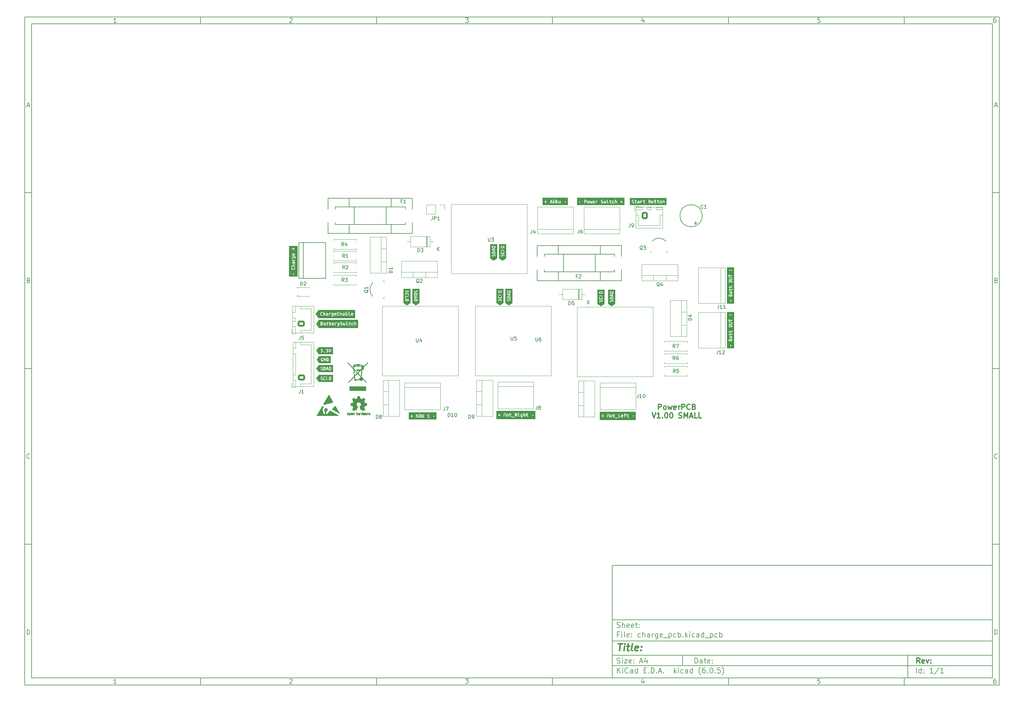
<source format=gto>
G04 #@! TF.GenerationSoftware,KiCad,Pcbnew,(6.0.5)*
G04 #@! TF.CreationDate,2024-02-08T20:36:08+01:00*
G04 #@! TF.ProjectId,charge_pcb,63686172-6765-45f7-9063-622e6b696361,rev?*
G04 #@! TF.SameCoordinates,Original*
G04 #@! TF.FileFunction,Legend,Top*
G04 #@! TF.FilePolarity,Positive*
%FSLAX46Y46*%
G04 Gerber Fmt 4.6, Leading zero omitted, Abs format (unit mm)*
G04 Created by KiCad (PCBNEW (6.0.5)) date 2024-02-08 20:36:08*
%MOMM*%
%LPD*%
G01*
G04 APERTURE LIST*
G04 Aperture macros list*
%AMRoundRect*
0 Rectangle with rounded corners*
0 $1 Rounding radius*
0 $2 $3 $4 $5 $6 $7 $8 $9 X,Y pos of 4 corners*
0 Add a 4 corners polygon primitive as box body*
4,1,4,$2,$3,$4,$5,$6,$7,$8,$9,$2,$3,0*
0 Add four circle primitives for the rounded corners*
1,1,$1+$1,$2,$3*
1,1,$1+$1,$4,$5*
1,1,$1+$1,$6,$7*
1,1,$1+$1,$8,$9*
0 Add four rect primitives between the rounded corners*
20,1,$1+$1,$2,$3,$4,$5,0*
20,1,$1+$1,$4,$5,$6,$7,0*
20,1,$1+$1,$6,$7,$8,$9,0*
20,1,$1+$1,$8,$9,$2,$3,0*%
G04 Aperture macros list end*
%ADD10C,0.100000*%
%ADD11C,0.150000*%
%ADD12C,0.300000*%
%ADD13C,0.400000*%
%ADD14C,0.010000*%
%ADD15C,0.120000*%
%ADD16C,1.501140*%
%ADD17O,4.000500X2.499360*%
%ADD18C,3.200000*%
%ADD19R,2.540000X2.540000*%
%ADD20C,2.540000*%
%ADD21O,2.000000X2.000000*%
%ADD22R,2.000000X2.000000*%
%ADD23R,1.500000X1.500000*%
%ADD24C,1.500000*%
%ADD25C,1.600000*%
%ADD26O,1.600000X1.600000*%
%ADD27C,5.600000*%
%ADD28C,3.600000*%
%ADD29R,3.000000X3.000000*%
%ADD30C,3.000000*%
%ADD31O,1.905000X2.000000*%
%ADD32R,1.905000X2.000000*%
%ADD33RoundRect,0.250000X0.750000X-0.600000X0.750000X0.600000X-0.750000X0.600000X-0.750000X-0.600000X0*%
%ADD34O,2.000000X1.700000*%
%ADD35RoundRect,0.250000X-0.600000X-0.750000X0.600000X-0.750000X0.600000X0.750000X-0.600000X0.750000X0*%
%ADD36O,1.700000X2.000000*%
%ADD37O,3.000000X3.000000*%
%ADD38O,1.800000X2.000000*%
%ADD39R,1.800000X2.000000*%
%ADD40O,1.950000X1.700000*%
%ADD41RoundRect,0.250000X0.725000X-0.600000X0.725000X0.600000X-0.725000X0.600000X-0.725000X-0.600000X0*%
%ADD42O,1.700000X1.700000*%
%ADD43R,1.700000X1.700000*%
%ADD44R,1.800000X1.800000*%
%ADD45C,1.800000*%
%ADD46R,2.200000X2.200000*%
%ADD47O,2.200000X2.200000*%
G04 APERTURE END LIST*
D10*
D11*
X177002200Y-166007200D02*
X177002200Y-198007200D01*
X285002200Y-198007200D01*
X285002200Y-166007200D01*
X177002200Y-166007200D01*
D10*
D11*
X10000000Y-10000000D02*
X10000000Y-200007200D01*
X287002200Y-200007200D01*
X287002200Y-10000000D01*
X10000000Y-10000000D01*
D10*
D11*
X12000000Y-12000000D02*
X12000000Y-198007200D01*
X285002200Y-198007200D01*
X285002200Y-12000000D01*
X12000000Y-12000000D01*
D10*
D11*
X60000000Y-12000000D02*
X60000000Y-10000000D01*
D10*
D11*
X110000000Y-12000000D02*
X110000000Y-10000000D01*
D10*
D11*
X160000000Y-12000000D02*
X160000000Y-10000000D01*
D10*
D11*
X210000000Y-12000000D02*
X210000000Y-10000000D01*
D10*
D11*
X260000000Y-12000000D02*
X260000000Y-10000000D01*
D10*
D11*
X36065476Y-11588095D02*
X35322619Y-11588095D01*
X35694047Y-11588095D02*
X35694047Y-10288095D01*
X35570238Y-10473809D01*
X35446428Y-10597619D01*
X35322619Y-10659523D01*
D10*
D11*
X85322619Y-10411904D02*
X85384523Y-10350000D01*
X85508333Y-10288095D01*
X85817857Y-10288095D01*
X85941666Y-10350000D01*
X86003571Y-10411904D01*
X86065476Y-10535714D01*
X86065476Y-10659523D01*
X86003571Y-10845238D01*
X85260714Y-11588095D01*
X86065476Y-11588095D01*
D10*
D11*
X135260714Y-10288095D02*
X136065476Y-10288095D01*
X135632142Y-10783333D01*
X135817857Y-10783333D01*
X135941666Y-10845238D01*
X136003571Y-10907142D01*
X136065476Y-11030952D01*
X136065476Y-11340476D01*
X136003571Y-11464285D01*
X135941666Y-11526190D01*
X135817857Y-11588095D01*
X135446428Y-11588095D01*
X135322619Y-11526190D01*
X135260714Y-11464285D01*
D10*
D11*
X185941666Y-10721428D02*
X185941666Y-11588095D01*
X185632142Y-10226190D02*
X185322619Y-11154761D01*
X186127380Y-11154761D01*
D10*
D11*
X236003571Y-10288095D02*
X235384523Y-10288095D01*
X235322619Y-10907142D01*
X235384523Y-10845238D01*
X235508333Y-10783333D01*
X235817857Y-10783333D01*
X235941666Y-10845238D01*
X236003571Y-10907142D01*
X236065476Y-11030952D01*
X236065476Y-11340476D01*
X236003571Y-11464285D01*
X235941666Y-11526190D01*
X235817857Y-11588095D01*
X235508333Y-11588095D01*
X235384523Y-11526190D01*
X235322619Y-11464285D01*
D10*
D11*
X285941666Y-10288095D02*
X285694047Y-10288095D01*
X285570238Y-10350000D01*
X285508333Y-10411904D01*
X285384523Y-10597619D01*
X285322619Y-10845238D01*
X285322619Y-11340476D01*
X285384523Y-11464285D01*
X285446428Y-11526190D01*
X285570238Y-11588095D01*
X285817857Y-11588095D01*
X285941666Y-11526190D01*
X286003571Y-11464285D01*
X286065476Y-11340476D01*
X286065476Y-11030952D01*
X286003571Y-10907142D01*
X285941666Y-10845238D01*
X285817857Y-10783333D01*
X285570238Y-10783333D01*
X285446428Y-10845238D01*
X285384523Y-10907142D01*
X285322619Y-11030952D01*
D10*
D11*
X60000000Y-198007200D02*
X60000000Y-200007200D01*
D10*
D11*
X110000000Y-198007200D02*
X110000000Y-200007200D01*
D10*
D11*
X160000000Y-198007200D02*
X160000000Y-200007200D01*
D10*
D11*
X210000000Y-198007200D02*
X210000000Y-200007200D01*
D10*
D11*
X260000000Y-198007200D02*
X260000000Y-200007200D01*
D10*
D11*
X36065476Y-199595295D02*
X35322619Y-199595295D01*
X35694047Y-199595295D02*
X35694047Y-198295295D01*
X35570238Y-198481009D01*
X35446428Y-198604819D01*
X35322619Y-198666723D01*
D10*
D11*
X85322619Y-198419104D02*
X85384523Y-198357200D01*
X85508333Y-198295295D01*
X85817857Y-198295295D01*
X85941666Y-198357200D01*
X86003571Y-198419104D01*
X86065476Y-198542914D01*
X86065476Y-198666723D01*
X86003571Y-198852438D01*
X85260714Y-199595295D01*
X86065476Y-199595295D01*
D10*
D11*
X135260714Y-198295295D02*
X136065476Y-198295295D01*
X135632142Y-198790533D01*
X135817857Y-198790533D01*
X135941666Y-198852438D01*
X136003571Y-198914342D01*
X136065476Y-199038152D01*
X136065476Y-199347676D01*
X136003571Y-199471485D01*
X135941666Y-199533390D01*
X135817857Y-199595295D01*
X135446428Y-199595295D01*
X135322619Y-199533390D01*
X135260714Y-199471485D01*
D10*
D11*
X185941666Y-198728628D02*
X185941666Y-199595295D01*
X185632142Y-198233390D02*
X185322619Y-199161961D01*
X186127380Y-199161961D01*
D10*
D11*
X236003571Y-198295295D02*
X235384523Y-198295295D01*
X235322619Y-198914342D01*
X235384523Y-198852438D01*
X235508333Y-198790533D01*
X235817857Y-198790533D01*
X235941666Y-198852438D01*
X236003571Y-198914342D01*
X236065476Y-199038152D01*
X236065476Y-199347676D01*
X236003571Y-199471485D01*
X235941666Y-199533390D01*
X235817857Y-199595295D01*
X235508333Y-199595295D01*
X235384523Y-199533390D01*
X235322619Y-199471485D01*
D10*
D11*
X285941666Y-198295295D02*
X285694047Y-198295295D01*
X285570238Y-198357200D01*
X285508333Y-198419104D01*
X285384523Y-198604819D01*
X285322619Y-198852438D01*
X285322619Y-199347676D01*
X285384523Y-199471485D01*
X285446428Y-199533390D01*
X285570238Y-199595295D01*
X285817857Y-199595295D01*
X285941666Y-199533390D01*
X286003571Y-199471485D01*
X286065476Y-199347676D01*
X286065476Y-199038152D01*
X286003571Y-198914342D01*
X285941666Y-198852438D01*
X285817857Y-198790533D01*
X285570238Y-198790533D01*
X285446428Y-198852438D01*
X285384523Y-198914342D01*
X285322619Y-199038152D01*
D10*
D11*
X10000000Y-60000000D02*
X12000000Y-60000000D01*
D10*
D11*
X10000000Y-110000000D02*
X12000000Y-110000000D01*
D10*
D11*
X10000000Y-160000000D02*
X12000000Y-160000000D01*
D10*
D11*
X10690476Y-35216666D02*
X11309523Y-35216666D01*
X10566666Y-35588095D02*
X11000000Y-34288095D01*
X11433333Y-35588095D01*
D10*
D11*
X11092857Y-84907142D02*
X11278571Y-84969047D01*
X11340476Y-85030952D01*
X11402380Y-85154761D01*
X11402380Y-85340476D01*
X11340476Y-85464285D01*
X11278571Y-85526190D01*
X11154761Y-85588095D01*
X10659523Y-85588095D01*
X10659523Y-84288095D01*
X11092857Y-84288095D01*
X11216666Y-84350000D01*
X11278571Y-84411904D01*
X11340476Y-84535714D01*
X11340476Y-84659523D01*
X11278571Y-84783333D01*
X11216666Y-84845238D01*
X11092857Y-84907142D01*
X10659523Y-84907142D01*
D10*
D11*
X11402380Y-135464285D02*
X11340476Y-135526190D01*
X11154761Y-135588095D01*
X11030952Y-135588095D01*
X10845238Y-135526190D01*
X10721428Y-135402380D01*
X10659523Y-135278571D01*
X10597619Y-135030952D01*
X10597619Y-134845238D01*
X10659523Y-134597619D01*
X10721428Y-134473809D01*
X10845238Y-134350000D01*
X11030952Y-134288095D01*
X11154761Y-134288095D01*
X11340476Y-134350000D01*
X11402380Y-134411904D01*
D10*
D11*
X10659523Y-185588095D02*
X10659523Y-184288095D01*
X10969047Y-184288095D01*
X11154761Y-184350000D01*
X11278571Y-184473809D01*
X11340476Y-184597619D01*
X11402380Y-184845238D01*
X11402380Y-185030952D01*
X11340476Y-185278571D01*
X11278571Y-185402380D01*
X11154761Y-185526190D01*
X10969047Y-185588095D01*
X10659523Y-185588095D01*
D10*
D11*
X287002200Y-60000000D02*
X285002200Y-60000000D01*
D10*
D11*
X287002200Y-110000000D02*
X285002200Y-110000000D01*
D10*
D11*
X287002200Y-160000000D02*
X285002200Y-160000000D01*
D10*
D11*
X285692676Y-35216666D02*
X286311723Y-35216666D01*
X285568866Y-35588095D02*
X286002200Y-34288095D01*
X286435533Y-35588095D01*
D10*
D11*
X286095057Y-84907142D02*
X286280771Y-84969047D01*
X286342676Y-85030952D01*
X286404580Y-85154761D01*
X286404580Y-85340476D01*
X286342676Y-85464285D01*
X286280771Y-85526190D01*
X286156961Y-85588095D01*
X285661723Y-85588095D01*
X285661723Y-84288095D01*
X286095057Y-84288095D01*
X286218866Y-84350000D01*
X286280771Y-84411904D01*
X286342676Y-84535714D01*
X286342676Y-84659523D01*
X286280771Y-84783333D01*
X286218866Y-84845238D01*
X286095057Y-84907142D01*
X285661723Y-84907142D01*
D10*
D11*
X286404580Y-135464285D02*
X286342676Y-135526190D01*
X286156961Y-135588095D01*
X286033152Y-135588095D01*
X285847438Y-135526190D01*
X285723628Y-135402380D01*
X285661723Y-135278571D01*
X285599819Y-135030952D01*
X285599819Y-134845238D01*
X285661723Y-134597619D01*
X285723628Y-134473809D01*
X285847438Y-134350000D01*
X286033152Y-134288095D01*
X286156961Y-134288095D01*
X286342676Y-134350000D01*
X286404580Y-134411904D01*
D10*
D11*
X285661723Y-185588095D02*
X285661723Y-184288095D01*
X285971247Y-184288095D01*
X286156961Y-184350000D01*
X286280771Y-184473809D01*
X286342676Y-184597619D01*
X286404580Y-184845238D01*
X286404580Y-185030952D01*
X286342676Y-185278571D01*
X286280771Y-185402380D01*
X286156961Y-185526190D01*
X285971247Y-185588095D01*
X285661723Y-185588095D01*
D10*
D11*
X200434342Y-193785771D02*
X200434342Y-192285771D01*
X200791485Y-192285771D01*
X201005771Y-192357200D01*
X201148628Y-192500057D01*
X201220057Y-192642914D01*
X201291485Y-192928628D01*
X201291485Y-193142914D01*
X201220057Y-193428628D01*
X201148628Y-193571485D01*
X201005771Y-193714342D01*
X200791485Y-193785771D01*
X200434342Y-193785771D01*
X202577200Y-193785771D02*
X202577200Y-193000057D01*
X202505771Y-192857200D01*
X202362914Y-192785771D01*
X202077200Y-192785771D01*
X201934342Y-192857200D01*
X202577200Y-193714342D02*
X202434342Y-193785771D01*
X202077200Y-193785771D01*
X201934342Y-193714342D01*
X201862914Y-193571485D01*
X201862914Y-193428628D01*
X201934342Y-193285771D01*
X202077200Y-193214342D01*
X202434342Y-193214342D01*
X202577200Y-193142914D01*
X203077200Y-192785771D02*
X203648628Y-192785771D01*
X203291485Y-192285771D02*
X203291485Y-193571485D01*
X203362914Y-193714342D01*
X203505771Y-193785771D01*
X203648628Y-193785771D01*
X204720057Y-193714342D02*
X204577200Y-193785771D01*
X204291485Y-193785771D01*
X204148628Y-193714342D01*
X204077200Y-193571485D01*
X204077200Y-193000057D01*
X204148628Y-192857200D01*
X204291485Y-192785771D01*
X204577200Y-192785771D01*
X204720057Y-192857200D01*
X204791485Y-193000057D01*
X204791485Y-193142914D01*
X204077200Y-193285771D01*
X205434342Y-193642914D02*
X205505771Y-193714342D01*
X205434342Y-193785771D01*
X205362914Y-193714342D01*
X205434342Y-193642914D01*
X205434342Y-193785771D01*
X205434342Y-192857200D02*
X205505771Y-192928628D01*
X205434342Y-193000057D01*
X205362914Y-192928628D01*
X205434342Y-192857200D01*
X205434342Y-193000057D01*
D10*
D11*
X177002200Y-194507200D02*
X285002200Y-194507200D01*
D10*
D11*
X178434342Y-196585771D02*
X178434342Y-195085771D01*
X179291485Y-196585771D02*
X178648628Y-195728628D01*
X179291485Y-195085771D02*
X178434342Y-195942914D01*
X179934342Y-196585771D02*
X179934342Y-195585771D01*
X179934342Y-195085771D02*
X179862914Y-195157200D01*
X179934342Y-195228628D01*
X180005771Y-195157200D01*
X179934342Y-195085771D01*
X179934342Y-195228628D01*
X181505771Y-196442914D02*
X181434342Y-196514342D01*
X181220057Y-196585771D01*
X181077200Y-196585771D01*
X180862914Y-196514342D01*
X180720057Y-196371485D01*
X180648628Y-196228628D01*
X180577200Y-195942914D01*
X180577200Y-195728628D01*
X180648628Y-195442914D01*
X180720057Y-195300057D01*
X180862914Y-195157200D01*
X181077200Y-195085771D01*
X181220057Y-195085771D01*
X181434342Y-195157200D01*
X181505771Y-195228628D01*
X182791485Y-196585771D02*
X182791485Y-195800057D01*
X182720057Y-195657200D01*
X182577200Y-195585771D01*
X182291485Y-195585771D01*
X182148628Y-195657200D01*
X182791485Y-196514342D02*
X182648628Y-196585771D01*
X182291485Y-196585771D01*
X182148628Y-196514342D01*
X182077200Y-196371485D01*
X182077200Y-196228628D01*
X182148628Y-196085771D01*
X182291485Y-196014342D01*
X182648628Y-196014342D01*
X182791485Y-195942914D01*
X184148628Y-196585771D02*
X184148628Y-195085771D01*
X184148628Y-196514342D02*
X184005771Y-196585771D01*
X183720057Y-196585771D01*
X183577200Y-196514342D01*
X183505771Y-196442914D01*
X183434342Y-196300057D01*
X183434342Y-195871485D01*
X183505771Y-195728628D01*
X183577200Y-195657200D01*
X183720057Y-195585771D01*
X184005771Y-195585771D01*
X184148628Y-195657200D01*
X186005771Y-195800057D02*
X186505771Y-195800057D01*
X186720057Y-196585771D02*
X186005771Y-196585771D01*
X186005771Y-195085771D01*
X186720057Y-195085771D01*
X187362914Y-196442914D02*
X187434342Y-196514342D01*
X187362914Y-196585771D01*
X187291485Y-196514342D01*
X187362914Y-196442914D01*
X187362914Y-196585771D01*
X188077200Y-196585771D02*
X188077200Y-195085771D01*
X188434342Y-195085771D01*
X188648628Y-195157200D01*
X188791485Y-195300057D01*
X188862914Y-195442914D01*
X188934342Y-195728628D01*
X188934342Y-195942914D01*
X188862914Y-196228628D01*
X188791485Y-196371485D01*
X188648628Y-196514342D01*
X188434342Y-196585771D01*
X188077200Y-196585771D01*
X189577200Y-196442914D02*
X189648628Y-196514342D01*
X189577200Y-196585771D01*
X189505771Y-196514342D01*
X189577200Y-196442914D01*
X189577200Y-196585771D01*
X190220057Y-196157200D02*
X190934342Y-196157200D01*
X190077200Y-196585771D02*
X190577200Y-195085771D01*
X191077200Y-196585771D01*
X191577200Y-196442914D02*
X191648628Y-196514342D01*
X191577200Y-196585771D01*
X191505771Y-196514342D01*
X191577200Y-196442914D01*
X191577200Y-196585771D01*
X194577200Y-196585771D02*
X194577200Y-195085771D01*
X194720057Y-196014342D02*
X195148628Y-196585771D01*
X195148628Y-195585771D02*
X194577200Y-196157200D01*
X195791485Y-196585771D02*
X195791485Y-195585771D01*
X195791485Y-195085771D02*
X195720057Y-195157200D01*
X195791485Y-195228628D01*
X195862914Y-195157200D01*
X195791485Y-195085771D01*
X195791485Y-195228628D01*
X197148628Y-196514342D02*
X197005771Y-196585771D01*
X196720057Y-196585771D01*
X196577200Y-196514342D01*
X196505771Y-196442914D01*
X196434342Y-196300057D01*
X196434342Y-195871485D01*
X196505771Y-195728628D01*
X196577200Y-195657200D01*
X196720057Y-195585771D01*
X197005771Y-195585771D01*
X197148628Y-195657200D01*
X198434342Y-196585771D02*
X198434342Y-195800057D01*
X198362914Y-195657200D01*
X198220057Y-195585771D01*
X197934342Y-195585771D01*
X197791485Y-195657200D01*
X198434342Y-196514342D02*
X198291485Y-196585771D01*
X197934342Y-196585771D01*
X197791485Y-196514342D01*
X197720057Y-196371485D01*
X197720057Y-196228628D01*
X197791485Y-196085771D01*
X197934342Y-196014342D01*
X198291485Y-196014342D01*
X198434342Y-195942914D01*
X199791485Y-196585771D02*
X199791485Y-195085771D01*
X199791485Y-196514342D02*
X199648628Y-196585771D01*
X199362914Y-196585771D01*
X199220057Y-196514342D01*
X199148628Y-196442914D01*
X199077200Y-196300057D01*
X199077200Y-195871485D01*
X199148628Y-195728628D01*
X199220057Y-195657200D01*
X199362914Y-195585771D01*
X199648628Y-195585771D01*
X199791485Y-195657200D01*
X202077200Y-197157200D02*
X202005771Y-197085771D01*
X201862914Y-196871485D01*
X201791485Y-196728628D01*
X201720057Y-196514342D01*
X201648628Y-196157200D01*
X201648628Y-195871485D01*
X201720057Y-195514342D01*
X201791485Y-195300057D01*
X201862914Y-195157200D01*
X202005771Y-194942914D01*
X202077200Y-194871485D01*
X203291485Y-195085771D02*
X203005771Y-195085771D01*
X202862914Y-195157200D01*
X202791485Y-195228628D01*
X202648628Y-195442914D01*
X202577200Y-195728628D01*
X202577200Y-196300057D01*
X202648628Y-196442914D01*
X202720057Y-196514342D01*
X202862914Y-196585771D01*
X203148628Y-196585771D01*
X203291485Y-196514342D01*
X203362914Y-196442914D01*
X203434342Y-196300057D01*
X203434342Y-195942914D01*
X203362914Y-195800057D01*
X203291485Y-195728628D01*
X203148628Y-195657200D01*
X202862914Y-195657200D01*
X202720057Y-195728628D01*
X202648628Y-195800057D01*
X202577200Y-195942914D01*
X204077200Y-196442914D02*
X204148628Y-196514342D01*
X204077200Y-196585771D01*
X204005771Y-196514342D01*
X204077200Y-196442914D01*
X204077200Y-196585771D01*
X205077200Y-195085771D02*
X205220057Y-195085771D01*
X205362914Y-195157200D01*
X205434342Y-195228628D01*
X205505771Y-195371485D01*
X205577200Y-195657200D01*
X205577200Y-196014342D01*
X205505771Y-196300057D01*
X205434342Y-196442914D01*
X205362914Y-196514342D01*
X205220057Y-196585771D01*
X205077200Y-196585771D01*
X204934342Y-196514342D01*
X204862914Y-196442914D01*
X204791485Y-196300057D01*
X204720057Y-196014342D01*
X204720057Y-195657200D01*
X204791485Y-195371485D01*
X204862914Y-195228628D01*
X204934342Y-195157200D01*
X205077200Y-195085771D01*
X206220057Y-196442914D02*
X206291485Y-196514342D01*
X206220057Y-196585771D01*
X206148628Y-196514342D01*
X206220057Y-196442914D01*
X206220057Y-196585771D01*
X207648628Y-195085771D02*
X206934342Y-195085771D01*
X206862914Y-195800057D01*
X206934342Y-195728628D01*
X207077200Y-195657200D01*
X207434342Y-195657200D01*
X207577200Y-195728628D01*
X207648628Y-195800057D01*
X207720057Y-195942914D01*
X207720057Y-196300057D01*
X207648628Y-196442914D01*
X207577200Y-196514342D01*
X207434342Y-196585771D01*
X207077200Y-196585771D01*
X206934342Y-196514342D01*
X206862914Y-196442914D01*
X208220057Y-197157200D02*
X208291485Y-197085771D01*
X208434342Y-196871485D01*
X208505771Y-196728628D01*
X208577200Y-196514342D01*
X208648628Y-196157200D01*
X208648628Y-195871485D01*
X208577200Y-195514342D01*
X208505771Y-195300057D01*
X208434342Y-195157200D01*
X208291485Y-194942914D01*
X208220057Y-194871485D01*
D10*
D11*
X177002200Y-191507200D02*
X285002200Y-191507200D01*
D10*
D12*
X264411485Y-193785771D02*
X263911485Y-193071485D01*
X263554342Y-193785771D02*
X263554342Y-192285771D01*
X264125771Y-192285771D01*
X264268628Y-192357200D01*
X264340057Y-192428628D01*
X264411485Y-192571485D01*
X264411485Y-192785771D01*
X264340057Y-192928628D01*
X264268628Y-193000057D01*
X264125771Y-193071485D01*
X263554342Y-193071485D01*
X265625771Y-193714342D02*
X265482914Y-193785771D01*
X265197200Y-193785771D01*
X265054342Y-193714342D01*
X264982914Y-193571485D01*
X264982914Y-193000057D01*
X265054342Y-192857200D01*
X265197200Y-192785771D01*
X265482914Y-192785771D01*
X265625771Y-192857200D01*
X265697200Y-193000057D01*
X265697200Y-193142914D01*
X264982914Y-193285771D01*
X266197200Y-192785771D02*
X266554342Y-193785771D01*
X266911485Y-192785771D01*
X267482914Y-193642914D02*
X267554342Y-193714342D01*
X267482914Y-193785771D01*
X267411485Y-193714342D01*
X267482914Y-193642914D01*
X267482914Y-193785771D01*
X267482914Y-192857200D02*
X267554342Y-192928628D01*
X267482914Y-193000057D01*
X267411485Y-192928628D01*
X267482914Y-192857200D01*
X267482914Y-193000057D01*
D10*
D11*
X178362914Y-193714342D02*
X178577200Y-193785771D01*
X178934342Y-193785771D01*
X179077200Y-193714342D01*
X179148628Y-193642914D01*
X179220057Y-193500057D01*
X179220057Y-193357200D01*
X179148628Y-193214342D01*
X179077200Y-193142914D01*
X178934342Y-193071485D01*
X178648628Y-193000057D01*
X178505771Y-192928628D01*
X178434342Y-192857200D01*
X178362914Y-192714342D01*
X178362914Y-192571485D01*
X178434342Y-192428628D01*
X178505771Y-192357200D01*
X178648628Y-192285771D01*
X179005771Y-192285771D01*
X179220057Y-192357200D01*
X179862914Y-193785771D02*
X179862914Y-192785771D01*
X179862914Y-192285771D02*
X179791485Y-192357200D01*
X179862914Y-192428628D01*
X179934342Y-192357200D01*
X179862914Y-192285771D01*
X179862914Y-192428628D01*
X180434342Y-192785771D02*
X181220057Y-192785771D01*
X180434342Y-193785771D01*
X181220057Y-193785771D01*
X182362914Y-193714342D02*
X182220057Y-193785771D01*
X181934342Y-193785771D01*
X181791485Y-193714342D01*
X181720057Y-193571485D01*
X181720057Y-193000057D01*
X181791485Y-192857200D01*
X181934342Y-192785771D01*
X182220057Y-192785771D01*
X182362914Y-192857200D01*
X182434342Y-193000057D01*
X182434342Y-193142914D01*
X181720057Y-193285771D01*
X183077200Y-193642914D02*
X183148628Y-193714342D01*
X183077200Y-193785771D01*
X183005771Y-193714342D01*
X183077200Y-193642914D01*
X183077200Y-193785771D01*
X183077200Y-192857200D02*
X183148628Y-192928628D01*
X183077200Y-193000057D01*
X183005771Y-192928628D01*
X183077200Y-192857200D01*
X183077200Y-193000057D01*
X184862914Y-193357200D02*
X185577200Y-193357200D01*
X184720057Y-193785771D02*
X185220057Y-192285771D01*
X185720057Y-193785771D01*
X186862914Y-192785771D02*
X186862914Y-193785771D01*
X186505771Y-192214342D02*
X186148628Y-193285771D01*
X187077200Y-193285771D01*
D10*
D11*
X263434342Y-196585771D02*
X263434342Y-195085771D01*
X264791485Y-196585771D02*
X264791485Y-195085771D01*
X264791485Y-196514342D02*
X264648628Y-196585771D01*
X264362914Y-196585771D01*
X264220057Y-196514342D01*
X264148628Y-196442914D01*
X264077200Y-196300057D01*
X264077200Y-195871485D01*
X264148628Y-195728628D01*
X264220057Y-195657200D01*
X264362914Y-195585771D01*
X264648628Y-195585771D01*
X264791485Y-195657200D01*
X265505771Y-196442914D02*
X265577200Y-196514342D01*
X265505771Y-196585771D01*
X265434342Y-196514342D01*
X265505771Y-196442914D01*
X265505771Y-196585771D01*
X265505771Y-195657200D02*
X265577200Y-195728628D01*
X265505771Y-195800057D01*
X265434342Y-195728628D01*
X265505771Y-195657200D01*
X265505771Y-195800057D01*
X268148628Y-196585771D02*
X267291485Y-196585771D01*
X267720057Y-196585771D02*
X267720057Y-195085771D01*
X267577200Y-195300057D01*
X267434342Y-195442914D01*
X267291485Y-195514342D01*
X269862914Y-195014342D02*
X268577200Y-196942914D01*
X271148628Y-196585771D02*
X270291485Y-196585771D01*
X270720057Y-196585771D02*
X270720057Y-195085771D01*
X270577200Y-195300057D01*
X270434342Y-195442914D01*
X270291485Y-195514342D01*
D10*
D11*
X177002200Y-187507200D02*
X285002200Y-187507200D01*
D10*
D13*
X178714580Y-188211961D02*
X179857438Y-188211961D01*
X179036009Y-190211961D02*
X179286009Y-188211961D01*
X180274104Y-190211961D02*
X180440771Y-188878628D01*
X180524104Y-188211961D02*
X180416961Y-188307200D01*
X180500295Y-188402438D01*
X180607438Y-188307200D01*
X180524104Y-188211961D01*
X180500295Y-188402438D01*
X181107438Y-188878628D02*
X181869342Y-188878628D01*
X181476485Y-188211961D02*
X181262200Y-189926247D01*
X181333628Y-190116723D01*
X181512200Y-190211961D01*
X181702676Y-190211961D01*
X182655057Y-190211961D02*
X182476485Y-190116723D01*
X182405057Y-189926247D01*
X182619342Y-188211961D01*
X184190771Y-190116723D02*
X183988390Y-190211961D01*
X183607438Y-190211961D01*
X183428866Y-190116723D01*
X183357438Y-189926247D01*
X183452676Y-189164342D01*
X183571723Y-188973866D01*
X183774104Y-188878628D01*
X184155057Y-188878628D01*
X184333628Y-188973866D01*
X184405057Y-189164342D01*
X184381247Y-189354819D01*
X183405057Y-189545295D01*
X185155057Y-190021485D02*
X185238390Y-190116723D01*
X185131247Y-190211961D01*
X185047914Y-190116723D01*
X185155057Y-190021485D01*
X185131247Y-190211961D01*
X185286009Y-188973866D02*
X185369342Y-189069104D01*
X185262200Y-189164342D01*
X185178866Y-189069104D01*
X185286009Y-188973866D01*
X185262200Y-189164342D01*
D10*
D11*
X178934342Y-185600057D02*
X178434342Y-185600057D01*
X178434342Y-186385771D02*
X178434342Y-184885771D01*
X179148628Y-184885771D01*
X179720057Y-186385771D02*
X179720057Y-185385771D01*
X179720057Y-184885771D02*
X179648628Y-184957200D01*
X179720057Y-185028628D01*
X179791485Y-184957200D01*
X179720057Y-184885771D01*
X179720057Y-185028628D01*
X180648628Y-186385771D02*
X180505771Y-186314342D01*
X180434342Y-186171485D01*
X180434342Y-184885771D01*
X181791485Y-186314342D02*
X181648628Y-186385771D01*
X181362914Y-186385771D01*
X181220057Y-186314342D01*
X181148628Y-186171485D01*
X181148628Y-185600057D01*
X181220057Y-185457200D01*
X181362914Y-185385771D01*
X181648628Y-185385771D01*
X181791485Y-185457200D01*
X181862914Y-185600057D01*
X181862914Y-185742914D01*
X181148628Y-185885771D01*
X182505771Y-186242914D02*
X182577200Y-186314342D01*
X182505771Y-186385771D01*
X182434342Y-186314342D01*
X182505771Y-186242914D01*
X182505771Y-186385771D01*
X182505771Y-185457200D02*
X182577200Y-185528628D01*
X182505771Y-185600057D01*
X182434342Y-185528628D01*
X182505771Y-185457200D01*
X182505771Y-185600057D01*
X185005771Y-186314342D02*
X184862914Y-186385771D01*
X184577200Y-186385771D01*
X184434342Y-186314342D01*
X184362914Y-186242914D01*
X184291485Y-186100057D01*
X184291485Y-185671485D01*
X184362914Y-185528628D01*
X184434342Y-185457200D01*
X184577200Y-185385771D01*
X184862914Y-185385771D01*
X185005771Y-185457200D01*
X185648628Y-186385771D02*
X185648628Y-184885771D01*
X186291485Y-186385771D02*
X186291485Y-185600057D01*
X186220057Y-185457200D01*
X186077200Y-185385771D01*
X185862914Y-185385771D01*
X185720057Y-185457200D01*
X185648628Y-185528628D01*
X187648628Y-186385771D02*
X187648628Y-185600057D01*
X187577200Y-185457200D01*
X187434342Y-185385771D01*
X187148628Y-185385771D01*
X187005771Y-185457200D01*
X187648628Y-186314342D02*
X187505771Y-186385771D01*
X187148628Y-186385771D01*
X187005771Y-186314342D01*
X186934342Y-186171485D01*
X186934342Y-186028628D01*
X187005771Y-185885771D01*
X187148628Y-185814342D01*
X187505771Y-185814342D01*
X187648628Y-185742914D01*
X188362914Y-186385771D02*
X188362914Y-185385771D01*
X188362914Y-185671485D02*
X188434342Y-185528628D01*
X188505771Y-185457200D01*
X188648628Y-185385771D01*
X188791485Y-185385771D01*
X189934342Y-185385771D02*
X189934342Y-186600057D01*
X189862914Y-186742914D01*
X189791485Y-186814342D01*
X189648628Y-186885771D01*
X189434342Y-186885771D01*
X189291485Y-186814342D01*
X189934342Y-186314342D02*
X189791485Y-186385771D01*
X189505771Y-186385771D01*
X189362914Y-186314342D01*
X189291485Y-186242914D01*
X189220057Y-186100057D01*
X189220057Y-185671485D01*
X189291485Y-185528628D01*
X189362914Y-185457200D01*
X189505771Y-185385771D01*
X189791485Y-185385771D01*
X189934342Y-185457200D01*
X191220057Y-186314342D02*
X191077200Y-186385771D01*
X190791485Y-186385771D01*
X190648628Y-186314342D01*
X190577200Y-186171485D01*
X190577200Y-185600057D01*
X190648628Y-185457200D01*
X190791485Y-185385771D01*
X191077200Y-185385771D01*
X191220057Y-185457200D01*
X191291485Y-185600057D01*
X191291485Y-185742914D01*
X190577200Y-185885771D01*
X191577200Y-186528628D02*
X192720057Y-186528628D01*
X193077200Y-185385771D02*
X193077200Y-186885771D01*
X193077200Y-185457200D02*
X193220057Y-185385771D01*
X193505771Y-185385771D01*
X193648628Y-185457200D01*
X193720057Y-185528628D01*
X193791485Y-185671485D01*
X193791485Y-186100057D01*
X193720057Y-186242914D01*
X193648628Y-186314342D01*
X193505771Y-186385771D01*
X193220057Y-186385771D01*
X193077200Y-186314342D01*
X195077200Y-186314342D02*
X194934342Y-186385771D01*
X194648628Y-186385771D01*
X194505771Y-186314342D01*
X194434342Y-186242914D01*
X194362914Y-186100057D01*
X194362914Y-185671485D01*
X194434342Y-185528628D01*
X194505771Y-185457200D01*
X194648628Y-185385771D01*
X194934342Y-185385771D01*
X195077200Y-185457200D01*
X195720057Y-186385771D02*
X195720057Y-184885771D01*
X195720057Y-185457200D02*
X195862914Y-185385771D01*
X196148628Y-185385771D01*
X196291485Y-185457200D01*
X196362914Y-185528628D01*
X196434342Y-185671485D01*
X196434342Y-186100057D01*
X196362914Y-186242914D01*
X196291485Y-186314342D01*
X196148628Y-186385771D01*
X195862914Y-186385771D01*
X195720057Y-186314342D01*
X197077200Y-186242914D02*
X197148628Y-186314342D01*
X197077200Y-186385771D01*
X197005771Y-186314342D01*
X197077200Y-186242914D01*
X197077200Y-186385771D01*
X197791485Y-186385771D02*
X197791485Y-184885771D01*
X197934342Y-185814342D02*
X198362914Y-186385771D01*
X198362914Y-185385771D02*
X197791485Y-185957200D01*
X199005771Y-186385771D02*
X199005771Y-185385771D01*
X199005771Y-184885771D02*
X198934342Y-184957200D01*
X199005771Y-185028628D01*
X199077200Y-184957200D01*
X199005771Y-184885771D01*
X199005771Y-185028628D01*
X200362914Y-186314342D02*
X200220057Y-186385771D01*
X199934342Y-186385771D01*
X199791485Y-186314342D01*
X199720057Y-186242914D01*
X199648628Y-186100057D01*
X199648628Y-185671485D01*
X199720057Y-185528628D01*
X199791485Y-185457200D01*
X199934342Y-185385771D01*
X200220057Y-185385771D01*
X200362914Y-185457200D01*
X201648628Y-186385771D02*
X201648628Y-185600057D01*
X201577200Y-185457200D01*
X201434342Y-185385771D01*
X201148628Y-185385771D01*
X201005771Y-185457200D01*
X201648628Y-186314342D02*
X201505771Y-186385771D01*
X201148628Y-186385771D01*
X201005771Y-186314342D01*
X200934342Y-186171485D01*
X200934342Y-186028628D01*
X201005771Y-185885771D01*
X201148628Y-185814342D01*
X201505771Y-185814342D01*
X201648628Y-185742914D01*
X203005771Y-186385771D02*
X203005771Y-184885771D01*
X203005771Y-186314342D02*
X202862914Y-186385771D01*
X202577200Y-186385771D01*
X202434342Y-186314342D01*
X202362914Y-186242914D01*
X202291485Y-186100057D01*
X202291485Y-185671485D01*
X202362914Y-185528628D01*
X202434342Y-185457200D01*
X202577200Y-185385771D01*
X202862914Y-185385771D01*
X203005771Y-185457200D01*
X203362914Y-186528628D02*
X204505771Y-186528628D01*
X204862914Y-185385771D02*
X204862914Y-186885771D01*
X204862914Y-185457200D02*
X205005771Y-185385771D01*
X205291485Y-185385771D01*
X205434342Y-185457200D01*
X205505771Y-185528628D01*
X205577200Y-185671485D01*
X205577200Y-186100057D01*
X205505771Y-186242914D01*
X205434342Y-186314342D01*
X205291485Y-186385771D01*
X205005771Y-186385771D01*
X204862914Y-186314342D01*
X206862914Y-186314342D02*
X206720057Y-186385771D01*
X206434342Y-186385771D01*
X206291485Y-186314342D01*
X206220057Y-186242914D01*
X206148628Y-186100057D01*
X206148628Y-185671485D01*
X206220057Y-185528628D01*
X206291485Y-185457200D01*
X206434342Y-185385771D01*
X206720057Y-185385771D01*
X206862914Y-185457200D01*
X207505771Y-186385771D02*
X207505771Y-184885771D01*
X207505771Y-185457200D02*
X207648628Y-185385771D01*
X207934342Y-185385771D01*
X208077200Y-185457200D01*
X208148628Y-185528628D01*
X208220057Y-185671485D01*
X208220057Y-186100057D01*
X208148628Y-186242914D01*
X208077200Y-186314342D01*
X207934342Y-186385771D01*
X207648628Y-186385771D01*
X207505771Y-186314342D01*
D10*
D11*
X177002200Y-181507200D02*
X285002200Y-181507200D01*
D10*
D11*
X178362914Y-183614342D02*
X178577200Y-183685771D01*
X178934342Y-183685771D01*
X179077200Y-183614342D01*
X179148628Y-183542914D01*
X179220057Y-183400057D01*
X179220057Y-183257200D01*
X179148628Y-183114342D01*
X179077200Y-183042914D01*
X178934342Y-182971485D01*
X178648628Y-182900057D01*
X178505771Y-182828628D01*
X178434342Y-182757200D01*
X178362914Y-182614342D01*
X178362914Y-182471485D01*
X178434342Y-182328628D01*
X178505771Y-182257200D01*
X178648628Y-182185771D01*
X179005771Y-182185771D01*
X179220057Y-182257200D01*
X179862914Y-183685771D02*
X179862914Y-182185771D01*
X180505771Y-183685771D02*
X180505771Y-182900057D01*
X180434342Y-182757200D01*
X180291485Y-182685771D01*
X180077200Y-182685771D01*
X179934342Y-182757200D01*
X179862914Y-182828628D01*
X181791485Y-183614342D02*
X181648628Y-183685771D01*
X181362914Y-183685771D01*
X181220057Y-183614342D01*
X181148628Y-183471485D01*
X181148628Y-182900057D01*
X181220057Y-182757200D01*
X181362914Y-182685771D01*
X181648628Y-182685771D01*
X181791485Y-182757200D01*
X181862914Y-182900057D01*
X181862914Y-183042914D01*
X181148628Y-183185771D01*
X183077200Y-183614342D02*
X182934342Y-183685771D01*
X182648628Y-183685771D01*
X182505771Y-183614342D01*
X182434342Y-183471485D01*
X182434342Y-182900057D01*
X182505771Y-182757200D01*
X182648628Y-182685771D01*
X182934342Y-182685771D01*
X183077200Y-182757200D01*
X183148628Y-182900057D01*
X183148628Y-183042914D01*
X182434342Y-183185771D01*
X183577200Y-182685771D02*
X184148628Y-182685771D01*
X183791485Y-182185771D02*
X183791485Y-183471485D01*
X183862914Y-183614342D01*
X184005771Y-183685771D01*
X184148628Y-183685771D01*
X184648628Y-183542914D02*
X184720057Y-183614342D01*
X184648628Y-183685771D01*
X184577200Y-183614342D01*
X184648628Y-183542914D01*
X184648628Y-183685771D01*
X184648628Y-182757200D02*
X184720057Y-182828628D01*
X184648628Y-182900057D01*
X184577200Y-182828628D01*
X184648628Y-182757200D01*
X184648628Y-182900057D01*
D10*
D12*
D10*
D11*
D10*
D11*
D10*
D11*
D10*
D11*
D10*
D11*
X197002200Y-191507200D02*
X197002200Y-194507200D01*
D10*
D11*
X261002200Y-191507200D02*
X261002200Y-198007200D01*
D12*
X190111714Y-121645071D02*
X190111714Y-120145071D01*
X190683142Y-120145071D01*
X190826000Y-120216500D01*
X190897428Y-120287928D01*
X190968857Y-120430785D01*
X190968857Y-120645071D01*
X190897428Y-120787928D01*
X190826000Y-120859357D01*
X190683142Y-120930785D01*
X190111714Y-120930785D01*
X191826000Y-121645071D02*
X191683142Y-121573642D01*
X191611714Y-121502214D01*
X191540285Y-121359357D01*
X191540285Y-120930785D01*
X191611714Y-120787928D01*
X191683142Y-120716500D01*
X191826000Y-120645071D01*
X192040285Y-120645071D01*
X192183142Y-120716500D01*
X192254571Y-120787928D01*
X192326000Y-120930785D01*
X192326000Y-121359357D01*
X192254571Y-121502214D01*
X192183142Y-121573642D01*
X192040285Y-121645071D01*
X191826000Y-121645071D01*
X192826000Y-120645071D02*
X193111714Y-121645071D01*
X193397428Y-120930785D01*
X193683142Y-121645071D01*
X193968857Y-120645071D01*
X195111714Y-121573642D02*
X194968857Y-121645071D01*
X194683142Y-121645071D01*
X194540285Y-121573642D01*
X194468857Y-121430785D01*
X194468857Y-120859357D01*
X194540285Y-120716500D01*
X194683142Y-120645071D01*
X194968857Y-120645071D01*
X195111714Y-120716500D01*
X195183142Y-120859357D01*
X195183142Y-121002214D01*
X194468857Y-121145071D01*
X195826000Y-121645071D02*
X195826000Y-120645071D01*
X195826000Y-120930785D02*
X195897428Y-120787928D01*
X195968857Y-120716500D01*
X196111714Y-120645071D01*
X196254571Y-120645071D01*
X196754571Y-121645071D02*
X196754571Y-120145071D01*
X197326000Y-120145071D01*
X197468857Y-120216500D01*
X197540285Y-120287928D01*
X197611714Y-120430785D01*
X197611714Y-120645071D01*
X197540285Y-120787928D01*
X197468857Y-120859357D01*
X197326000Y-120930785D01*
X196754571Y-120930785D01*
X199111714Y-121502214D02*
X199040285Y-121573642D01*
X198826000Y-121645071D01*
X198683142Y-121645071D01*
X198468857Y-121573642D01*
X198326000Y-121430785D01*
X198254571Y-121287928D01*
X198183142Y-121002214D01*
X198183142Y-120787928D01*
X198254571Y-120502214D01*
X198326000Y-120359357D01*
X198468857Y-120216500D01*
X198683142Y-120145071D01*
X198826000Y-120145071D01*
X199040285Y-120216500D01*
X199111714Y-120287928D01*
X200254571Y-120859357D02*
X200468857Y-120930785D01*
X200540285Y-121002214D01*
X200611714Y-121145071D01*
X200611714Y-121359357D01*
X200540285Y-121502214D01*
X200468857Y-121573642D01*
X200326000Y-121645071D01*
X199754571Y-121645071D01*
X199754571Y-120145071D01*
X200254571Y-120145071D01*
X200397428Y-120216500D01*
X200468857Y-120287928D01*
X200540285Y-120430785D01*
X200540285Y-120573642D01*
X200468857Y-120716500D01*
X200397428Y-120787928D01*
X200254571Y-120859357D01*
X199754571Y-120859357D01*
X188326000Y-122560071D02*
X188826000Y-124060071D01*
X189326000Y-122560071D01*
X190611714Y-124060071D02*
X189754571Y-124060071D01*
X190183142Y-124060071D02*
X190183142Y-122560071D01*
X190040285Y-122774357D01*
X189897428Y-122917214D01*
X189754571Y-122988642D01*
X191254571Y-123917214D02*
X191326000Y-123988642D01*
X191254571Y-124060071D01*
X191183142Y-123988642D01*
X191254571Y-123917214D01*
X191254571Y-124060071D01*
X192254571Y-122560071D02*
X192397428Y-122560071D01*
X192540285Y-122631500D01*
X192611714Y-122702928D01*
X192683142Y-122845785D01*
X192754571Y-123131500D01*
X192754571Y-123488642D01*
X192683142Y-123774357D01*
X192611714Y-123917214D01*
X192540285Y-123988642D01*
X192397428Y-124060071D01*
X192254571Y-124060071D01*
X192111714Y-123988642D01*
X192040285Y-123917214D01*
X191968857Y-123774357D01*
X191897428Y-123488642D01*
X191897428Y-123131500D01*
X191968857Y-122845785D01*
X192040285Y-122702928D01*
X192111714Y-122631500D01*
X192254571Y-122560071D01*
X193683142Y-122560071D02*
X193826000Y-122560071D01*
X193968857Y-122631500D01*
X194040285Y-122702928D01*
X194111714Y-122845785D01*
X194183142Y-123131500D01*
X194183142Y-123488642D01*
X194111714Y-123774357D01*
X194040285Y-123917214D01*
X193968857Y-123988642D01*
X193826000Y-124060071D01*
X193683142Y-124060071D01*
X193540285Y-123988642D01*
X193468857Y-123917214D01*
X193397428Y-123774357D01*
X193326000Y-123488642D01*
X193326000Y-123131500D01*
X193397428Y-122845785D01*
X193468857Y-122702928D01*
X193540285Y-122631500D01*
X193683142Y-122560071D01*
X195897428Y-123988642D02*
X196111714Y-124060071D01*
X196468857Y-124060071D01*
X196611714Y-123988642D01*
X196683142Y-123917214D01*
X196754571Y-123774357D01*
X196754571Y-123631500D01*
X196683142Y-123488642D01*
X196611714Y-123417214D01*
X196468857Y-123345785D01*
X196183142Y-123274357D01*
X196040285Y-123202928D01*
X195968857Y-123131500D01*
X195897428Y-122988642D01*
X195897428Y-122845785D01*
X195968857Y-122702928D01*
X196040285Y-122631500D01*
X196183142Y-122560071D01*
X196540285Y-122560071D01*
X196754571Y-122631500D01*
X197397428Y-124060071D02*
X197397428Y-122560071D01*
X197897428Y-123631500D01*
X198397428Y-122560071D01*
X198397428Y-124060071D01*
X199040285Y-123631500D02*
X199754571Y-123631500D01*
X198897428Y-124060071D02*
X199397428Y-122560071D01*
X199897428Y-124060071D01*
X201111714Y-124060071D02*
X200397428Y-124060071D01*
X200397428Y-122560071D01*
X202326000Y-124060071D02*
X201611714Y-124060071D01*
X201611714Y-122560071D01*
D11*
X202779333Y-64365142D02*
X202731714Y-64412761D01*
X202588857Y-64460380D01*
X202493619Y-64460380D01*
X202350761Y-64412761D01*
X202255523Y-64317523D01*
X202207904Y-64222285D01*
X202160285Y-64031809D01*
X202160285Y-63888952D01*
X202207904Y-63698476D01*
X202255523Y-63603238D01*
X202350761Y-63508000D01*
X202493619Y-63460380D01*
X202588857Y-63460380D01*
X202731714Y-63508000D01*
X202779333Y-63555619D01*
X203731714Y-64460380D02*
X203160285Y-64460380D01*
X203446000Y-64460380D02*
X203446000Y-63460380D01*
X203350761Y-63603238D01*
X203255523Y-63698476D01*
X203160285Y-63746095D01*
X167052666Y-83748571D02*
X166719333Y-83748571D01*
X166719333Y-84272380D02*
X166719333Y-83272380D01*
X167195523Y-83272380D01*
X167528857Y-83367619D02*
X167576476Y-83320000D01*
X167671714Y-83272380D01*
X167909809Y-83272380D01*
X168005047Y-83320000D01*
X168052666Y-83367619D01*
X168100285Y-83462857D01*
X168100285Y-83558095D01*
X168052666Y-83700952D01*
X167481238Y-84272380D01*
X168100285Y-84272380D01*
X117268666Y-62412571D02*
X116935333Y-62412571D01*
X116935333Y-62936380D02*
X116935333Y-61936380D01*
X117411523Y-61936380D01*
X118316285Y-62936380D02*
X117744857Y-62936380D01*
X118030571Y-62936380D02*
X118030571Y-61936380D01*
X117935333Y-62079238D01*
X117840095Y-62174476D01*
X117744857Y-62222095D01*
X114498380Y-82780095D02*
X113498380Y-82780095D01*
X113498380Y-82542000D01*
X113546000Y-82399142D01*
X113641238Y-82303904D01*
X113736476Y-82256285D01*
X113926952Y-82208666D01*
X114069809Y-82208666D01*
X114260285Y-82256285D01*
X114355523Y-82303904D01*
X114450761Y-82399142D01*
X114498380Y-82542000D01*
X114498380Y-82780095D01*
X114498380Y-81256285D02*
X114498380Y-81827714D01*
X114498380Y-81542000D02*
X113498380Y-81542000D01*
X113641238Y-81637238D01*
X113736476Y-81732476D01*
X113784095Y-81827714D01*
X107614619Y-87665238D02*
X107567000Y-87760476D01*
X107471761Y-87855714D01*
X107328904Y-87998571D01*
X107281285Y-88093809D01*
X107281285Y-88189047D01*
X107519380Y-88141428D02*
X107471761Y-88236666D01*
X107376523Y-88331904D01*
X107186047Y-88379523D01*
X106852714Y-88379523D01*
X106662238Y-88331904D01*
X106567000Y-88236666D01*
X106519380Y-88141428D01*
X106519380Y-87950952D01*
X106567000Y-87855714D01*
X106662238Y-87760476D01*
X106852714Y-87712857D01*
X107186047Y-87712857D01*
X107376523Y-87760476D01*
X107471761Y-87855714D01*
X107519380Y-87950952D01*
X107519380Y-88141428D01*
X107519380Y-86760476D02*
X107519380Y-87331904D01*
X107519380Y-87046190D02*
X106519380Y-87046190D01*
X106662238Y-87141428D01*
X106757476Y-87236666D01*
X106805095Y-87331904D01*
X185578761Y-76239619D02*
X185483523Y-76192000D01*
X185388285Y-76096761D01*
X185245428Y-75953904D01*
X185150190Y-75906285D01*
X185054952Y-75906285D01*
X185102571Y-76144380D02*
X185007333Y-76096761D01*
X184912095Y-76001523D01*
X184864476Y-75811047D01*
X184864476Y-75477714D01*
X184912095Y-75287238D01*
X185007333Y-75192000D01*
X185102571Y-75144380D01*
X185293047Y-75144380D01*
X185388285Y-75192000D01*
X185483523Y-75287238D01*
X185531142Y-75477714D01*
X185531142Y-75811047D01*
X185483523Y-76001523D01*
X185388285Y-76096761D01*
X185293047Y-76144380D01*
X185102571Y-76144380D01*
X185864476Y-75144380D02*
X186483523Y-75144380D01*
X186150190Y-75525333D01*
X186293047Y-75525333D01*
X186388285Y-75572952D01*
X186435904Y-75620571D01*
X186483523Y-75715809D01*
X186483523Y-75953904D01*
X186435904Y-76049142D01*
X186388285Y-76096761D01*
X186293047Y-76144380D01*
X186007333Y-76144380D01*
X185912095Y-76096761D01*
X185864476Y-76049142D01*
X100798333Y-85288380D02*
X100465000Y-84812190D01*
X100226904Y-85288380D02*
X100226904Y-84288380D01*
X100607857Y-84288380D01*
X100703095Y-84336000D01*
X100750714Y-84383619D01*
X100798333Y-84478857D01*
X100798333Y-84621714D01*
X100750714Y-84716952D01*
X100703095Y-84764571D01*
X100607857Y-84812190D01*
X100226904Y-84812190D01*
X101131666Y-84288380D02*
X101750714Y-84288380D01*
X101417380Y-84669333D01*
X101560238Y-84669333D01*
X101655476Y-84716952D01*
X101703095Y-84764571D01*
X101750714Y-84859809D01*
X101750714Y-85097904D01*
X101703095Y-85193142D01*
X101655476Y-85240761D01*
X101560238Y-85288380D01*
X101274523Y-85288380D01*
X101179285Y-85240761D01*
X101131666Y-85193142D01*
X100671333Y-75128380D02*
X100338000Y-74652190D01*
X100099904Y-75128380D02*
X100099904Y-74128380D01*
X100480857Y-74128380D01*
X100576095Y-74176000D01*
X100623714Y-74223619D01*
X100671333Y-74318857D01*
X100671333Y-74461714D01*
X100623714Y-74556952D01*
X100576095Y-74604571D01*
X100480857Y-74652190D01*
X100099904Y-74652190D01*
X101528476Y-74461714D02*
X101528476Y-75128380D01*
X101290380Y-74080761D02*
X101052285Y-74795047D01*
X101671333Y-74795047D01*
X194905333Y-111196380D02*
X194572000Y-110720190D01*
X194333904Y-111196380D02*
X194333904Y-110196380D01*
X194714857Y-110196380D01*
X194810095Y-110244000D01*
X194857714Y-110291619D01*
X194905333Y-110386857D01*
X194905333Y-110529714D01*
X194857714Y-110624952D01*
X194810095Y-110672571D01*
X194714857Y-110720190D01*
X194333904Y-110720190D01*
X195810095Y-110196380D02*
X195333904Y-110196380D01*
X195286285Y-110672571D01*
X195333904Y-110624952D01*
X195429142Y-110577333D01*
X195667238Y-110577333D01*
X195762476Y-110624952D01*
X195810095Y-110672571D01*
X195857714Y-110767809D01*
X195857714Y-111005904D01*
X195810095Y-111101142D01*
X195762476Y-111148761D01*
X195667238Y-111196380D01*
X195429142Y-111196380D01*
X195333904Y-111148761D01*
X195286285Y-111101142D01*
X194845333Y-107480380D02*
X194512000Y-107004190D01*
X194273904Y-107480380D02*
X194273904Y-106480380D01*
X194654857Y-106480380D01*
X194750095Y-106528000D01*
X194797714Y-106575619D01*
X194845333Y-106670857D01*
X194845333Y-106813714D01*
X194797714Y-106908952D01*
X194750095Y-106956571D01*
X194654857Y-107004190D01*
X194273904Y-107004190D01*
X195702476Y-106480380D02*
X195512000Y-106480380D01*
X195416761Y-106528000D01*
X195369142Y-106575619D01*
X195273904Y-106718476D01*
X195226285Y-106908952D01*
X195226285Y-107289904D01*
X195273904Y-107385142D01*
X195321523Y-107432761D01*
X195416761Y-107480380D01*
X195607238Y-107480380D01*
X195702476Y-107432761D01*
X195750095Y-107385142D01*
X195797714Y-107289904D01*
X195797714Y-107051809D01*
X195750095Y-106956571D01*
X195702476Y-106908952D01*
X195607238Y-106861333D01*
X195416761Y-106861333D01*
X195321523Y-106908952D01*
X195273904Y-106956571D01*
X195226285Y-107051809D01*
X155592666Y-120652380D02*
X155592666Y-121366666D01*
X155545047Y-121509523D01*
X155449809Y-121604761D01*
X155306952Y-121652380D01*
X155211714Y-121652380D01*
X156211714Y-121080952D02*
X156116476Y-121033333D01*
X156068857Y-120985714D01*
X156021238Y-120890476D01*
X156021238Y-120842857D01*
X156068857Y-120747619D01*
X156116476Y-120700000D01*
X156211714Y-120652380D01*
X156402190Y-120652380D01*
X156497428Y-120700000D01*
X156545047Y-120747619D01*
X156592666Y-120842857D01*
X156592666Y-120890476D01*
X156545047Y-120985714D01*
X156497428Y-121033333D01*
X156402190Y-121080952D01*
X156211714Y-121080952D01*
X156116476Y-121128571D01*
X156068857Y-121176190D01*
X156021238Y-121271428D01*
X156021238Y-121461904D01*
X156068857Y-121557142D01*
X156116476Y-121604761D01*
X156211714Y-121652380D01*
X156402190Y-121652380D01*
X156497428Y-121604761D01*
X156545047Y-121557142D01*
X156592666Y-121461904D01*
X156592666Y-121271428D01*
X156545047Y-121176190D01*
X156497428Y-121128571D01*
X156402190Y-121080952D01*
X190404761Y-86605619D02*
X190309523Y-86558000D01*
X190214285Y-86462761D01*
X190071428Y-86319904D01*
X189976190Y-86272285D01*
X189880952Y-86272285D01*
X189928571Y-86510380D02*
X189833333Y-86462761D01*
X189738095Y-86367523D01*
X189690476Y-86177047D01*
X189690476Y-85843714D01*
X189738095Y-85653238D01*
X189833333Y-85558000D01*
X189928571Y-85510380D01*
X190119047Y-85510380D01*
X190214285Y-85558000D01*
X190309523Y-85653238D01*
X190357142Y-85843714D01*
X190357142Y-86177047D01*
X190309523Y-86367523D01*
X190214285Y-86462761D01*
X190119047Y-86510380D01*
X189928571Y-86510380D01*
X191214285Y-85843714D02*
X191214285Y-86510380D01*
X190976190Y-85462761D02*
X190738095Y-86177047D01*
X191357142Y-86177047D01*
X122078761Y-85660619D02*
X121983523Y-85613000D01*
X121888285Y-85517761D01*
X121745428Y-85374904D01*
X121650190Y-85327285D01*
X121554952Y-85327285D01*
X121602571Y-85565380D02*
X121507333Y-85517761D01*
X121412095Y-85422523D01*
X121364476Y-85232047D01*
X121364476Y-84898714D01*
X121412095Y-84708238D01*
X121507333Y-84613000D01*
X121602571Y-84565380D01*
X121793047Y-84565380D01*
X121888285Y-84613000D01*
X121983523Y-84708238D01*
X122031142Y-84898714D01*
X122031142Y-85232047D01*
X121983523Y-85422523D01*
X121888285Y-85517761D01*
X121793047Y-85565380D01*
X121602571Y-85565380D01*
X122412095Y-84660619D02*
X122459714Y-84613000D01*
X122554952Y-84565380D01*
X122793047Y-84565380D01*
X122888285Y-84613000D01*
X122935904Y-84660619D01*
X122983523Y-84755857D01*
X122983523Y-84851095D01*
X122935904Y-84993952D01*
X122364476Y-85565380D01*
X122983523Y-85565380D01*
X154112666Y-70588380D02*
X154112666Y-71302666D01*
X154065047Y-71445523D01*
X153969809Y-71540761D01*
X153826952Y-71588380D01*
X153731714Y-71588380D01*
X155017428Y-70921714D02*
X155017428Y-71588380D01*
X154779333Y-70540761D02*
X154541238Y-71255047D01*
X155160285Y-71255047D01*
X88312666Y-100798380D02*
X88312666Y-101512666D01*
X88265047Y-101655523D01*
X88169809Y-101750761D01*
X88026952Y-101798380D01*
X87931714Y-101798380D01*
X89265047Y-100798380D02*
X88788857Y-100798380D01*
X88741238Y-101274571D01*
X88788857Y-101226952D01*
X88884095Y-101179333D01*
X89122190Y-101179333D01*
X89217428Y-101226952D01*
X89265047Y-101274571D01*
X89312666Y-101369809D01*
X89312666Y-101607904D01*
X89265047Y-101703142D01*
X89217428Y-101750761D01*
X89122190Y-101798380D01*
X88884095Y-101798380D01*
X88788857Y-101750761D01*
X88741238Y-101703142D01*
X167486666Y-70528380D02*
X167486666Y-71242666D01*
X167439047Y-71385523D01*
X167343809Y-71480761D01*
X167200952Y-71528380D01*
X167105714Y-71528380D01*
X168391428Y-70528380D02*
X168200952Y-70528380D01*
X168105714Y-70576000D01*
X168058095Y-70623619D01*
X167962857Y-70766476D01*
X167915238Y-70956952D01*
X167915238Y-71337904D01*
X167962857Y-71433142D01*
X168010476Y-71480761D01*
X168105714Y-71528380D01*
X168296190Y-71528380D01*
X168391428Y-71480761D01*
X168439047Y-71433142D01*
X168486666Y-71337904D01*
X168486666Y-71099809D01*
X168439047Y-71004571D01*
X168391428Y-70956952D01*
X168296190Y-70909333D01*
X168105714Y-70909333D01*
X168010476Y-70956952D01*
X167962857Y-71004571D01*
X167915238Y-71099809D01*
X129356666Y-120906380D02*
X129356666Y-121620666D01*
X129309047Y-121763523D01*
X129213809Y-121858761D01*
X129070952Y-121906380D01*
X128975714Y-121906380D01*
X129737619Y-120906380D02*
X130404285Y-120906380D01*
X129975714Y-121906380D01*
X182054666Y-68802380D02*
X182054666Y-69516666D01*
X182007047Y-69659523D01*
X181911809Y-69754761D01*
X181768952Y-69802380D01*
X181673714Y-69802380D01*
X182578476Y-69802380D02*
X182768952Y-69802380D01*
X182864190Y-69754761D01*
X182911809Y-69707142D01*
X183007047Y-69564285D01*
X183054666Y-69373809D01*
X183054666Y-68992857D01*
X183007047Y-68897619D01*
X182959428Y-68850000D01*
X182864190Y-68802380D01*
X182673714Y-68802380D01*
X182578476Y-68850000D01*
X182530857Y-68897619D01*
X182483238Y-68992857D01*
X182483238Y-69230952D01*
X182530857Y-69326190D01*
X182578476Y-69373809D01*
X182673714Y-69421428D01*
X182864190Y-69421428D01*
X182959428Y-69373809D01*
X183007047Y-69326190D01*
X183054666Y-69230952D01*
X184356476Y-117308380D02*
X184356476Y-118022666D01*
X184308857Y-118165523D01*
X184213619Y-118260761D01*
X184070761Y-118308380D01*
X183975523Y-118308380D01*
X185356476Y-118308380D02*
X184785047Y-118308380D01*
X185070761Y-118308380D02*
X185070761Y-117308380D01*
X184975523Y-117451238D01*
X184880285Y-117546476D01*
X184785047Y-117594095D01*
X185975523Y-117308380D02*
X186070761Y-117308380D01*
X186166000Y-117356000D01*
X186213619Y-117403619D01*
X186261238Y-117498857D01*
X186308857Y-117689333D01*
X186308857Y-117927428D01*
X186261238Y-118117904D01*
X186213619Y-118213142D01*
X186166000Y-118260761D01*
X186070761Y-118308380D01*
X185975523Y-118308380D01*
X185880285Y-118260761D01*
X185832666Y-118213142D01*
X185785047Y-118117904D01*
X185737428Y-117927428D01*
X185737428Y-117689333D01*
X185785047Y-117498857D01*
X185832666Y-117403619D01*
X185880285Y-117356000D01*
X185975523Y-117308380D01*
X207216476Y-91908380D02*
X207216476Y-92622666D01*
X207168857Y-92765523D01*
X207073619Y-92860761D01*
X206930761Y-92908380D01*
X206835523Y-92908380D01*
X208216476Y-92908380D02*
X207645047Y-92908380D01*
X207930761Y-92908380D02*
X207930761Y-91908380D01*
X207835523Y-92051238D01*
X207740285Y-92146476D01*
X207645047Y-92194095D01*
X209168857Y-92908380D02*
X208597428Y-92908380D01*
X208883142Y-92908380D02*
X208883142Y-91908380D01*
X208787904Y-92051238D01*
X208692666Y-92146476D01*
X208597428Y-92194095D01*
X206962476Y-104862380D02*
X206962476Y-105576666D01*
X206914857Y-105719523D01*
X206819619Y-105814761D01*
X206676761Y-105862380D01*
X206581523Y-105862380D01*
X207962476Y-105862380D02*
X207391047Y-105862380D01*
X207676761Y-105862380D02*
X207676761Y-104862380D01*
X207581523Y-105005238D01*
X207486285Y-105100476D01*
X207391047Y-105148095D01*
X208343428Y-104957619D02*
X208391047Y-104910000D01*
X208486285Y-104862380D01*
X208724380Y-104862380D01*
X208819619Y-104910000D01*
X208867238Y-104957619D01*
X208914857Y-105052857D01*
X208914857Y-105148095D01*
X208867238Y-105290952D01*
X208295809Y-105862380D01*
X208914857Y-105862380D01*
X141732095Y-72858380D02*
X141732095Y-73667904D01*
X141779714Y-73763142D01*
X141827333Y-73810761D01*
X141922571Y-73858380D01*
X142113047Y-73858380D01*
X142208285Y-73810761D01*
X142255904Y-73763142D01*
X142303523Y-73667904D01*
X142303523Y-72858380D01*
X142684476Y-72858380D02*
X143303523Y-72858380D01*
X142970190Y-73239333D01*
X143113047Y-73239333D01*
X143208285Y-73286952D01*
X143255904Y-73334571D01*
X143303523Y-73429809D01*
X143303523Y-73667904D01*
X143255904Y-73763142D01*
X143208285Y-73810761D01*
X143113047Y-73858380D01*
X142827333Y-73858380D01*
X142732095Y-73810761D01*
X142684476Y-73763142D01*
X121285095Y-101433380D02*
X121285095Y-102242904D01*
X121332714Y-102338142D01*
X121380333Y-102385761D01*
X121475571Y-102433380D01*
X121666047Y-102433380D01*
X121761285Y-102385761D01*
X121808904Y-102338142D01*
X121856523Y-102242904D01*
X121856523Y-101433380D01*
X122761285Y-101766714D02*
X122761285Y-102433380D01*
X122523190Y-101385761D02*
X122285095Y-102100047D01*
X122904142Y-102100047D01*
X148209095Y-100925380D02*
X148209095Y-101734904D01*
X148256714Y-101830142D01*
X148304333Y-101877761D01*
X148399571Y-101925380D01*
X148590047Y-101925380D01*
X148685285Y-101877761D01*
X148732904Y-101830142D01*
X148780523Y-101734904D01*
X148780523Y-100925380D01*
X149732904Y-100925380D02*
X149256714Y-100925380D01*
X149209095Y-101401571D01*
X149256714Y-101353952D01*
X149351952Y-101306333D01*
X149590047Y-101306333D01*
X149685285Y-101353952D01*
X149732904Y-101401571D01*
X149780523Y-101496809D01*
X149780523Y-101734904D01*
X149732904Y-101830142D01*
X149685285Y-101877761D01*
X149590047Y-101925380D01*
X149351952Y-101925380D01*
X149256714Y-101877761D01*
X149209095Y-101830142D01*
X155194095Y-101179380D02*
X155194095Y-101988904D01*
X155241714Y-102084142D01*
X155289333Y-102131761D01*
X155384571Y-102179380D01*
X155575047Y-102179380D01*
X155670285Y-102131761D01*
X155717904Y-102084142D01*
X155765523Y-101988904D01*
X155765523Y-101179380D01*
X156670285Y-101179380D02*
X156479809Y-101179380D01*
X156384571Y-101227000D01*
X156336952Y-101274619D01*
X156241714Y-101417476D01*
X156194095Y-101607952D01*
X156194095Y-101988904D01*
X156241714Y-102084142D01*
X156289333Y-102131761D01*
X156384571Y-102179380D01*
X156575047Y-102179380D01*
X156670285Y-102131761D01*
X156717904Y-102084142D01*
X156765523Y-101988904D01*
X156765523Y-101750809D01*
X156717904Y-101655571D01*
X156670285Y-101607952D01*
X156575047Y-101560333D01*
X156384571Y-101560333D01*
X156289333Y-101607952D01*
X156241714Y-101655571D01*
X156194095Y-101750809D01*
X194835333Y-104054380D02*
X194502000Y-103578190D01*
X194263904Y-104054380D02*
X194263904Y-103054380D01*
X194644857Y-103054380D01*
X194740095Y-103102000D01*
X194787714Y-103149619D01*
X194835333Y-103244857D01*
X194835333Y-103387714D01*
X194787714Y-103482952D01*
X194740095Y-103530571D01*
X194644857Y-103578190D01*
X194263904Y-103578190D01*
X195168666Y-103054380D02*
X195835333Y-103054380D01*
X195406761Y-104054380D01*
X88312666Y-116038380D02*
X88312666Y-116752666D01*
X88265047Y-116895523D01*
X88169809Y-116990761D01*
X88026952Y-117038380D01*
X87931714Y-117038380D01*
X89312666Y-117038380D02*
X88741238Y-117038380D01*
X89026952Y-117038380D02*
X89026952Y-116038380D01*
X88931714Y-116181238D01*
X88836476Y-116276476D01*
X88741238Y-116324095D01*
X100925333Y-78430380D02*
X100592000Y-77954190D01*
X100353904Y-78430380D02*
X100353904Y-77430380D01*
X100734857Y-77430380D01*
X100830095Y-77478000D01*
X100877714Y-77525619D01*
X100925333Y-77620857D01*
X100925333Y-77763714D01*
X100877714Y-77858952D01*
X100830095Y-77906571D01*
X100734857Y-77954190D01*
X100353904Y-77954190D01*
X101877714Y-78430380D02*
X101306285Y-78430380D01*
X101592000Y-78430380D02*
X101592000Y-77430380D01*
X101496761Y-77573238D01*
X101401523Y-77668476D01*
X101306285Y-77716095D01*
X125907666Y-66762380D02*
X125907666Y-67476666D01*
X125860047Y-67619523D01*
X125764809Y-67714761D01*
X125621952Y-67762380D01*
X125526714Y-67762380D01*
X126383857Y-67762380D02*
X126383857Y-66762380D01*
X126764809Y-66762380D01*
X126860047Y-66810000D01*
X126907666Y-66857619D01*
X126955285Y-66952857D01*
X126955285Y-67095714D01*
X126907666Y-67190952D01*
X126860047Y-67238571D01*
X126764809Y-67286190D01*
X126383857Y-67286190D01*
X127907666Y-67762380D02*
X127336238Y-67762380D01*
X127621952Y-67762380D02*
X127621952Y-66762380D01*
X127526714Y-66905238D01*
X127431476Y-67000476D01*
X127336238Y-67048095D01*
X130327714Y-123684380D02*
X130327714Y-122684380D01*
X130565809Y-122684380D01*
X130708666Y-122732000D01*
X130803904Y-122827238D01*
X130851523Y-122922476D01*
X130899142Y-123112952D01*
X130899142Y-123255809D01*
X130851523Y-123446285D01*
X130803904Y-123541523D01*
X130708666Y-123636761D01*
X130565809Y-123684380D01*
X130327714Y-123684380D01*
X131851523Y-123684380D02*
X131280095Y-123684380D01*
X131565809Y-123684380D02*
X131565809Y-122684380D01*
X131470571Y-122827238D01*
X131375333Y-122922476D01*
X131280095Y-122970095D01*
X132470571Y-122684380D02*
X132565809Y-122684380D01*
X132661047Y-122732000D01*
X132708666Y-122779619D01*
X132756285Y-122874857D01*
X132803904Y-123065333D01*
X132803904Y-123303428D01*
X132756285Y-123493904D01*
X132708666Y-123589142D01*
X132661047Y-123636761D01*
X132565809Y-123684380D01*
X132470571Y-123684380D01*
X132375333Y-123636761D01*
X132327714Y-123589142D01*
X132280095Y-123493904D01*
X132232476Y-123303428D01*
X132232476Y-123065333D01*
X132280095Y-122874857D01*
X132327714Y-122779619D01*
X132375333Y-122732000D01*
X132470571Y-122684380D01*
X199588380Y-96242095D02*
X198588380Y-96242095D01*
X198588380Y-96004000D01*
X198636000Y-95861142D01*
X198731238Y-95765904D01*
X198826476Y-95718285D01*
X199016952Y-95670666D01*
X199159809Y-95670666D01*
X199350285Y-95718285D01*
X199445523Y-95765904D01*
X199540761Y-95861142D01*
X199588380Y-96004000D01*
X199588380Y-96242095D01*
X198921714Y-94813523D02*
X199588380Y-94813523D01*
X198540761Y-95051619D02*
X199255047Y-95289714D01*
X199255047Y-94670666D01*
X88410904Y-86330380D02*
X88410904Y-85330380D01*
X88649000Y-85330380D01*
X88791857Y-85378000D01*
X88887095Y-85473238D01*
X88934714Y-85568476D01*
X88982333Y-85758952D01*
X88982333Y-85901809D01*
X88934714Y-86092285D01*
X88887095Y-86187523D01*
X88791857Y-86282761D01*
X88649000Y-86330380D01*
X88410904Y-86330380D01*
X89363285Y-85425619D02*
X89410904Y-85378000D01*
X89506142Y-85330380D01*
X89744238Y-85330380D01*
X89839476Y-85378000D01*
X89887095Y-85425619D01*
X89934714Y-85520857D01*
X89934714Y-85616095D01*
X89887095Y-85758952D01*
X89315666Y-86330380D01*
X89934714Y-86330380D01*
X109901904Y-124192380D02*
X109901904Y-123192380D01*
X110140000Y-123192380D01*
X110282857Y-123240000D01*
X110378095Y-123335238D01*
X110425714Y-123430476D01*
X110473333Y-123620952D01*
X110473333Y-123763809D01*
X110425714Y-123954285D01*
X110378095Y-124049523D01*
X110282857Y-124144761D01*
X110140000Y-124192380D01*
X109901904Y-124192380D01*
X111044761Y-123620952D02*
X110949523Y-123573333D01*
X110901904Y-123525714D01*
X110854285Y-123430476D01*
X110854285Y-123382857D01*
X110901904Y-123287619D01*
X110949523Y-123240000D01*
X111044761Y-123192380D01*
X111235238Y-123192380D01*
X111330476Y-123240000D01*
X111378095Y-123287619D01*
X111425714Y-123382857D01*
X111425714Y-123430476D01*
X111378095Y-123525714D01*
X111330476Y-123573333D01*
X111235238Y-123620952D01*
X111044761Y-123620952D01*
X110949523Y-123668571D01*
X110901904Y-123716190D01*
X110854285Y-123811428D01*
X110854285Y-124001904D01*
X110901904Y-124097142D01*
X110949523Y-124144761D01*
X111044761Y-124192380D01*
X111235238Y-124192380D01*
X111330476Y-124144761D01*
X111378095Y-124097142D01*
X111425714Y-124001904D01*
X111425714Y-123811428D01*
X111378095Y-123716190D01*
X111330476Y-123668571D01*
X111235238Y-123620952D01*
X100935333Y-81682380D02*
X100602000Y-81206190D01*
X100363904Y-81682380D02*
X100363904Y-80682380D01*
X100744857Y-80682380D01*
X100840095Y-80730000D01*
X100887714Y-80777619D01*
X100935333Y-80872857D01*
X100935333Y-81015714D01*
X100887714Y-81110952D01*
X100840095Y-81158571D01*
X100744857Y-81206190D01*
X100363904Y-81206190D01*
X101316285Y-80777619D02*
X101363904Y-80730000D01*
X101459142Y-80682380D01*
X101697238Y-80682380D01*
X101792476Y-80730000D01*
X101840095Y-80777619D01*
X101887714Y-80872857D01*
X101887714Y-80968095D01*
X101840095Y-81110952D01*
X101268666Y-81682380D01*
X101887714Y-81682380D01*
X164615904Y-91892380D02*
X164615904Y-90892380D01*
X164854000Y-90892380D01*
X164996857Y-90940000D01*
X165092095Y-91035238D01*
X165139714Y-91130476D01*
X165187333Y-91320952D01*
X165187333Y-91463809D01*
X165139714Y-91654285D01*
X165092095Y-91749523D01*
X164996857Y-91844761D01*
X164854000Y-91892380D01*
X164615904Y-91892380D01*
X166092095Y-90892380D02*
X165615904Y-90892380D01*
X165568285Y-91368571D01*
X165615904Y-91320952D01*
X165711142Y-91273333D01*
X165949238Y-91273333D01*
X166044476Y-91320952D01*
X166092095Y-91368571D01*
X166139714Y-91463809D01*
X166139714Y-91701904D01*
X166092095Y-91797142D01*
X166044476Y-91844761D01*
X165949238Y-91892380D01*
X165711142Y-91892380D01*
X165615904Y-91844761D01*
X165568285Y-91797142D01*
X169918095Y-91638380D02*
X169918095Y-90638380D01*
X170489523Y-91638380D02*
X170060952Y-91066952D01*
X170489523Y-90638380D02*
X169918095Y-91209809D01*
X121689904Y-76836380D02*
X121689904Y-75836380D01*
X121928000Y-75836380D01*
X122070857Y-75884000D01*
X122166095Y-75979238D01*
X122213714Y-76074476D01*
X122261333Y-76264952D01*
X122261333Y-76407809D01*
X122213714Y-76598285D01*
X122166095Y-76693523D01*
X122070857Y-76788761D01*
X121928000Y-76836380D01*
X121689904Y-76836380D01*
X122594666Y-75836380D02*
X123213714Y-75836380D01*
X122880380Y-76217333D01*
X123023238Y-76217333D01*
X123118476Y-76264952D01*
X123166095Y-76312571D01*
X123213714Y-76407809D01*
X123213714Y-76645904D01*
X123166095Y-76741142D01*
X123118476Y-76788761D01*
X123023238Y-76836380D01*
X122737523Y-76836380D01*
X122642285Y-76788761D01*
X122594666Y-76741142D01*
X127246095Y-76466380D02*
X127246095Y-75466380D01*
X127817523Y-76466380D02*
X127388952Y-75894952D01*
X127817523Y-75466380D02*
X127246095Y-76037809D01*
X136137904Y-124192380D02*
X136137904Y-123192380D01*
X136376000Y-123192380D01*
X136518857Y-123240000D01*
X136614095Y-123335238D01*
X136661714Y-123430476D01*
X136709333Y-123620952D01*
X136709333Y-123763809D01*
X136661714Y-123954285D01*
X136614095Y-124049523D01*
X136518857Y-124144761D01*
X136376000Y-124192380D01*
X136137904Y-124192380D01*
X137185523Y-124192380D02*
X137376000Y-124192380D01*
X137471238Y-124144761D01*
X137518857Y-124097142D01*
X137614095Y-123954285D01*
X137661714Y-123763809D01*
X137661714Y-123382857D01*
X137614095Y-123287619D01*
X137566476Y-123240000D01*
X137471238Y-123192380D01*
X137280761Y-123192380D01*
X137185523Y-123240000D01*
X137137904Y-123287619D01*
X137090285Y-123382857D01*
X137090285Y-123620952D01*
X137137904Y-123716190D01*
X137185523Y-123763809D01*
X137280761Y-123811428D01*
X137471238Y-123811428D01*
X137566476Y-123763809D01*
X137614095Y-123716190D01*
X137661714Y-123620952D01*
G36*
X106970763Y-116278526D02*
G01*
X102291816Y-116278526D01*
X102291816Y-115125500D01*
X106970763Y-115125500D01*
X106970763Y-116278526D01*
G37*
D14*
X106970763Y-116278526D02*
X102291816Y-116278526D01*
X102291816Y-115125500D01*
X106970763Y-115125500D01*
X106970763Y-116278526D01*
G36*
X103577571Y-112185071D02*
G01*
X103592483Y-112161429D01*
X103595801Y-112150480D01*
X103594544Y-112126586D01*
X103590726Y-112072501D01*
X103584593Y-111991338D01*
X103576393Y-111886210D01*
X103566373Y-111760228D01*
X103554780Y-111616505D01*
X103541860Y-111458154D01*
X103527862Y-111288287D01*
X103516581Y-111152528D01*
X103452750Y-110387106D01*
X103616996Y-110387106D01*
X103617703Y-110403624D01*
X103621031Y-110450145D01*
X103626710Y-110523378D01*
X103634474Y-110620028D01*
X103644057Y-110736805D01*
X103655189Y-110870414D01*
X103667605Y-111017563D01*
X103679520Y-111157271D01*
X103693016Y-111315787D01*
X103705587Y-111465421D01*
X103716945Y-111602602D01*
X103726802Y-111723759D01*
X103734870Y-111825320D01*
X103740860Y-111903712D01*
X103744485Y-111955363D01*
X103745491Y-111975423D01*
X103747060Y-111987908D01*
X103753278Y-111992862D01*
X103766541Y-111988218D01*
X103789247Y-111971909D01*
X103823792Y-111941868D01*
X103872573Y-111896027D01*
X103937987Y-111832320D01*
X104022431Y-111748679D01*
X104112029Y-111659299D01*
X104478426Y-111293186D01*
X104475859Y-111290434D01*
X104718049Y-111290434D01*
X104729087Y-111305550D01*
X104759987Y-111341142D01*
X104807653Y-111393941D01*
X104868987Y-111460673D01*
X104940893Y-111538070D01*
X105020273Y-111622858D01*
X105104031Y-111711767D01*
X105189070Y-111801526D01*
X105272292Y-111888864D01*
X105350601Y-111970509D01*
X105420900Y-112043191D01*
X105480091Y-112103637D01*
X105525078Y-112148578D01*
X105552764Y-112174742D01*
X105560314Y-112180072D01*
X105562803Y-112162867D01*
X105567970Y-112115348D01*
X105575530Y-112040489D01*
X105585200Y-111941264D01*
X105596695Y-111820649D01*
X105609731Y-111681618D01*
X105624024Y-111527145D01*
X105639290Y-111360206D01*
X105651479Y-111225597D01*
X105667071Y-111051054D01*
X105681477Y-110886627D01*
X105694453Y-110735299D01*
X105705759Y-110600053D01*
X105715152Y-110483870D01*
X105722389Y-110389735D01*
X105727228Y-110320630D01*
X105729427Y-110279538D01*
X105729176Y-110268868D01*
X105716030Y-110278372D01*
X105682554Y-110308920D01*
X105631674Y-110357556D01*
X105566317Y-110421323D01*
X105489409Y-110497265D01*
X105403876Y-110582424D01*
X105312646Y-110673845D01*
X105218644Y-110768569D01*
X105124798Y-110863641D01*
X105034033Y-110956103D01*
X104949277Y-111042999D01*
X104873456Y-111121372D01*
X104809497Y-111188265D01*
X104760326Y-111240722D01*
X104728869Y-111275785D01*
X104718049Y-111290434D01*
X104475859Y-111290434D01*
X104341798Y-111146760D01*
X104272216Y-111072448D01*
X104194119Y-110989483D01*
X104110594Y-110901102D01*
X104024730Y-110810541D01*
X103939615Y-110721036D01*
X103858336Y-110635823D01*
X103783981Y-110558139D01*
X103719637Y-110491220D01*
X103668394Y-110438303D01*
X103633337Y-110402623D01*
X103617556Y-110387416D01*
X103616996Y-110387106D01*
X103452750Y-110387106D01*
X103436796Y-110195807D01*
X102638714Y-109356485D01*
X101840632Y-108517164D01*
X101841219Y-108399852D01*
X101841806Y-108282539D01*
X101970725Y-108420253D01*
X102042876Y-108497063D01*
X102128060Y-108587304D01*
X102223979Y-108688575D01*
X102328334Y-108798476D01*
X102438826Y-108914604D01*
X102553156Y-109034558D01*
X102669025Y-109155936D01*
X102784135Y-109276338D01*
X102896186Y-109393362D01*
X103002881Y-109504606D01*
X103101920Y-109607669D01*
X103191003Y-109700150D01*
X103267834Y-109779647D01*
X103330112Y-109843758D01*
X103375538Y-109890083D01*
X103401815Y-109916219D01*
X103407574Y-109921233D01*
X103407970Y-109903791D01*
X103405792Y-109859135D01*
X103401417Y-109793340D01*
X103395225Y-109712483D01*
X103392567Y-109680183D01*
X103372772Y-109443921D01*
X103527758Y-109443921D01*
X103535760Y-109481520D01*
X103539840Y-109511255D01*
X103545575Y-109567203D01*
X103552299Y-109642236D01*
X103559352Y-109729225D01*
X103561793Y-109761421D01*
X103568992Y-109853861D01*
X103576258Y-109939707D01*
X103582864Y-110010847D01*
X103588084Y-110059169D01*
X103589261Y-110067939D01*
X103593702Y-110085942D01*
X103603313Y-110107017D01*
X103620140Y-110133525D01*
X103646225Y-110167828D01*
X103683613Y-110212289D01*
X103734346Y-110269271D01*
X103800470Y-110341136D01*
X103884026Y-110430246D01*
X103987060Y-110538964D01*
X104092167Y-110649275D01*
X104196738Y-110758441D01*
X104294351Y-110859540D01*
X104382578Y-110950115D01*
X104458988Y-111027708D01*
X104521151Y-111089862D01*
X104566637Y-111134118D01*
X104593017Y-111158018D01*
X104598643Y-111161574D01*
X104613443Y-111148681D01*
X104648039Y-111115060D01*
X104699071Y-111064082D01*
X104763183Y-110999120D01*
X104837016Y-110923548D01*
X104890411Y-110868493D01*
X105169173Y-110580237D01*
X104347210Y-110580237D01*
X104347210Y-110262737D01*
X105349842Y-110262737D01*
X105349842Y-110404206D01*
X105533658Y-110220960D01*
X105664052Y-110090971D01*
X105918000Y-110090971D01*
X105920429Y-110111477D01*
X105932724Y-110122902D01*
X105962396Y-110127880D01*
X106016955Y-110129044D01*
X106026618Y-110129052D01*
X106135237Y-110129052D01*
X106135237Y-109837584D01*
X106026618Y-109945237D01*
X105965346Y-110010687D01*
X105928699Y-110060829D01*
X105918000Y-110090971D01*
X105664052Y-110090971D01*
X105717474Y-110037715D01*
X105717474Y-109874502D01*
X105717985Y-109799414D01*
X105720328Y-109751645D01*
X105725711Y-109725098D01*
X105735344Y-109713679D01*
X105749871Y-109711289D01*
X105766027Y-109707780D01*
X105777969Y-109693711D01*
X105787139Y-109663769D01*
X105794982Y-109612642D01*
X105802942Y-109535017D01*
X105805496Y-109506585D01*
X105811026Y-109443921D01*
X103527758Y-109443921D01*
X103372772Y-109443921D01*
X103160763Y-109443921D01*
X103160763Y-109293526D01*
X103250859Y-109293526D01*
X103303555Y-109292083D01*
X103332188Y-109285116D01*
X103335691Y-109280970D01*
X103520234Y-109280970D01*
X103529946Y-109290442D01*
X103563588Y-109293366D01*
X103586294Y-109293526D01*
X103662079Y-109293526D01*
X103944694Y-109293526D01*
X105824519Y-109293526D01*
X105760938Y-109228413D01*
X105662186Y-109148062D01*
X105539968Y-109086089D01*
X105392213Y-109041646D01*
X105245401Y-109017065D01*
X105149316Y-109005596D01*
X105149316Y-109126421D01*
X104380632Y-109126421D01*
X104380632Y-108992737D01*
X104514316Y-108992737D01*
X105015632Y-108992737D01*
X105015632Y-108909184D01*
X104514316Y-108909184D01*
X104514316Y-108992737D01*
X104380632Y-108992737D01*
X104380632Y-108989345D01*
X104267835Y-109000776D01*
X104189025Y-109010425D01*
X104105057Y-109023214D01*
X104054776Y-109032348D01*
X103954513Y-109052488D01*
X103949603Y-109173007D01*
X103944694Y-109293526D01*
X103662079Y-109293526D01*
X103662079Y-109226684D01*
X103659869Y-109184810D01*
X103654350Y-109161536D01*
X103652126Y-109159842D01*
X103627387Y-109170560D01*
X103591243Y-109196563D01*
X103555010Y-109228623D01*
X103530001Y-109257511D01*
X103527773Y-109261267D01*
X103520234Y-109280970D01*
X103335691Y-109280970D01*
X103346081Y-109268674D01*
X103351689Y-109250762D01*
X103374578Y-109204279D01*
X103418540Y-109148400D01*
X103476011Y-109090960D01*
X103539427Y-109039793D01*
X103581082Y-109013143D01*
X103628534Y-108983972D01*
X103652859Y-108959467D01*
X103661405Y-108930572D01*
X103662062Y-108913362D01*
X103662063Y-108909184D01*
X103662079Y-108859052D01*
X103802726Y-108859052D01*
X103867436Y-108860617D01*
X103917870Y-108864785D01*
X103945906Y-108870773D01*
X103948943Y-108873197D01*
X103966727Y-108876918D01*
X104010008Y-108875394D01*
X104071349Y-108869075D01*
X104113263Y-108863240D01*
X104189263Y-108851778D01*
X104258770Y-108841430D01*
X104311003Y-108833796D01*
X104326322Y-108831627D01*
X104366347Y-108819232D01*
X104380632Y-108799808D01*
X104384975Y-108791898D01*
X104400510Y-108785863D01*
X104430999Y-108781466D01*
X104480200Y-108778469D01*
X104551874Y-108776635D01*
X104649781Y-108775725D01*
X104764974Y-108775500D01*
X104887914Y-108775628D01*
X104981441Y-108776230D01*
X105049560Y-108777639D01*
X105096281Y-108780181D01*
X105125609Y-108784189D01*
X105141551Y-108789991D01*
X105148115Y-108797917D01*
X105149316Y-108807133D01*
X105159540Y-108836385D01*
X105193030Y-108853031D01*
X105254012Y-108858968D01*
X105264983Y-108859052D01*
X105368254Y-108869706D01*
X105485547Y-108899033D01*
X105606285Y-108943084D01*
X105719889Y-108997911D01*
X105815781Y-109059564D01*
X105828201Y-109069332D01*
X105868682Y-109101115D01*
X105892655Y-109113844D01*
X105909396Y-109109729D01*
X105926581Y-109092750D01*
X105977336Y-109059492D01*
X106043393Y-109046725D01*
X106114526Y-109053365D01*
X106180514Y-109078327D01*
X106231132Y-109120529D01*
X106234797Y-109125434D01*
X106272672Y-109204211D01*
X106279719Y-109285754D01*
X106256715Y-109363487D01*
X106204437Y-109430835D01*
X106198044Y-109436396D01*
X106160927Y-109462813D01*
X106123267Y-109474447D01*
X106070324Y-109475287D01*
X106057098Y-109474542D01*
X106005297Y-109472641D01*
X105978614Y-109476996D01*
X105968955Y-109490138D01*
X105967963Y-109502408D01*
X105965939Y-109538002D01*
X105960914Y-109591533D01*
X105957303Y-109623559D01*
X105952066Y-109674427D01*
X105954244Y-109700468D01*
X105966875Y-109709986D01*
X105989375Y-109711289D01*
X106002718Y-109706986D01*
X106024244Y-109693057D01*
X106055548Y-109667977D01*
X106098224Y-109630219D01*
X106153868Y-109578256D01*
X106224075Y-109510562D01*
X106310440Y-109425611D01*
X106414558Y-109321875D01*
X106538025Y-109197828D01*
X106682436Y-109051944D01*
X106752031Y-108981449D01*
X107472079Y-108251610D01*
X107471256Y-108367337D01*
X107470433Y-108483066D01*
X106870115Y-109093000D01*
X106269796Y-109702934D01*
X106269359Y-109982835D01*
X106268921Y-110262737D01*
X105903337Y-110262737D01*
X105893917Y-110333756D01*
X105890350Y-110366127D01*
X105884338Y-110427087D01*
X105876201Y-110512998D01*
X105866262Y-110620226D01*
X105854843Y-110745133D01*
X105842264Y-110884083D01*
X105828847Y-111033441D01*
X105814915Y-111189568D01*
X105800788Y-111348830D01*
X105786788Y-111507590D01*
X105773237Y-111662211D01*
X105760456Y-111809057D01*
X105748767Y-111944493D01*
X105738492Y-112064880D01*
X105729952Y-112166584D01*
X105723469Y-112245967D01*
X105719364Y-112299394D01*
X105717959Y-112323229D01*
X105717960Y-112323342D01*
X105728204Y-112342466D01*
X105758974Y-112381955D01*
X105810689Y-112442266D01*
X105883767Y-112523861D01*
X105978627Y-112627198D01*
X106095687Y-112752738D01*
X106235367Y-112900940D01*
X106398084Y-113072263D01*
X106443821Y-113120237D01*
X107169195Y-113880566D01*
X107110551Y-113939052D01*
X107051908Y-113997539D01*
X106957026Y-113894310D01*
X106922315Y-113857003D01*
X106868094Y-113799311D01*
X106797941Y-113725013D01*
X106715432Y-113637889D01*
X106624145Y-113541718D01*
X106527658Y-113440280D01*
X106469935Y-113379695D01*
X106361566Y-113266197D01*
X106273972Y-113175285D01*
X106204920Y-113105307D01*
X106152176Y-113054610D01*
X106113506Y-113021540D01*
X106086677Y-113004444D01*
X106069456Y-113001669D01*
X106059608Y-113011563D01*
X106054901Y-113032471D01*
X106053101Y-113062741D01*
X106052859Y-113071002D01*
X106040342Y-113127909D01*
X106009503Y-113196693D01*
X105966497Y-113266475D01*
X105917480Y-113326378D01*
X105897866Y-113344882D01*
X105797230Y-113409628D01*
X105679673Y-113445854D01*
X105575738Y-113454447D01*
X105457951Y-113438239D01*
X105349169Y-113390712D01*
X105252890Y-113313511D01*
X105235125Y-113294295D01*
X105170168Y-113220500D01*
X104046421Y-113220500D01*
X104046421Y-113454447D01*
X103745632Y-113454447D01*
X103745632Y-113345152D01*
X103741857Y-113270539D01*
X103729175Y-113218750D01*
X103713763Y-113190580D01*
X103702750Y-113170424D01*
X103693321Y-113141200D01*
X103684849Y-113098575D01*
X103676710Y-113038217D01*
X103668279Y-112955793D01*
X103658932Y-112846972D01*
X103652531Y-112766017D01*
X103623169Y-112386732D01*
X102902341Y-113116938D01*
X102772008Y-113249066D01*
X102646892Y-113376096D01*
X102529279Y-113495695D01*
X102421455Y-113605528D01*
X102325705Y-113703263D01*
X102244317Y-113786566D01*
X102179577Y-113853104D01*
X102133770Y-113900542D01*
X102109208Y-113926520D01*
X102068855Y-113967649D01*
X102035195Y-113996335D01*
X102017090Y-114005895D01*
X101993965Y-113994697D01*
X101960257Y-113966719D01*
X101948831Y-113955326D01*
X101900383Y-113904757D01*
X102167119Y-113633702D01*
X102235169Y-113564652D01*
X102322915Y-113475774D01*
X102426508Y-113370959D01*
X102542100Y-113254097D01*
X102665841Y-113129079D01*
X102793881Y-112999795D01*
X102922372Y-112870136D01*
X103014546Y-112777179D01*
X103154658Y-112635520D01*
X103272368Y-112515591D01*
X103369180Y-112415768D01*
X103446601Y-112334428D01*
X103506136Y-112269948D01*
X103535642Y-112236277D01*
X103772591Y-112236277D01*
X103802257Y-112615592D01*
X103811203Y-112726777D01*
X103819858Y-112828453D01*
X103827729Y-112915304D01*
X103834328Y-112982018D01*
X103839164Y-113023279D01*
X103840720Y-113032506D01*
X103849518Y-113070105D01*
X105111319Y-113070105D01*
X105119742Y-112965173D01*
X105145172Y-112841195D01*
X105198389Y-112731524D01*
X105276037Y-112640156D01*
X105374763Y-112571083D01*
X105485572Y-112529620D01*
X105521520Y-112510171D01*
X105539517Y-112468430D01*
X105539894Y-112466589D01*
X105542053Y-112448967D01*
X105539384Y-112430922D01*
X105529280Y-112409108D01*
X105509137Y-112380177D01*
X105476349Y-112340783D01*
X105428310Y-112287577D01*
X105362416Y-112217214D01*
X105276060Y-112126346D01*
X105270480Y-112120493D01*
X105177595Y-112022956D01*
X105078845Y-111919067D01*
X104981016Y-111815977D01*
X104890893Y-111720839D01*
X104815262Y-111640804D01*
X104798395Y-111622911D01*
X104733735Y-111555444D01*
X104676295Y-111497709D01*
X104630199Y-111453675D01*
X104599569Y-111427314D01*
X104589285Y-111421521D01*
X104573948Y-111433646D01*
X104538083Y-111466910D01*
X104484512Y-111518542D01*
X104416060Y-111585775D01*
X104335553Y-111665837D01*
X104245813Y-111755961D01*
X104172468Y-111830198D01*
X103772591Y-112236277D01*
X103535642Y-112236277D01*
X103549291Y-112220703D01*
X103577571Y-112185071D01*
G37*
X103577571Y-112185071D02*
X103592483Y-112161429D01*
X103595801Y-112150480D01*
X103594544Y-112126586D01*
X103590726Y-112072501D01*
X103584593Y-111991338D01*
X103576393Y-111886210D01*
X103566373Y-111760228D01*
X103554780Y-111616505D01*
X103541860Y-111458154D01*
X103527862Y-111288287D01*
X103516581Y-111152528D01*
X103452750Y-110387106D01*
X103616996Y-110387106D01*
X103617703Y-110403624D01*
X103621031Y-110450145D01*
X103626710Y-110523378D01*
X103634474Y-110620028D01*
X103644057Y-110736805D01*
X103655189Y-110870414D01*
X103667605Y-111017563D01*
X103679520Y-111157271D01*
X103693016Y-111315787D01*
X103705587Y-111465421D01*
X103716945Y-111602602D01*
X103726802Y-111723759D01*
X103734870Y-111825320D01*
X103740860Y-111903712D01*
X103744485Y-111955363D01*
X103745491Y-111975423D01*
X103747060Y-111987908D01*
X103753278Y-111992862D01*
X103766541Y-111988218D01*
X103789247Y-111971909D01*
X103823792Y-111941868D01*
X103872573Y-111896027D01*
X103937987Y-111832320D01*
X104022431Y-111748679D01*
X104112029Y-111659299D01*
X104478426Y-111293186D01*
X104475859Y-111290434D01*
X104718049Y-111290434D01*
X104729087Y-111305550D01*
X104759987Y-111341142D01*
X104807653Y-111393941D01*
X104868987Y-111460673D01*
X104940893Y-111538070D01*
X105020273Y-111622858D01*
X105104031Y-111711767D01*
X105189070Y-111801526D01*
X105272292Y-111888864D01*
X105350601Y-111970509D01*
X105420900Y-112043191D01*
X105480091Y-112103637D01*
X105525078Y-112148578D01*
X105552764Y-112174742D01*
X105560314Y-112180072D01*
X105562803Y-112162867D01*
X105567970Y-112115348D01*
X105575530Y-112040489D01*
X105585200Y-111941264D01*
X105596695Y-111820649D01*
X105609731Y-111681618D01*
X105624024Y-111527145D01*
X105639290Y-111360206D01*
X105651479Y-111225597D01*
X105667071Y-111051054D01*
X105681477Y-110886627D01*
X105694453Y-110735299D01*
X105705759Y-110600053D01*
X105715152Y-110483870D01*
X105722389Y-110389735D01*
X105727228Y-110320630D01*
X105729427Y-110279538D01*
X105729176Y-110268868D01*
X105716030Y-110278372D01*
X105682554Y-110308920D01*
X105631674Y-110357556D01*
X105566317Y-110421323D01*
X105489409Y-110497265D01*
X105403876Y-110582424D01*
X105312646Y-110673845D01*
X105218644Y-110768569D01*
X105124798Y-110863641D01*
X105034033Y-110956103D01*
X104949277Y-111042999D01*
X104873456Y-111121372D01*
X104809497Y-111188265D01*
X104760326Y-111240722D01*
X104728869Y-111275785D01*
X104718049Y-111290434D01*
X104475859Y-111290434D01*
X104341798Y-111146760D01*
X104272216Y-111072448D01*
X104194119Y-110989483D01*
X104110594Y-110901102D01*
X104024730Y-110810541D01*
X103939615Y-110721036D01*
X103858336Y-110635823D01*
X103783981Y-110558139D01*
X103719637Y-110491220D01*
X103668394Y-110438303D01*
X103633337Y-110402623D01*
X103617556Y-110387416D01*
X103616996Y-110387106D01*
X103452750Y-110387106D01*
X103436796Y-110195807D01*
X102638714Y-109356485D01*
X101840632Y-108517164D01*
X101841219Y-108399852D01*
X101841806Y-108282539D01*
X101970725Y-108420253D01*
X102042876Y-108497063D01*
X102128060Y-108587304D01*
X102223979Y-108688575D01*
X102328334Y-108798476D01*
X102438826Y-108914604D01*
X102553156Y-109034558D01*
X102669025Y-109155936D01*
X102784135Y-109276338D01*
X102896186Y-109393362D01*
X103002881Y-109504606D01*
X103101920Y-109607669D01*
X103191003Y-109700150D01*
X103267834Y-109779647D01*
X103330112Y-109843758D01*
X103375538Y-109890083D01*
X103401815Y-109916219D01*
X103407574Y-109921233D01*
X103407970Y-109903791D01*
X103405792Y-109859135D01*
X103401417Y-109793340D01*
X103395225Y-109712483D01*
X103392567Y-109680183D01*
X103372772Y-109443921D01*
X103527758Y-109443921D01*
X103535760Y-109481520D01*
X103539840Y-109511255D01*
X103545575Y-109567203D01*
X103552299Y-109642236D01*
X103559352Y-109729225D01*
X103561793Y-109761421D01*
X103568992Y-109853861D01*
X103576258Y-109939707D01*
X103582864Y-110010847D01*
X103588084Y-110059169D01*
X103589261Y-110067939D01*
X103593702Y-110085942D01*
X103603313Y-110107017D01*
X103620140Y-110133525D01*
X103646225Y-110167828D01*
X103683613Y-110212289D01*
X103734346Y-110269271D01*
X103800470Y-110341136D01*
X103884026Y-110430246D01*
X103987060Y-110538964D01*
X104092167Y-110649275D01*
X104196738Y-110758441D01*
X104294351Y-110859540D01*
X104382578Y-110950115D01*
X104458988Y-111027708D01*
X104521151Y-111089862D01*
X104566637Y-111134118D01*
X104593017Y-111158018D01*
X104598643Y-111161574D01*
X104613443Y-111148681D01*
X104648039Y-111115060D01*
X104699071Y-111064082D01*
X104763183Y-110999120D01*
X104837016Y-110923548D01*
X104890411Y-110868493D01*
X105169173Y-110580237D01*
X104347210Y-110580237D01*
X104347210Y-110262737D01*
X105349842Y-110262737D01*
X105349842Y-110404206D01*
X105533658Y-110220960D01*
X105664052Y-110090971D01*
X105918000Y-110090971D01*
X105920429Y-110111477D01*
X105932724Y-110122902D01*
X105962396Y-110127880D01*
X106016955Y-110129044D01*
X106026618Y-110129052D01*
X106135237Y-110129052D01*
X106135237Y-109837584D01*
X106026618Y-109945237D01*
X105965346Y-110010687D01*
X105928699Y-110060829D01*
X105918000Y-110090971D01*
X105664052Y-110090971D01*
X105717474Y-110037715D01*
X105717474Y-109874502D01*
X105717985Y-109799414D01*
X105720328Y-109751645D01*
X105725711Y-109725098D01*
X105735344Y-109713679D01*
X105749871Y-109711289D01*
X105766027Y-109707780D01*
X105777969Y-109693711D01*
X105787139Y-109663769D01*
X105794982Y-109612642D01*
X105802942Y-109535017D01*
X105805496Y-109506585D01*
X105811026Y-109443921D01*
X103527758Y-109443921D01*
X103372772Y-109443921D01*
X103160763Y-109443921D01*
X103160763Y-109293526D01*
X103250859Y-109293526D01*
X103303555Y-109292083D01*
X103332188Y-109285116D01*
X103335691Y-109280970D01*
X103520234Y-109280970D01*
X103529946Y-109290442D01*
X103563588Y-109293366D01*
X103586294Y-109293526D01*
X103662079Y-109293526D01*
X103944694Y-109293526D01*
X105824519Y-109293526D01*
X105760938Y-109228413D01*
X105662186Y-109148062D01*
X105539968Y-109086089D01*
X105392213Y-109041646D01*
X105245401Y-109017065D01*
X105149316Y-109005596D01*
X105149316Y-109126421D01*
X104380632Y-109126421D01*
X104380632Y-108992737D01*
X104514316Y-108992737D01*
X105015632Y-108992737D01*
X105015632Y-108909184D01*
X104514316Y-108909184D01*
X104514316Y-108992737D01*
X104380632Y-108992737D01*
X104380632Y-108989345D01*
X104267835Y-109000776D01*
X104189025Y-109010425D01*
X104105057Y-109023214D01*
X104054776Y-109032348D01*
X103954513Y-109052488D01*
X103949603Y-109173007D01*
X103944694Y-109293526D01*
X103662079Y-109293526D01*
X103662079Y-109226684D01*
X103659869Y-109184810D01*
X103654350Y-109161536D01*
X103652126Y-109159842D01*
X103627387Y-109170560D01*
X103591243Y-109196563D01*
X103555010Y-109228623D01*
X103530001Y-109257511D01*
X103527773Y-109261267D01*
X103520234Y-109280970D01*
X103335691Y-109280970D01*
X103346081Y-109268674D01*
X103351689Y-109250762D01*
X103374578Y-109204279D01*
X103418540Y-109148400D01*
X103476011Y-109090960D01*
X103539427Y-109039793D01*
X103581082Y-109013143D01*
X103628534Y-108983972D01*
X103652859Y-108959467D01*
X103661405Y-108930572D01*
X103662062Y-108913362D01*
X103662063Y-108909184D01*
X103662079Y-108859052D01*
X103802726Y-108859052D01*
X103867436Y-108860617D01*
X103917870Y-108864785D01*
X103945906Y-108870773D01*
X103948943Y-108873197D01*
X103966727Y-108876918D01*
X104010008Y-108875394D01*
X104071349Y-108869075D01*
X104113263Y-108863240D01*
X104189263Y-108851778D01*
X104258770Y-108841430D01*
X104311003Y-108833796D01*
X104326322Y-108831627D01*
X104366347Y-108819232D01*
X104380632Y-108799808D01*
X104384975Y-108791898D01*
X104400510Y-108785863D01*
X104430999Y-108781466D01*
X104480200Y-108778469D01*
X104551874Y-108776635D01*
X104649781Y-108775725D01*
X104764974Y-108775500D01*
X104887914Y-108775628D01*
X104981441Y-108776230D01*
X105049560Y-108777639D01*
X105096281Y-108780181D01*
X105125609Y-108784189D01*
X105141551Y-108789991D01*
X105148115Y-108797917D01*
X105149316Y-108807133D01*
X105159540Y-108836385D01*
X105193030Y-108853031D01*
X105254012Y-108858968D01*
X105264983Y-108859052D01*
X105368254Y-108869706D01*
X105485547Y-108899033D01*
X105606285Y-108943084D01*
X105719889Y-108997911D01*
X105815781Y-109059564D01*
X105828201Y-109069332D01*
X105868682Y-109101115D01*
X105892655Y-109113844D01*
X105909396Y-109109729D01*
X105926581Y-109092750D01*
X105977336Y-109059492D01*
X106043393Y-109046725D01*
X106114526Y-109053365D01*
X106180514Y-109078327D01*
X106231132Y-109120529D01*
X106234797Y-109125434D01*
X106272672Y-109204211D01*
X106279719Y-109285754D01*
X106256715Y-109363487D01*
X106204437Y-109430835D01*
X106198044Y-109436396D01*
X106160927Y-109462813D01*
X106123267Y-109474447D01*
X106070324Y-109475287D01*
X106057098Y-109474542D01*
X106005297Y-109472641D01*
X105978614Y-109476996D01*
X105968955Y-109490138D01*
X105967963Y-109502408D01*
X105965939Y-109538002D01*
X105960914Y-109591533D01*
X105957303Y-109623559D01*
X105952066Y-109674427D01*
X105954244Y-109700468D01*
X105966875Y-109709986D01*
X105989375Y-109711289D01*
X106002718Y-109706986D01*
X106024244Y-109693057D01*
X106055548Y-109667977D01*
X106098224Y-109630219D01*
X106153868Y-109578256D01*
X106224075Y-109510562D01*
X106310440Y-109425611D01*
X106414558Y-109321875D01*
X106538025Y-109197828D01*
X106682436Y-109051944D01*
X106752031Y-108981449D01*
X107472079Y-108251610D01*
X107471256Y-108367337D01*
X107470433Y-108483066D01*
X106870115Y-109093000D01*
X106269796Y-109702934D01*
X106269359Y-109982835D01*
X106268921Y-110262737D01*
X105903337Y-110262737D01*
X105893917Y-110333756D01*
X105890350Y-110366127D01*
X105884338Y-110427087D01*
X105876201Y-110512998D01*
X105866262Y-110620226D01*
X105854843Y-110745133D01*
X105842264Y-110884083D01*
X105828847Y-111033441D01*
X105814915Y-111189568D01*
X105800788Y-111348830D01*
X105786788Y-111507590D01*
X105773237Y-111662211D01*
X105760456Y-111809057D01*
X105748767Y-111944493D01*
X105738492Y-112064880D01*
X105729952Y-112166584D01*
X105723469Y-112245967D01*
X105719364Y-112299394D01*
X105717959Y-112323229D01*
X105717960Y-112323342D01*
X105728204Y-112342466D01*
X105758974Y-112381955D01*
X105810689Y-112442266D01*
X105883767Y-112523861D01*
X105978627Y-112627198D01*
X106095687Y-112752738D01*
X106235367Y-112900940D01*
X106398084Y-113072263D01*
X106443821Y-113120237D01*
X107169195Y-113880566D01*
X107110551Y-113939052D01*
X107051908Y-113997539D01*
X106957026Y-113894310D01*
X106922315Y-113857003D01*
X106868094Y-113799311D01*
X106797941Y-113725013D01*
X106715432Y-113637889D01*
X106624145Y-113541718D01*
X106527658Y-113440280D01*
X106469935Y-113379695D01*
X106361566Y-113266197D01*
X106273972Y-113175285D01*
X106204920Y-113105307D01*
X106152176Y-113054610D01*
X106113506Y-113021540D01*
X106086677Y-113004444D01*
X106069456Y-113001669D01*
X106059608Y-113011563D01*
X106054901Y-113032471D01*
X106053101Y-113062741D01*
X106052859Y-113071002D01*
X106040342Y-113127909D01*
X106009503Y-113196693D01*
X105966497Y-113266475D01*
X105917480Y-113326378D01*
X105897866Y-113344882D01*
X105797230Y-113409628D01*
X105679673Y-113445854D01*
X105575738Y-113454447D01*
X105457951Y-113438239D01*
X105349169Y-113390712D01*
X105252890Y-113313511D01*
X105235125Y-113294295D01*
X105170168Y-113220500D01*
X104046421Y-113220500D01*
X104046421Y-113454447D01*
X103745632Y-113454447D01*
X103745632Y-113345152D01*
X103741857Y-113270539D01*
X103729175Y-113218750D01*
X103713763Y-113190580D01*
X103702750Y-113170424D01*
X103693321Y-113141200D01*
X103684849Y-113098575D01*
X103676710Y-113038217D01*
X103668279Y-112955793D01*
X103658932Y-112846972D01*
X103652531Y-112766017D01*
X103623169Y-112386732D01*
X102902341Y-113116938D01*
X102772008Y-113249066D01*
X102646892Y-113376096D01*
X102529279Y-113495695D01*
X102421455Y-113605528D01*
X102325705Y-113703263D01*
X102244317Y-113786566D01*
X102179577Y-113853104D01*
X102133770Y-113900542D01*
X102109208Y-113926520D01*
X102068855Y-113967649D01*
X102035195Y-113996335D01*
X102017090Y-114005895D01*
X101993965Y-113994697D01*
X101960257Y-113966719D01*
X101948831Y-113955326D01*
X101900383Y-113904757D01*
X102167119Y-113633702D01*
X102235169Y-113564652D01*
X102322915Y-113475774D01*
X102426508Y-113370959D01*
X102542100Y-113254097D01*
X102665841Y-113129079D01*
X102793881Y-112999795D01*
X102922372Y-112870136D01*
X103014546Y-112777179D01*
X103154658Y-112635520D01*
X103272368Y-112515591D01*
X103369180Y-112415768D01*
X103446601Y-112334428D01*
X103506136Y-112269948D01*
X103535642Y-112236277D01*
X103772591Y-112236277D01*
X103802257Y-112615592D01*
X103811203Y-112726777D01*
X103819858Y-112828453D01*
X103827729Y-112915304D01*
X103834328Y-112982018D01*
X103839164Y-113023279D01*
X103840720Y-113032506D01*
X103849518Y-113070105D01*
X105111319Y-113070105D01*
X105119742Y-112965173D01*
X105145172Y-112841195D01*
X105198389Y-112731524D01*
X105276037Y-112640156D01*
X105374763Y-112571083D01*
X105485572Y-112529620D01*
X105521520Y-112510171D01*
X105539517Y-112468430D01*
X105539894Y-112466589D01*
X105542053Y-112448967D01*
X105539384Y-112430922D01*
X105529280Y-112409108D01*
X105509137Y-112380177D01*
X105476349Y-112340783D01*
X105428310Y-112287577D01*
X105362416Y-112217214D01*
X105276060Y-112126346D01*
X105270480Y-112120493D01*
X105177595Y-112022956D01*
X105078845Y-111919067D01*
X104981016Y-111815977D01*
X104890893Y-111720839D01*
X104815262Y-111640804D01*
X104798395Y-111622911D01*
X104733735Y-111555444D01*
X104676295Y-111497709D01*
X104630199Y-111453675D01*
X104599569Y-111427314D01*
X104589285Y-111421521D01*
X104573948Y-111433646D01*
X104538083Y-111466910D01*
X104484512Y-111518542D01*
X104416060Y-111585775D01*
X104335553Y-111665837D01*
X104245813Y-111755961D01*
X104172468Y-111830198D01*
X103772591Y-112236277D01*
X103535642Y-112236277D01*
X103549291Y-112220703D01*
X103577571Y-112185071D01*
G36*
X102195677Y-122800333D02*
G01*
X102198450Y-122752958D01*
X102202388Y-122719290D01*
X102207849Y-122695498D01*
X102215192Y-122677753D01*
X102224777Y-122662224D01*
X102228887Y-122656381D01*
X102283405Y-122601185D01*
X102352336Y-122569890D01*
X102432072Y-122561165D01*
X102501744Y-122569918D01*
X102557201Y-122597568D01*
X102606148Y-122648480D01*
X102619629Y-122667338D01*
X102634314Y-122692015D01*
X102643842Y-122718816D01*
X102649293Y-122754587D01*
X102651747Y-122806169D01*
X102652286Y-122874267D01*
X102649852Y-122967588D01*
X102641394Y-123037657D01*
X102625174Y-123089931D01*
X102599454Y-123129869D01*
X102562497Y-123162929D01*
X102559782Y-123164886D01*
X102523360Y-123184908D01*
X102479502Y-123194815D01*
X102423724Y-123197257D01*
X102333048Y-123197257D01*
X102333010Y-123285283D01*
X102332166Y-123334308D01*
X102327024Y-123363065D01*
X102313587Y-123380311D01*
X102287858Y-123394808D01*
X102281679Y-123397769D01*
X102252764Y-123411648D01*
X102230376Y-123420414D01*
X102213729Y-123421171D01*
X102202036Y-123411023D01*
X102194510Y-123387073D01*
X102190366Y-123346426D01*
X102188815Y-123286186D01*
X102189071Y-123203455D01*
X102190349Y-123095339D01*
X102190748Y-123063000D01*
X102192185Y-122951524D01*
X102193472Y-122878603D01*
X102332971Y-122878603D01*
X102333755Y-122940499D01*
X102337240Y-122980997D01*
X102345124Y-123007708D01*
X102359105Y-123028244D01*
X102368597Y-123038260D01*
X102407404Y-123067567D01*
X102441763Y-123069952D01*
X102477216Y-123045750D01*
X102478114Y-123044857D01*
X102492539Y-123026153D01*
X102501313Y-123000732D01*
X102505739Y-122961584D01*
X102507118Y-122901697D01*
X102507143Y-122888430D01*
X102503812Y-122805901D01*
X102492969Y-122748691D01*
X102473340Y-122713766D01*
X102443650Y-122698094D01*
X102426491Y-122696514D01*
X102385766Y-122703926D01*
X102357832Y-122728330D01*
X102341017Y-122772980D01*
X102333650Y-122841130D01*
X102332971Y-122878603D01*
X102193472Y-122878603D01*
X102193708Y-122865245D01*
X102195677Y-122800333D01*
G37*
X102195677Y-122800333D02*
X102198450Y-122752958D01*
X102202388Y-122719290D01*
X102207849Y-122695498D01*
X102215192Y-122677753D01*
X102224777Y-122662224D01*
X102228887Y-122656381D01*
X102283405Y-122601185D01*
X102352336Y-122569890D01*
X102432072Y-122561165D01*
X102501744Y-122569918D01*
X102557201Y-122597568D01*
X102606148Y-122648480D01*
X102619629Y-122667338D01*
X102634314Y-122692015D01*
X102643842Y-122718816D01*
X102649293Y-122754587D01*
X102651747Y-122806169D01*
X102652286Y-122874267D01*
X102649852Y-122967588D01*
X102641394Y-123037657D01*
X102625174Y-123089931D01*
X102599454Y-123129869D01*
X102562497Y-123162929D01*
X102559782Y-123164886D01*
X102523360Y-123184908D01*
X102479502Y-123194815D01*
X102423724Y-123197257D01*
X102333048Y-123197257D01*
X102333010Y-123285283D01*
X102332166Y-123334308D01*
X102327024Y-123363065D01*
X102313587Y-123380311D01*
X102287858Y-123394808D01*
X102281679Y-123397769D01*
X102252764Y-123411648D01*
X102230376Y-123420414D01*
X102213729Y-123421171D01*
X102202036Y-123411023D01*
X102194510Y-123387073D01*
X102190366Y-123346426D01*
X102188815Y-123286186D01*
X102189071Y-123203455D01*
X102190349Y-123095339D01*
X102190748Y-123063000D01*
X102192185Y-122951524D01*
X102193472Y-122878603D01*
X102332971Y-122878603D01*
X102333755Y-122940499D01*
X102337240Y-122980997D01*
X102345124Y-123007708D01*
X102359105Y-123028244D01*
X102368597Y-123038260D01*
X102407404Y-123067567D01*
X102441763Y-123069952D01*
X102477216Y-123045750D01*
X102478114Y-123044857D01*
X102492539Y-123026153D01*
X102501313Y-123000732D01*
X102505739Y-122961584D01*
X102507118Y-122901697D01*
X102507143Y-122888430D01*
X102503812Y-122805901D01*
X102492969Y-122748691D01*
X102473340Y-122713766D01*
X102443650Y-122698094D01*
X102426491Y-122696514D01*
X102385766Y-122703926D01*
X102357832Y-122728330D01*
X102341017Y-122772980D01*
X102333650Y-122841130D01*
X102332971Y-122878603D01*
X102193472Y-122878603D01*
X102193708Y-122865245D01*
X102195677Y-122800333D01*
G36*
X103618093Y-122577780D02*
G01*
X103664672Y-122604723D01*
X103697057Y-122631466D01*
X103720742Y-122659484D01*
X103737059Y-122693748D01*
X103747339Y-122739227D01*
X103752914Y-122800892D01*
X103755116Y-122883711D01*
X103755371Y-122943246D01*
X103755371Y-123162391D01*
X103693686Y-123190044D01*
X103632000Y-123217697D01*
X103624743Y-122977670D01*
X103621744Y-122888028D01*
X103618598Y-122822962D01*
X103614701Y-122778026D01*
X103609447Y-122748770D01*
X103602231Y-122730748D01*
X103592450Y-122719511D01*
X103589312Y-122717079D01*
X103541761Y-122698083D01*
X103493697Y-122705600D01*
X103465086Y-122725543D01*
X103453447Y-122739675D01*
X103445391Y-122758220D01*
X103440271Y-122786334D01*
X103437441Y-122829173D01*
X103436256Y-122891895D01*
X103436057Y-122957261D01*
X103436018Y-123039268D01*
X103434614Y-123097316D01*
X103429914Y-123136465D01*
X103419987Y-123161780D01*
X103402903Y-123178323D01*
X103376732Y-123191156D01*
X103341775Y-123204491D01*
X103303596Y-123219007D01*
X103308141Y-122961389D01*
X103309971Y-122868519D01*
X103312112Y-122799889D01*
X103315181Y-122750711D01*
X103319794Y-122716198D01*
X103326568Y-122691562D01*
X103336119Y-122672016D01*
X103347634Y-122654770D01*
X103403190Y-122599680D01*
X103470980Y-122567822D01*
X103544713Y-122560191D01*
X103618093Y-122577780D01*
G37*
X103618093Y-122577780D02*
X103664672Y-122604723D01*
X103697057Y-122631466D01*
X103720742Y-122659484D01*
X103737059Y-122693748D01*
X103747339Y-122739227D01*
X103752914Y-122800892D01*
X103755116Y-122883711D01*
X103755371Y-122943246D01*
X103755371Y-123162391D01*
X103693686Y-123190044D01*
X103632000Y-123217697D01*
X103624743Y-122977670D01*
X103621744Y-122888028D01*
X103618598Y-122822962D01*
X103614701Y-122778026D01*
X103609447Y-122748770D01*
X103602231Y-122730748D01*
X103592450Y-122719511D01*
X103589312Y-122717079D01*
X103541761Y-122698083D01*
X103493697Y-122705600D01*
X103465086Y-122725543D01*
X103453447Y-122739675D01*
X103445391Y-122758220D01*
X103440271Y-122786334D01*
X103437441Y-122829173D01*
X103436256Y-122891895D01*
X103436057Y-122957261D01*
X103436018Y-123039268D01*
X103434614Y-123097316D01*
X103429914Y-123136465D01*
X103419987Y-123161780D01*
X103402903Y-123178323D01*
X103376732Y-123191156D01*
X103341775Y-123204491D01*
X103303596Y-123219007D01*
X103308141Y-122961389D01*
X103309971Y-122868519D01*
X103312112Y-122799889D01*
X103315181Y-122750711D01*
X103319794Y-122716198D01*
X103326568Y-122691562D01*
X103336119Y-122672016D01*
X103347634Y-122654770D01*
X103403190Y-122599680D01*
X103470980Y-122567822D01*
X103544713Y-122560191D01*
X103618093Y-122577780D01*
G36*
X101639096Y-122758159D02*
G01*
X101644068Y-122721949D01*
X101652713Y-122695299D01*
X101666005Y-122671722D01*
X101668943Y-122667338D01*
X101718313Y-122608249D01*
X101772109Y-122573947D01*
X101837602Y-122560331D01*
X101859842Y-122559665D01*
X101943115Y-122571962D01*
X102011145Y-122607733D01*
X102061351Y-122665301D01*
X102079185Y-122702312D01*
X102093063Y-122757882D01*
X102100167Y-122828096D01*
X102100840Y-122904727D01*
X102095427Y-122979552D01*
X102084270Y-123044342D01*
X102067714Y-123090873D01*
X102062626Y-123098887D01*
X102002355Y-123158707D01*
X101930769Y-123194535D01*
X101853092Y-123205020D01*
X101774548Y-123188810D01*
X101752689Y-123179092D01*
X101710122Y-123149143D01*
X101672763Y-123109433D01*
X101669232Y-123104397D01*
X101654881Y-123080124D01*
X101645394Y-123054178D01*
X101639790Y-123020022D01*
X101637086Y-122971119D01*
X101636299Y-122900935D01*
X101636286Y-122885200D01*
X101636322Y-122880192D01*
X101781429Y-122880192D01*
X101782273Y-122946430D01*
X101785596Y-122990386D01*
X101792583Y-123018779D01*
X101804416Y-123038325D01*
X101810457Y-123044857D01*
X101845186Y-123069680D01*
X101878903Y-123068548D01*
X101912995Y-123047016D01*
X101933329Y-123024029D01*
X101945371Y-122990478D01*
X101952134Y-122937569D01*
X101952598Y-122931399D01*
X101953752Y-122835513D01*
X101941688Y-122764299D01*
X101916570Y-122718194D01*
X101878560Y-122697635D01*
X101864992Y-122696514D01*
X101829364Y-122702152D01*
X101804994Y-122721686D01*
X101790093Y-122759042D01*
X101782875Y-122818150D01*
X101781429Y-122880192D01*
X101636322Y-122880192D01*
X101636826Y-122810413D01*
X101639096Y-122758159D01*
G37*
X101639096Y-122758159D02*
X101644068Y-122721949D01*
X101652713Y-122695299D01*
X101666005Y-122671722D01*
X101668943Y-122667338D01*
X101718313Y-122608249D01*
X101772109Y-122573947D01*
X101837602Y-122560331D01*
X101859842Y-122559665D01*
X101943115Y-122571962D01*
X102011145Y-122607733D01*
X102061351Y-122665301D01*
X102079185Y-122702312D01*
X102093063Y-122757882D01*
X102100167Y-122828096D01*
X102100840Y-122904727D01*
X102095427Y-122979552D01*
X102084270Y-123044342D01*
X102067714Y-123090873D01*
X102062626Y-123098887D01*
X102002355Y-123158707D01*
X101930769Y-123194535D01*
X101853092Y-123205020D01*
X101774548Y-123188810D01*
X101752689Y-123179092D01*
X101710122Y-123149143D01*
X101672763Y-123109433D01*
X101669232Y-123104397D01*
X101654881Y-123080124D01*
X101645394Y-123054178D01*
X101639790Y-123020022D01*
X101637086Y-122971119D01*
X101636299Y-122900935D01*
X101636286Y-122885200D01*
X101636322Y-122880192D01*
X101781429Y-122880192D01*
X101782273Y-122946430D01*
X101785596Y-122990386D01*
X101792583Y-123018779D01*
X101804416Y-123038325D01*
X101810457Y-123044857D01*
X101845186Y-123069680D01*
X101878903Y-123068548D01*
X101912995Y-123047016D01*
X101933329Y-123024029D01*
X101945371Y-122990478D01*
X101952134Y-122937569D01*
X101952598Y-122931399D01*
X101953752Y-122835513D01*
X101941688Y-122764299D01*
X101916570Y-122718194D01*
X101878560Y-122697635D01*
X101864992Y-122696514D01*
X101829364Y-122702152D01*
X101804994Y-122721686D01*
X101790093Y-122759042D01*
X101782875Y-122818150D01*
X101781429Y-122880192D01*
X101636322Y-122880192D01*
X101636826Y-122810413D01*
X101639096Y-122758159D01*
G36*
X102773550Y-122686212D02*
G01*
X102807456Y-122637302D01*
X102868653Y-122587878D01*
X102936063Y-122563359D01*
X103004880Y-122561797D01*
X103070303Y-122581239D01*
X103127527Y-122619735D01*
X103171749Y-122675335D01*
X103198167Y-122746086D01*
X103203510Y-122798162D01*
X103202903Y-122819893D01*
X103197822Y-122836531D01*
X103183855Y-122851437D01*
X103156589Y-122867973D01*
X103111612Y-122889498D01*
X103044511Y-122919374D01*
X103044171Y-122919524D01*
X102982407Y-122947813D01*
X102931759Y-122972933D01*
X102897404Y-122992179D01*
X102884518Y-123002848D01*
X102884514Y-123002934D01*
X102895872Y-123026166D01*
X102922431Y-123051774D01*
X102952923Y-123070221D01*
X102968370Y-123073886D01*
X103010515Y-123061212D01*
X103046808Y-123029471D01*
X103064517Y-122994572D01*
X103081552Y-122968845D01*
X103114922Y-122939546D01*
X103154149Y-122914235D01*
X103188756Y-122900471D01*
X103195993Y-122899714D01*
X103204139Y-122912160D01*
X103204630Y-122943972D01*
X103198643Y-122986866D01*
X103187357Y-123032558D01*
X103171950Y-123072761D01*
X103171171Y-123074322D01*
X103124804Y-123139062D01*
X103064711Y-123183097D01*
X102996465Y-123204711D01*
X102925638Y-123202185D01*
X102857804Y-123173804D01*
X102854788Y-123171808D01*
X102801427Y-123123448D01*
X102766340Y-123060352D01*
X102746922Y-122977387D01*
X102744316Y-122954078D01*
X102739701Y-122844055D01*
X102745233Y-122792748D01*
X102884514Y-122792748D01*
X102886324Y-122824753D01*
X102896222Y-122834093D01*
X102920898Y-122827105D01*
X102959795Y-122810587D01*
X103003275Y-122789881D01*
X103004356Y-122789333D01*
X103041209Y-122769949D01*
X103056000Y-122757013D01*
X103052353Y-122743451D01*
X103036995Y-122725632D01*
X102997923Y-122699845D01*
X102955846Y-122697950D01*
X102918103Y-122716717D01*
X102892034Y-122752915D01*
X102884514Y-122792748D01*
X102745233Y-122792748D01*
X102749194Y-122756027D01*
X102773550Y-122686212D01*
G37*
X102773550Y-122686212D02*
X102807456Y-122637302D01*
X102868653Y-122587878D01*
X102936063Y-122563359D01*
X103004880Y-122561797D01*
X103070303Y-122581239D01*
X103127527Y-122619735D01*
X103171749Y-122675335D01*
X103198167Y-122746086D01*
X103203510Y-122798162D01*
X103202903Y-122819893D01*
X103197822Y-122836531D01*
X103183855Y-122851437D01*
X103156589Y-122867973D01*
X103111612Y-122889498D01*
X103044511Y-122919374D01*
X103044171Y-122919524D01*
X102982407Y-122947813D01*
X102931759Y-122972933D01*
X102897404Y-122992179D01*
X102884518Y-123002848D01*
X102884514Y-123002934D01*
X102895872Y-123026166D01*
X102922431Y-123051774D01*
X102952923Y-123070221D01*
X102968370Y-123073886D01*
X103010515Y-123061212D01*
X103046808Y-123029471D01*
X103064517Y-122994572D01*
X103081552Y-122968845D01*
X103114922Y-122939546D01*
X103154149Y-122914235D01*
X103188756Y-122900471D01*
X103195993Y-122899714D01*
X103204139Y-122912160D01*
X103204630Y-122943972D01*
X103198643Y-122986866D01*
X103187357Y-123032558D01*
X103171950Y-123072761D01*
X103171171Y-123074322D01*
X103124804Y-123139062D01*
X103064711Y-123183097D01*
X102996465Y-123204711D01*
X102925638Y-123202185D01*
X102857804Y-123173804D01*
X102854788Y-123171808D01*
X102801427Y-123123448D01*
X102766340Y-123060352D01*
X102746922Y-122977387D01*
X102744316Y-122954078D01*
X102739701Y-122844055D01*
X102745233Y-122792748D01*
X102884514Y-122792748D01*
X102886324Y-122824753D01*
X102896222Y-122834093D01*
X102920898Y-122827105D01*
X102959795Y-122810587D01*
X103003275Y-122789881D01*
X103004356Y-122789333D01*
X103041209Y-122769949D01*
X103056000Y-122757013D01*
X103052353Y-122743451D01*
X103036995Y-122725632D01*
X102997923Y-122699845D01*
X102955846Y-122697950D01*
X102918103Y-122716717D01*
X102892034Y-122752915D01*
X102884514Y-122792748D01*
X102745233Y-122792748D01*
X102749194Y-122756027D01*
X102773550Y-122686212D01*
G36*
X104277886Y-122501289D02*
G01*
X104282139Y-122560613D01*
X104287025Y-122595572D01*
X104293795Y-122610820D01*
X104303702Y-122611015D01*
X104306914Y-122609195D01*
X104349644Y-122596015D01*
X104405227Y-122596785D01*
X104461737Y-122610333D01*
X104497082Y-122627861D01*
X104533321Y-122655861D01*
X104559813Y-122687549D01*
X104577999Y-122727813D01*
X104589322Y-122781543D01*
X104595222Y-122853626D01*
X104597143Y-122948951D01*
X104597177Y-122967237D01*
X104597200Y-123172646D01*
X104551491Y-123188580D01*
X104519027Y-123199420D01*
X104501215Y-123204468D01*
X104500691Y-123204514D01*
X104498937Y-123190828D01*
X104497444Y-123153076D01*
X104496326Y-123096224D01*
X104495697Y-123025234D01*
X104495600Y-122982073D01*
X104495398Y-122896973D01*
X104494358Y-122835981D01*
X104491831Y-122794177D01*
X104487164Y-122766642D01*
X104479707Y-122748456D01*
X104468811Y-122734698D01*
X104462007Y-122728073D01*
X104415272Y-122701375D01*
X104364272Y-122699375D01*
X104318001Y-122721955D01*
X104309444Y-122730107D01*
X104296893Y-122745436D01*
X104288188Y-122763618D01*
X104282631Y-122789909D01*
X104279526Y-122829562D01*
X104278176Y-122887832D01*
X104277886Y-122968173D01*
X104277886Y-123172646D01*
X104232177Y-123188580D01*
X104199713Y-123199420D01*
X104181901Y-123204468D01*
X104181377Y-123204514D01*
X104180037Y-123190623D01*
X104178828Y-123151439D01*
X104177801Y-123090700D01*
X104177002Y-123012141D01*
X104176481Y-122919498D01*
X104176286Y-122816509D01*
X104176286Y-122419342D01*
X104223457Y-122399444D01*
X104270629Y-122379547D01*
X104277886Y-122501289D01*
G37*
X104277886Y-122501289D02*
X104282139Y-122560613D01*
X104287025Y-122595572D01*
X104293795Y-122610820D01*
X104303702Y-122611015D01*
X104306914Y-122609195D01*
X104349644Y-122596015D01*
X104405227Y-122596785D01*
X104461737Y-122610333D01*
X104497082Y-122627861D01*
X104533321Y-122655861D01*
X104559813Y-122687549D01*
X104577999Y-122727813D01*
X104589322Y-122781543D01*
X104595222Y-122853626D01*
X104597143Y-122948951D01*
X104597177Y-122967237D01*
X104597200Y-123172646D01*
X104551491Y-123188580D01*
X104519027Y-123199420D01*
X104501215Y-123204468D01*
X104500691Y-123204514D01*
X104498937Y-123190828D01*
X104497444Y-123153076D01*
X104496326Y-123096224D01*
X104495697Y-123025234D01*
X104495600Y-122982073D01*
X104495398Y-122896973D01*
X104494358Y-122835981D01*
X104491831Y-122794177D01*
X104487164Y-122766642D01*
X104479707Y-122748456D01*
X104468811Y-122734698D01*
X104462007Y-122728073D01*
X104415272Y-122701375D01*
X104364272Y-122699375D01*
X104318001Y-122721955D01*
X104309444Y-122730107D01*
X104296893Y-122745436D01*
X104288188Y-122763618D01*
X104282631Y-122789909D01*
X104279526Y-122829562D01*
X104278176Y-122887832D01*
X104277886Y-122968173D01*
X104277886Y-123172646D01*
X104232177Y-123188580D01*
X104199713Y-123199420D01*
X104181901Y-123204468D01*
X104181377Y-123204514D01*
X104180037Y-123190623D01*
X104178828Y-123151439D01*
X104177801Y-123090700D01*
X104177002Y-123012141D01*
X104176481Y-122919498D01*
X104176286Y-122816509D01*
X104176286Y-122419342D01*
X104223457Y-122399444D01*
X104270629Y-122379547D01*
X104277886Y-122501289D01*
G36*
X104941744Y-122600968D02*
G01*
X104998616Y-122622087D01*
X104999267Y-122622493D01*
X105034440Y-122648380D01*
X105060407Y-122678633D01*
X105078670Y-122718058D01*
X105090732Y-122771462D01*
X105098096Y-122843651D01*
X105102264Y-122939432D01*
X105102629Y-122953078D01*
X105107876Y-123158842D01*
X105063716Y-123181678D01*
X105031763Y-123197110D01*
X105012470Y-123204423D01*
X105011578Y-123204514D01*
X105008239Y-123191022D01*
X105005587Y-123154626D01*
X105003956Y-123101452D01*
X105003600Y-123058393D01*
X105003592Y-122988641D01*
X105000403Y-122944837D01*
X104989288Y-122923944D01*
X104965501Y-122922925D01*
X104924296Y-122938741D01*
X104862086Y-122967815D01*
X104816341Y-122991963D01*
X104792813Y-123012913D01*
X104785896Y-123035747D01*
X104785886Y-123036877D01*
X104797299Y-123076212D01*
X104831092Y-123097462D01*
X104882809Y-123100539D01*
X104920061Y-123100006D01*
X104939703Y-123110735D01*
X104951952Y-123136505D01*
X104959002Y-123169337D01*
X104948842Y-123187966D01*
X104945017Y-123190632D01*
X104909001Y-123201340D01*
X104858566Y-123202856D01*
X104806626Y-123195759D01*
X104769822Y-123182788D01*
X104718938Y-123139585D01*
X104690014Y-123079446D01*
X104684286Y-123032462D01*
X104688657Y-122990082D01*
X104704475Y-122955488D01*
X104735797Y-122924763D01*
X104786678Y-122893990D01*
X104861176Y-122859252D01*
X104865714Y-122857288D01*
X104932821Y-122826287D01*
X104974232Y-122800862D01*
X104991981Y-122778014D01*
X104988107Y-122754745D01*
X104964643Y-122728056D01*
X104957627Y-122721914D01*
X104910630Y-122698100D01*
X104861933Y-122699103D01*
X104819522Y-122722451D01*
X104791384Y-122765675D01*
X104788769Y-122774160D01*
X104763308Y-122815308D01*
X104731001Y-122835128D01*
X104684286Y-122854770D01*
X104684286Y-122803950D01*
X104698496Y-122730082D01*
X104740675Y-122662327D01*
X104762624Y-122639661D01*
X104812517Y-122610569D01*
X104875967Y-122597400D01*
X104941744Y-122600968D01*
G37*
X104941744Y-122600968D02*
X104998616Y-122622087D01*
X104999267Y-122622493D01*
X105034440Y-122648380D01*
X105060407Y-122678633D01*
X105078670Y-122718058D01*
X105090732Y-122771462D01*
X105098096Y-122843651D01*
X105102264Y-122939432D01*
X105102629Y-122953078D01*
X105107876Y-123158842D01*
X105063716Y-123181678D01*
X105031763Y-123197110D01*
X105012470Y-123204423D01*
X105011578Y-123204514D01*
X105008239Y-123191022D01*
X105005587Y-123154626D01*
X105003956Y-123101452D01*
X105003600Y-123058393D01*
X105003592Y-122988641D01*
X105000403Y-122944837D01*
X104989288Y-122923944D01*
X104965501Y-122922925D01*
X104924296Y-122938741D01*
X104862086Y-122967815D01*
X104816341Y-122991963D01*
X104792813Y-123012913D01*
X104785896Y-123035747D01*
X104785886Y-123036877D01*
X104797299Y-123076212D01*
X104831092Y-123097462D01*
X104882809Y-123100539D01*
X104920061Y-123100006D01*
X104939703Y-123110735D01*
X104951952Y-123136505D01*
X104959002Y-123169337D01*
X104948842Y-123187966D01*
X104945017Y-123190632D01*
X104909001Y-123201340D01*
X104858566Y-123202856D01*
X104806626Y-123195759D01*
X104769822Y-123182788D01*
X104718938Y-123139585D01*
X104690014Y-123079446D01*
X104684286Y-123032462D01*
X104688657Y-122990082D01*
X104704475Y-122955488D01*
X104735797Y-122924763D01*
X104786678Y-122893990D01*
X104861176Y-122859252D01*
X104865714Y-122857288D01*
X104932821Y-122826287D01*
X104974232Y-122800862D01*
X104991981Y-122778014D01*
X104988107Y-122754745D01*
X104964643Y-122728056D01*
X104957627Y-122721914D01*
X104910630Y-122698100D01*
X104861933Y-122699103D01*
X104819522Y-122722451D01*
X104791384Y-122765675D01*
X104788769Y-122774160D01*
X104763308Y-122815308D01*
X104731001Y-122835128D01*
X104684286Y-122854770D01*
X104684286Y-122803950D01*
X104698496Y-122730082D01*
X104740675Y-122662327D01*
X104762624Y-122639661D01*
X104812517Y-122610569D01*
X104875967Y-122597400D01*
X104941744Y-122600968D01*
G36*
X105431926Y-122599755D02*
G01*
X105497858Y-122624084D01*
X105551273Y-122667117D01*
X105572164Y-122697409D01*
X105594939Y-122752994D01*
X105594466Y-122793186D01*
X105570562Y-122820217D01*
X105561717Y-122824813D01*
X105523530Y-122839144D01*
X105504028Y-122835472D01*
X105497422Y-122811407D01*
X105497086Y-122798114D01*
X105484992Y-122749210D01*
X105453471Y-122714999D01*
X105409659Y-122698476D01*
X105360695Y-122702634D01*
X105320894Y-122724227D01*
X105307450Y-122736544D01*
X105297921Y-122751487D01*
X105291485Y-122774075D01*
X105287317Y-122809328D01*
X105284597Y-122862266D01*
X105282502Y-122937907D01*
X105281960Y-122961857D01*
X105279981Y-123043790D01*
X105277731Y-123101455D01*
X105274357Y-123139608D01*
X105269006Y-123163004D01*
X105260824Y-123176398D01*
X105248959Y-123184545D01*
X105241362Y-123188144D01*
X105209102Y-123200452D01*
X105190111Y-123204514D01*
X105183836Y-123190948D01*
X105180006Y-123149934D01*
X105178600Y-123080999D01*
X105179598Y-122983669D01*
X105179908Y-122968657D01*
X105182101Y-122879859D01*
X105184693Y-122815019D01*
X105188382Y-122769067D01*
X105193864Y-122736935D01*
X105201835Y-122713553D01*
X105212993Y-122693852D01*
X105218830Y-122685410D01*
X105252296Y-122648057D01*
X105289727Y-122619003D01*
X105294309Y-122616467D01*
X105361426Y-122596443D01*
X105431926Y-122599755D01*
G37*
X105431926Y-122599755D02*
X105497858Y-122624084D01*
X105551273Y-122667117D01*
X105572164Y-122697409D01*
X105594939Y-122752994D01*
X105594466Y-122793186D01*
X105570562Y-122820217D01*
X105561717Y-122824813D01*
X105523530Y-122839144D01*
X105504028Y-122835472D01*
X105497422Y-122811407D01*
X105497086Y-122798114D01*
X105484992Y-122749210D01*
X105453471Y-122714999D01*
X105409659Y-122698476D01*
X105360695Y-122702634D01*
X105320894Y-122724227D01*
X105307450Y-122736544D01*
X105297921Y-122751487D01*
X105291485Y-122774075D01*
X105287317Y-122809328D01*
X105284597Y-122862266D01*
X105282502Y-122937907D01*
X105281960Y-122961857D01*
X105279981Y-123043790D01*
X105277731Y-123101455D01*
X105274357Y-123139608D01*
X105269006Y-123163004D01*
X105260824Y-123176398D01*
X105248959Y-123184545D01*
X105241362Y-123188144D01*
X105209102Y-123200452D01*
X105190111Y-123204514D01*
X105183836Y-123190948D01*
X105180006Y-123149934D01*
X105178600Y-123080999D01*
X105179598Y-122983669D01*
X105179908Y-122968657D01*
X105182101Y-122879859D01*
X105184693Y-122815019D01*
X105188382Y-122769067D01*
X105193864Y-122736935D01*
X105201835Y-122713553D01*
X105212993Y-122693852D01*
X105218830Y-122685410D01*
X105252296Y-122648057D01*
X105289727Y-122619003D01*
X105294309Y-122616467D01*
X105361426Y-122596443D01*
X105431926Y-122599755D01*
G36*
X105686726Y-122740086D02*
G01*
X105709135Y-122688600D01*
X105744124Y-122648443D01*
X105771375Y-122627861D01*
X105820907Y-122605625D01*
X105878316Y-122595304D01*
X105931682Y-122598067D01*
X105961543Y-122609212D01*
X105973261Y-122612383D01*
X105981037Y-122600557D01*
X105986465Y-122568866D01*
X105990571Y-122520593D01*
X105995067Y-122466829D01*
X106001313Y-122434482D01*
X106012676Y-122415985D01*
X106032528Y-122403770D01*
X106045000Y-122398362D01*
X106092171Y-122378601D01*
X106092117Y-122715358D01*
X106091933Y-122823837D01*
X106091219Y-122907287D01*
X106089675Y-122969704D01*
X106087001Y-123015085D01*
X106082894Y-123047429D01*
X106077055Y-123070733D01*
X106069182Y-123088995D01*
X106063221Y-123099418D01*
X106013855Y-123155945D01*
X105951264Y-123191377D01*
X105882013Y-123204090D01*
X105812668Y-123192463D01*
X105771375Y-123171568D01*
X105728025Y-123135422D01*
X105698481Y-123091276D01*
X105680655Y-123033462D01*
X105672463Y-122956313D01*
X105671302Y-122899714D01*
X105671458Y-122895647D01*
X105772857Y-122895647D01*
X105773476Y-122960550D01*
X105776314Y-123003514D01*
X105782840Y-123031622D01*
X105794523Y-123051953D01*
X105808483Y-123067288D01*
X105855365Y-123096890D01*
X105905701Y-123099419D01*
X105953276Y-123074705D01*
X105956979Y-123071356D01*
X105972783Y-123053935D01*
X105982693Y-123033209D01*
X105988058Y-123002362D01*
X105990228Y-122954577D01*
X105990571Y-122901748D01*
X105989827Y-122835381D01*
X105986748Y-122791106D01*
X105980061Y-122762009D01*
X105968496Y-122741173D01*
X105959013Y-122730107D01*
X105914960Y-122702198D01*
X105864224Y-122698843D01*
X105815796Y-122720159D01*
X105806450Y-122728073D01*
X105790540Y-122745647D01*
X105780610Y-122766587D01*
X105775278Y-122797782D01*
X105773163Y-122846122D01*
X105772857Y-122895647D01*
X105671458Y-122895647D01*
X105674810Y-122808568D01*
X105686726Y-122740086D01*
G37*
X105686726Y-122740086D02*
X105709135Y-122688600D01*
X105744124Y-122648443D01*
X105771375Y-122627861D01*
X105820907Y-122605625D01*
X105878316Y-122595304D01*
X105931682Y-122598067D01*
X105961543Y-122609212D01*
X105973261Y-122612383D01*
X105981037Y-122600557D01*
X105986465Y-122568866D01*
X105990571Y-122520593D01*
X105995067Y-122466829D01*
X106001313Y-122434482D01*
X106012676Y-122415985D01*
X106032528Y-122403770D01*
X106045000Y-122398362D01*
X106092171Y-122378601D01*
X106092117Y-122715358D01*
X106091933Y-122823837D01*
X106091219Y-122907287D01*
X106089675Y-122969704D01*
X106087001Y-123015085D01*
X106082894Y-123047429D01*
X106077055Y-123070733D01*
X106069182Y-123088995D01*
X106063221Y-123099418D01*
X106013855Y-123155945D01*
X105951264Y-123191377D01*
X105882013Y-123204090D01*
X105812668Y-123192463D01*
X105771375Y-123171568D01*
X105728025Y-123135422D01*
X105698481Y-123091276D01*
X105680655Y-123033462D01*
X105672463Y-122956313D01*
X105671302Y-122899714D01*
X105671458Y-122895647D01*
X105772857Y-122895647D01*
X105773476Y-122960550D01*
X105776314Y-123003514D01*
X105782840Y-123031622D01*
X105794523Y-123051953D01*
X105808483Y-123067288D01*
X105855365Y-123096890D01*
X105905701Y-123099419D01*
X105953276Y-123074705D01*
X105956979Y-123071356D01*
X105972783Y-123053935D01*
X105982693Y-123033209D01*
X105988058Y-123002362D01*
X105990228Y-122954577D01*
X105990571Y-122901748D01*
X105989827Y-122835381D01*
X105986748Y-122791106D01*
X105980061Y-122762009D01*
X105968496Y-122741173D01*
X105959013Y-122730107D01*
X105914960Y-122702198D01*
X105864224Y-122698843D01*
X105815796Y-122720159D01*
X105806450Y-122728073D01*
X105790540Y-122745647D01*
X105780610Y-122766587D01*
X105775278Y-122797782D01*
X105773163Y-122846122D01*
X105772857Y-122895647D01*
X105671458Y-122895647D01*
X105674810Y-122808568D01*
X105686726Y-122740086D01*
G36*
X106681833Y-122608663D02*
G01*
X106684048Y-122646850D01*
X106685784Y-122704886D01*
X106686899Y-122778180D01*
X106687257Y-122855055D01*
X106687257Y-123115196D01*
X106641326Y-123161127D01*
X106609675Y-123189429D01*
X106581890Y-123200893D01*
X106543915Y-123200168D01*
X106528840Y-123198321D01*
X106481726Y-123192948D01*
X106442756Y-123189869D01*
X106433257Y-123189585D01*
X106401233Y-123191445D01*
X106355432Y-123196114D01*
X106337674Y-123198321D01*
X106294057Y-123201735D01*
X106264745Y-123194320D01*
X106235680Y-123171427D01*
X106225188Y-123161127D01*
X106179257Y-123115196D01*
X106179257Y-122628602D01*
X106216226Y-122611758D01*
X106248059Y-122599282D01*
X106266683Y-122594914D01*
X106271458Y-122608718D01*
X106275921Y-122647286D01*
X106279775Y-122706356D01*
X106282722Y-122781663D01*
X106284143Y-122845286D01*
X106288114Y-123095657D01*
X106322759Y-123100556D01*
X106354268Y-123097131D01*
X106369708Y-123086041D01*
X106374023Y-123065308D01*
X106377708Y-123021145D01*
X106380469Y-122959146D01*
X106382012Y-122884909D01*
X106382235Y-122846706D01*
X106382457Y-122626783D01*
X106428166Y-122610849D01*
X106460518Y-122600015D01*
X106478115Y-122594962D01*
X106478623Y-122594914D01*
X106480388Y-122608648D01*
X106482329Y-122646730D01*
X106484282Y-122704482D01*
X106486084Y-122777227D01*
X106487343Y-122845286D01*
X106491314Y-123095657D01*
X106578400Y-123095657D01*
X106582396Y-122867240D01*
X106586392Y-122638822D01*
X106628847Y-122616868D01*
X106660192Y-122601793D01*
X106678744Y-122594951D01*
X106679279Y-122594914D01*
X106681833Y-122608663D01*
G37*
X106681833Y-122608663D02*
X106684048Y-122646850D01*
X106685784Y-122704886D01*
X106686899Y-122778180D01*
X106687257Y-122855055D01*
X106687257Y-123115196D01*
X106641326Y-123161127D01*
X106609675Y-123189429D01*
X106581890Y-123200893D01*
X106543915Y-123200168D01*
X106528840Y-123198321D01*
X106481726Y-123192948D01*
X106442756Y-123189869D01*
X106433257Y-123189585D01*
X106401233Y-123191445D01*
X106355432Y-123196114D01*
X106337674Y-123198321D01*
X106294057Y-123201735D01*
X106264745Y-123194320D01*
X106235680Y-123171427D01*
X106225188Y-123161127D01*
X106179257Y-123115196D01*
X106179257Y-122628602D01*
X106216226Y-122611758D01*
X106248059Y-122599282D01*
X106266683Y-122594914D01*
X106271458Y-122608718D01*
X106275921Y-122647286D01*
X106279775Y-122706356D01*
X106282722Y-122781663D01*
X106284143Y-122845286D01*
X106288114Y-123095657D01*
X106322759Y-123100556D01*
X106354268Y-123097131D01*
X106369708Y-123086041D01*
X106374023Y-123065308D01*
X106377708Y-123021145D01*
X106380469Y-122959146D01*
X106382012Y-122884909D01*
X106382235Y-122846706D01*
X106382457Y-122626783D01*
X106428166Y-122610849D01*
X106460518Y-122600015D01*
X106478115Y-122594962D01*
X106478623Y-122594914D01*
X106480388Y-122608648D01*
X106482329Y-122646730D01*
X106484282Y-122704482D01*
X106486084Y-122777227D01*
X106487343Y-122845286D01*
X106491314Y-123095657D01*
X106578400Y-123095657D01*
X106582396Y-122867240D01*
X106586392Y-122638822D01*
X106628847Y-122616868D01*
X106660192Y-122601793D01*
X106678744Y-122594951D01*
X106679279Y-122594914D01*
X106681833Y-122608663D01*
G36*
X107046876Y-122606335D02*
G01*
X107088667Y-122625344D01*
X107121469Y-122648378D01*
X107145503Y-122674133D01*
X107162097Y-122707358D01*
X107172577Y-122752800D01*
X107178271Y-122815207D01*
X107180507Y-122899327D01*
X107180743Y-122954721D01*
X107180743Y-123170826D01*
X107143774Y-123187670D01*
X107114656Y-123199981D01*
X107100231Y-123204514D01*
X107097472Y-123191025D01*
X107095282Y-123154653D01*
X107093942Y-123101542D01*
X107093657Y-123059372D01*
X107092434Y-122998447D01*
X107089136Y-122950115D01*
X107084321Y-122920518D01*
X107080496Y-122914229D01*
X107054783Y-122920652D01*
X107014418Y-122937125D01*
X106967679Y-122959458D01*
X106922845Y-122983457D01*
X106888193Y-123004930D01*
X106872002Y-123019685D01*
X106871938Y-123019845D01*
X106873330Y-123047152D01*
X106885818Y-123073219D01*
X106907743Y-123094392D01*
X106939743Y-123101474D01*
X106967092Y-123100649D01*
X107005826Y-123100042D01*
X107026158Y-123109116D01*
X107038369Y-123133092D01*
X107039909Y-123137613D01*
X107045203Y-123171806D01*
X107031047Y-123192568D01*
X106994148Y-123202462D01*
X106954289Y-123204292D01*
X106882562Y-123190727D01*
X106845432Y-123171355D01*
X106799576Y-123125845D01*
X106775256Y-123069983D01*
X106773073Y-123010957D01*
X106793629Y-122955953D01*
X106824549Y-122921486D01*
X106855420Y-122902189D01*
X106903942Y-122877759D01*
X106960485Y-122852985D01*
X106969910Y-122849199D01*
X107032019Y-122821791D01*
X107067822Y-122797634D01*
X107079337Y-122773619D01*
X107068580Y-122746635D01*
X107050114Y-122725543D01*
X107006469Y-122699572D01*
X106958446Y-122697624D01*
X106914406Y-122717637D01*
X106882709Y-122757551D01*
X106878549Y-122767848D01*
X106854327Y-122805724D01*
X106818965Y-122833842D01*
X106774343Y-122856917D01*
X106774343Y-122791485D01*
X106776969Y-122751506D01*
X106788230Y-122719997D01*
X106813199Y-122686378D01*
X106837169Y-122660484D01*
X106874441Y-122623817D01*
X106903401Y-122604121D01*
X106934505Y-122596220D01*
X106969713Y-122594914D01*
X107046876Y-122606335D01*
G37*
X107046876Y-122606335D02*
X107088667Y-122625344D01*
X107121469Y-122648378D01*
X107145503Y-122674133D01*
X107162097Y-122707358D01*
X107172577Y-122752800D01*
X107178271Y-122815207D01*
X107180507Y-122899327D01*
X107180743Y-122954721D01*
X107180743Y-123170826D01*
X107143774Y-123187670D01*
X107114656Y-123199981D01*
X107100231Y-123204514D01*
X107097472Y-123191025D01*
X107095282Y-123154653D01*
X107093942Y-123101542D01*
X107093657Y-123059372D01*
X107092434Y-122998447D01*
X107089136Y-122950115D01*
X107084321Y-122920518D01*
X107080496Y-122914229D01*
X107054783Y-122920652D01*
X107014418Y-122937125D01*
X106967679Y-122959458D01*
X106922845Y-122983457D01*
X106888193Y-123004930D01*
X106872002Y-123019685D01*
X106871938Y-123019845D01*
X106873330Y-123047152D01*
X106885818Y-123073219D01*
X106907743Y-123094392D01*
X106939743Y-123101474D01*
X106967092Y-123100649D01*
X107005826Y-123100042D01*
X107026158Y-123109116D01*
X107038369Y-123133092D01*
X107039909Y-123137613D01*
X107045203Y-123171806D01*
X107031047Y-123192568D01*
X106994148Y-123202462D01*
X106954289Y-123204292D01*
X106882562Y-123190727D01*
X106845432Y-123171355D01*
X106799576Y-123125845D01*
X106775256Y-123069983D01*
X106773073Y-123010957D01*
X106793629Y-122955953D01*
X106824549Y-122921486D01*
X106855420Y-122902189D01*
X106903942Y-122877759D01*
X106960485Y-122852985D01*
X106969910Y-122849199D01*
X107032019Y-122821791D01*
X107067822Y-122797634D01*
X107079337Y-122773619D01*
X107068580Y-122746635D01*
X107050114Y-122725543D01*
X107006469Y-122699572D01*
X106958446Y-122697624D01*
X106914406Y-122717637D01*
X106882709Y-122757551D01*
X106878549Y-122767848D01*
X106854327Y-122805724D01*
X106818965Y-122833842D01*
X106774343Y-122856917D01*
X106774343Y-122791485D01*
X106776969Y-122751506D01*
X106788230Y-122719997D01*
X106813199Y-122686378D01*
X106837169Y-122660484D01*
X106874441Y-122623817D01*
X106903401Y-122604121D01*
X106934505Y-122596220D01*
X106969713Y-122594914D01*
X107046876Y-122606335D01*
G36*
X107554600Y-122608752D02*
G01*
X107571948Y-122616334D01*
X107613356Y-122649128D01*
X107648765Y-122696547D01*
X107670664Y-122747151D01*
X107674229Y-122772098D01*
X107662279Y-122806927D01*
X107636067Y-122825357D01*
X107607964Y-122836516D01*
X107595095Y-122838572D01*
X107588829Y-122823649D01*
X107576456Y-122791175D01*
X107571028Y-122776502D01*
X107540590Y-122725744D01*
X107496520Y-122700427D01*
X107440010Y-122701206D01*
X107435825Y-122702203D01*
X107405655Y-122716507D01*
X107383476Y-122744393D01*
X107368327Y-122789287D01*
X107359250Y-122854615D01*
X107355286Y-122943804D01*
X107354914Y-122991261D01*
X107354730Y-123066071D01*
X107353522Y-123117069D01*
X107350309Y-123149471D01*
X107344109Y-123168495D01*
X107333940Y-123179356D01*
X107318819Y-123187272D01*
X107317946Y-123187670D01*
X107288828Y-123199981D01*
X107274403Y-123204514D01*
X107272186Y-123190809D01*
X107270289Y-123152925D01*
X107268847Y-123095715D01*
X107267998Y-123024027D01*
X107267829Y-122971565D01*
X107268692Y-122870047D01*
X107272070Y-122793032D01*
X107279142Y-122736023D01*
X107291088Y-122694526D01*
X107309090Y-122664043D01*
X107334327Y-122640080D01*
X107359247Y-122623355D01*
X107419171Y-122601097D01*
X107488911Y-122596076D01*
X107554600Y-122608752D01*
G37*
X107554600Y-122608752D02*
X107571948Y-122616334D01*
X107613356Y-122649128D01*
X107648765Y-122696547D01*
X107670664Y-122747151D01*
X107674229Y-122772098D01*
X107662279Y-122806927D01*
X107636067Y-122825357D01*
X107607964Y-122836516D01*
X107595095Y-122838572D01*
X107588829Y-122823649D01*
X107576456Y-122791175D01*
X107571028Y-122776502D01*
X107540590Y-122725744D01*
X107496520Y-122700427D01*
X107440010Y-122701206D01*
X107435825Y-122702203D01*
X107405655Y-122716507D01*
X107383476Y-122744393D01*
X107368327Y-122789287D01*
X107359250Y-122854615D01*
X107355286Y-122943804D01*
X107354914Y-122991261D01*
X107354730Y-123066071D01*
X107353522Y-123117069D01*
X107350309Y-123149471D01*
X107344109Y-123168495D01*
X107333940Y-123179356D01*
X107318819Y-123187272D01*
X107317946Y-123187670D01*
X107288828Y-123199981D01*
X107274403Y-123204514D01*
X107272186Y-123190809D01*
X107270289Y-123152925D01*
X107268847Y-123095715D01*
X107267998Y-123024027D01*
X107267829Y-122971565D01*
X107268692Y-122870047D01*
X107272070Y-122793032D01*
X107279142Y-122736023D01*
X107291088Y-122694526D01*
X107309090Y-122664043D01*
X107334327Y-122640080D01*
X107359247Y-122623355D01*
X107419171Y-122601097D01*
X107488911Y-122596076D01*
X107554600Y-122608752D01*
G36*
X107770196Y-122745384D02*
G01*
X107783884Y-122696695D01*
X107806096Y-122660849D01*
X107838574Y-122632513D01*
X107852733Y-122623355D01*
X107917053Y-122599507D01*
X107987473Y-122598006D01*
X108055595Y-122616966D01*
X108113021Y-122654497D01*
X108140719Y-122688096D01*
X108162662Y-122749064D01*
X108164405Y-122797308D01*
X108160457Y-122861816D01*
X108011686Y-122926934D01*
X107939349Y-122960202D01*
X107892084Y-122986964D01*
X107867507Y-123010144D01*
X107863237Y-123032667D01*
X107876889Y-123057455D01*
X107891943Y-123073886D01*
X107935746Y-123100235D01*
X107983389Y-123102081D01*
X108027145Y-123081546D01*
X108059289Y-123040752D01*
X108065038Y-123026347D01*
X108092576Y-122981356D01*
X108124258Y-122962182D01*
X108167714Y-122945779D01*
X108167714Y-123007966D01*
X108163872Y-123050283D01*
X108148823Y-123085969D01*
X108117280Y-123126943D01*
X108112592Y-123132267D01*
X108077506Y-123168720D01*
X108047347Y-123188283D01*
X108009615Y-123197283D01*
X107978335Y-123200230D01*
X107922385Y-123200965D01*
X107882555Y-123191660D01*
X107857708Y-123177846D01*
X107818656Y-123147467D01*
X107791625Y-123114613D01*
X107774517Y-123073294D01*
X107765238Y-123017521D01*
X107761693Y-122941305D01*
X107761410Y-122902622D01*
X107762372Y-122856247D01*
X107850007Y-122856247D01*
X107851023Y-122881126D01*
X107853556Y-122885200D01*
X107870274Y-122879665D01*
X107906249Y-122865017D01*
X107954331Y-122844190D01*
X107964386Y-122839714D01*
X108025152Y-122808814D01*
X108058632Y-122781657D01*
X108065990Y-122756220D01*
X108048391Y-122730481D01*
X108033856Y-122719109D01*
X107981410Y-122696364D01*
X107932322Y-122700122D01*
X107891227Y-122727884D01*
X107862758Y-122777152D01*
X107853631Y-122816257D01*
X107850007Y-122856247D01*
X107762372Y-122856247D01*
X107763285Y-122812249D01*
X107770196Y-122745384D01*
G37*
X107770196Y-122745384D02*
X107783884Y-122696695D01*
X107806096Y-122660849D01*
X107838574Y-122632513D01*
X107852733Y-122623355D01*
X107917053Y-122599507D01*
X107987473Y-122598006D01*
X108055595Y-122616966D01*
X108113021Y-122654497D01*
X108140719Y-122688096D01*
X108162662Y-122749064D01*
X108164405Y-122797308D01*
X108160457Y-122861816D01*
X108011686Y-122926934D01*
X107939349Y-122960202D01*
X107892084Y-122986964D01*
X107867507Y-123010144D01*
X107863237Y-123032667D01*
X107876889Y-123057455D01*
X107891943Y-123073886D01*
X107935746Y-123100235D01*
X107983389Y-123102081D01*
X108027145Y-123081546D01*
X108059289Y-123040752D01*
X108065038Y-123026347D01*
X108092576Y-122981356D01*
X108124258Y-122962182D01*
X108167714Y-122945779D01*
X108167714Y-123007966D01*
X108163872Y-123050283D01*
X108148823Y-123085969D01*
X108117280Y-123126943D01*
X108112592Y-123132267D01*
X108077506Y-123168720D01*
X108047347Y-123188283D01*
X108009615Y-123197283D01*
X107978335Y-123200230D01*
X107922385Y-123200965D01*
X107882555Y-123191660D01*
X107857708Y-123177846D01*
X107818656Y-123147467D01*
X107791625Y-123114613D01*
X107774517Y-123073294D01*
X107765238Y-123017521D01*
X107761693Y-122941305D01*
X107761410Y-122902622D01*
X107762372Y-122856247D01*
X107850007Y-122856247D01*
X107851023Y-122881126D01*
X107853556Y-122885200D01*
X107870274Y-122879665D01*
X107906249Y-122865017D01*
X107954331Y-122844190D01*
X107964386Y-122839714D01*
X108025152Y-122808814D01*
X108058632Y-122781657D01*
X108065990Y-122756220D01*
X108048391Y-122730481D01*
X108033856Y-122719109D01*
X107981410Y-122696364D01*
X107932322Y-122700122D01*
X107891227Y-122727884D01*
X107862758Y-122777152D01*
X107853631Y-122816257D01*
X107850007Y-122856247D01*
X107762372Y-122856247D01*
X107763285Y-122812249D01*
X107770196Y-122745384D01*
G36*
X105005910Y-117892348D02*
G01*
X105084454Y-117892778D01*
X105141298Y-117893942D01*
X105180105Y-117896207D01*
X105204538Y-117899940D01*
X105218262Y-117905506D01*
X105224940Y-117913273D01*
X105228236Y-117923605D01*
X105228556Y-117924943D01*
X105233562Y-117949079D01*
X105242829Y-117996701D01*
X105255392Y-118062741D01*
X105270287Y-118142128D01*
X105286551Y-118229796D01*
X105287119Y-118232875D01*
X105303410Y-118318789D01*
X105318652Y-118394696D01*
X105331861Y-118456045D01*
X105342054Y-118498282D01*
X105348248Y-118516855D01*
X105348543Y-118517184D01*
X105366788Y-118526253D01*
X105404405Y-118541367D01*
X105453271Y-118559262D01*
X105453543Y-118559358D01*
X105515093Y-118582493D01*
X105587657Y-118611965D01*
X105656057Y-118641597D01*
X105659294Y-118643062D01*
X105770702Y-118693626D01*
X106017399Y-118525160D01*
X106093077Y-118473803D01*
X106161631Y-118427889D01*
X106219088Y-118390030D01*
X106261476Y-118362837D01*
X106284825Y-118348921D01*
X106287042Y-118347889D01*
X106304010Y-118352484D01*
X106335701Y-118374655D01*
X106383352Y-118415447D01*
X106448198Y-118475905D01*
X106514397Y-118540227D01*
X106578214Y-118603612D01*
X106635329Y-118661451D01*
X106682305Y-118710175D01*
X106715703Y-118746210D01*
X106732085Y-118765984D01*
X106732694Y-118767002D01*
X106734505Y-118780572D01*
X106727683Y-118802733D01*
X106710540Y-118836478D01*
X106681393Y-118884800D01*
X106638555Y-118950692D01*
X106581448Y-119035517D01*
X106530766Y-119110177D01*
X106485461Y-119177140D01*
X106448150Y-119232516D01*
X106421452Y-119272420D01*
X106407985Y-119292962D01*
X106407137Y-119294356D01*
X106408781Y-119314038D01*
X106421245Y-119352293D01*
X106442048Y-119401889D01*
X106449462Y-119417728D01*
X106481814Y-119488290D01*
X106516328Y-119568353D01*
X106544365Y-119637629D01*
X106564568Y-119689045D01*
X106580615Y-119728119D01*
X106589888Y-119748541D01*
X106591041Y-119750114D01*
X106608096Y-119752721D01*
X106648298Y-119759863D01*
X106706302Y-119770523D01*
X106776763Y-119783685D01*
X106854335Y-119798333D01*
X106933672Y-119813449D01*
X107009431Y-119828018D01*
X107076264Y-119841022D01*
X107128828Y-119851445D01*
X107161776Y-119858270D01*
X107169857Y-119860199D01*
X107178205Y-119864962D01*
X107184506Y-119875718D01*
X107189045Y-119896098D01*
X107192104Y-119929734D01*
X107193967Y-119980255D01*
X107194918Y-120051292D01*
X107195240Y-120146476D01*
X107195257Y-120185492D01*
X107195257Y-120502799D01*
X107119057Y-120517839D01*
X107076663Y-120525995D01*
X107013400Y-120537899D01*
X106936962Y-120552116D01*
X106855043Y-120567210D01*
X106832400Y-120571355D01*
X106756806Y-120586053D01*
X106690953Y-120600505D01*
X106640366Y-120613375D01*
X106610574Y-120623322D01*
X106605612Y-120626287D01*
X106593426Y-120647283D01*
X106575953Y-120687967D01*
X106556577Y-120740322D01*
X106552734Y-120751600D01*
X106527339Y-120821523D01*
X106495817Y-120900418D01*
X106464969Y-120971266D01*
X106464817Y-120971595D01*
X106413447Y-121082733D01*
X106582399Y-121331253D01*
X106751352Y-121579772D01*
X106534429Y-121797058D01*
X106468819Y-121861726D01*
X106408979Y-121918733D01*
X106358267Y-121965033D01*
X106320046Y-121997584D01*
X106297675Y-122013343D01*
X106294466Y-122014343D01*
X106275626Y-122006469D01*
X106237180Y-121984578D01*
X106183330Y-121951267D01*
X106118276Y-121909131D01*
X106047940Y-121861943D01*
X105976555Y-121813810D01*
X105912908Y-121771928D01*
X105861041Y-121738871D01*
X105824995Y-121717218D01*
X105808867Y-121709543D01*
X105789189Y-121716037D01*
X105751875Y-121733150D01*
X105704621Y-121757326D01*
X105699612Y-121760013D01*
X105635977Y-121791927D01*
X105592341Y-121807579D01*
X105565202Y-121807745D01*
X105551057Y-121793204D01*
X105550975Y-121793000D01*
X105543905Y-121775779D01*
X105527042Y-121734899D01*
X105501695Y-121673525D01*
X105469171Y-121594819D01*
X105430778Y-121501947D01*
X105387822Y-121398072D01*
X105346222Y-121297502D01*
X105300504Y-121186516D01*
X105258526Y-121083703D01*
X105221548Y-120992215D01*
X105190827Y-120915201D01*
X105167622Y-120855815D01*
X105153190Y-120817209D01*
X105148743Y-120802800D01*
X105159896Y-120786272D01*
X105189069Y-120759930D01*
X105227971Y-120730887D01*
X105338757Y-120639039D01*
X105425351Y-120533759D01*
X105486716Y-120417266D01*
X105521815Y-120291776D01*
X105529608Y-120159507D01*
X105523943Y-120098457D01*
X105493078Y-119971795D01*
X105439920Y-119859941D01*
X105367767Y-119764001D01*
X105279917Y-119685076D01*
X105179665Y-119624270D01*
X105070310Y-119582687D01*
X104955147Y-119561428D01*
X104837475Y-119561599D01*
X104720590Y-119584301D01*
X104607789Y-119630638D01*
X104502369Y-119701713D01*
X104458368Y-119741911D01*
X104373979Y-119845129D01*
X104315222Y-119957925D01*
X104281704Y-120077010D01*
X104273035Y-120199095D01*
X104288823Y-120320893D01*
X104328678Y-120439116D01*
X104392207Y-120550475D01*
X104479021Y-120651684D01*
X104576029Y-120730887D01*
X104616437Y-120761162D01*
X104644982Y-120787219D01*
X104655257Y-120802825D01*
X104649877Y-120819843D01*
X104634575Y-120860500D01*
X104610612Y-120921642D01*
X104579244Y-121000119D01*
X104541732Y-121092780D01*
X104499333Y-121196472D01*
X104457663Y-121297526D01*
X104411690Y-121408607D01*
X104369107Y-121511541D01*
X104331221Y-121603165D01*
X104299340Y-121680316D01*
X104274771Y-121739831D01*
X104258820Y-121778544D01*
X104252910Y-121793000D01*
X104238948Y-121807685D01*
X104211940Y-121807642D01*
X104168413Y-121792099D01*
X104104890Y-121760284D01*
X104104388Y-121760013D01*
X104056560Y-121735323D01*
X104017897Y-121717338D01*
X103996095Y-121709614D01*
X103995133Y-121709543D01*
X103978721Y-121717378D01*
X103942487Y-121739165D01*
X103890474Y-121772328D01*
X103826725Y-121814291D01*
X103756060Y-121861943D01*
X103684116Y-121910191D01*
X103619274Y-121952151D01*
X103565735Y-121985227D01*
X103527697Y-122006821D01*
X103509533Y-122014343D01*
X103492808Y-122004457D01*
X103459180Y-121976826D01*
X103412010Y-121934495D01*
X103354658Y-121880505D01*
X103290484Y-121817899D01*
X103269497Y-121796983D01*
X103052499Y-121579623D01*
X103217668Y-121337220D01*
X103267864Y-121262781D01*
X103311919Y-121195972D01*
X103347362Y-121140665D01*
X103371719Y-121100729D01*
X103382522Y-121080036D01*
X103382838Y-121078563D01*
X103377143Y-121059058D01*
X103361826Y-121019822D01*
X103339537Y-120967430D01*
X103323893Y-120932355D01*
X103294641Y-120865201D01*
X103267094Y-120797358D01*
X103245737Y-120740034D01*
X103239935Y-120722572D01*
X103223452Y-120675938D01*
X103207340Y-120639905D01*
X103198490Y-120626287D01*
X103178960Y-120617952D01*
X103136334Y-120606137D01*
X103076145Y-120592181D01*
X103003922Y-120577422D01*
X102971600Y-120571355D01*
X102889522Y-120556273D01*
X102810795Y-120541669D01*
X102743109Y-120528980D01*
X102694160Y-120519642D01*
X102684943Y-120517839D01*
X102608743Y-120502799D01*
X102608743Y-120185492D01*
X102608914Y-120081154D01*
X102609616Y-120002213D01*
X102611134Y-119945038D01*
X102613749Y-119905999D01*
X102617746Y-119881465D01*
X102623409Y-119867805D01*
X102631020Y-119861389D01*
X102634143Y-119860199D01*
X102652978Y-119855980D01*
X102694588Y-119847562D01*
X102753630Y-119835961D01*
X102824757Y-119822195D01*
X102902625Y-119807280D01*
X102981887Y-119792232D01*
X103057198Y-119778069D01*
X103123213Y-119765806D01*
X103174587Y-119756461D01*
X103205975Y-119751050D01*
X103212959Y-119750114D01*
X103219285Y-119737596D01*
X103233290Y-119704246D01*
X103252355Y-119656377D01*
X103259634Y-119637629D01*
X103288996Y-119565195D01*
X103323571Y-119485170D01*
X103354537Y-119417728D01*
X103377323Y-119366159D01*
X103392482Y-119323785D01*
X103397542Y-119297834D01*
X103396736Y-119294356D01*
X103386041Y-119277936D01*
X103361620Y-119241417D01*
X103326095Y-119188687D01*
X103282087Y-119123635D01*
X103232217Y-119050151D01*
X103222356Y-119035645D01*
X103164492Y-118949704D01*
X103121956Y-118884261D01*
X103093054Y-118836304D01*
X103076090Y-118802820D01*
X103069367Y-118780795D01*
X103071190Y-118767217D01*
X103071236Y-118767131D01*
X103085586Y-118749297D01*
X103117323Y-118714817D01*
X103163010Y-118667268D01*
X103219204Y-118610222D01*
X103282468Y-118547255D01*
X103289602Y-118540227D01*
X103369330Y-118463020D01*
X103430857Y-118406330D01*
X103475421Y-118369110D01*
X103504257Y-118350315D01*
X103516958Y-118347889D01*
X103535494Y-118358471D01*
X103573961Y-118382916D01*
X103628386Y-118418612D01*
X103694798Y-118462947D01*
X103769225Y-118513311D01*
X103786601Y-118525160D01*
X104033297Y-118693626D01*
X104144706Y-118643062D01*
X104212457Y-118613595D01*
X104285183Y-118583959D01*
X104347703Y-118560330D01*
X104350457Y-118559358D01*
X104399360Y-118541457D01*
X104437057Y-118526320D01*
X104455425Y-118517210D01*
X104455456Y-118517184D01*
X104461285Y-118500717D01*
X104471192Y-118460219D01*
X104484195Y-118400242D01*
X104499309Y-118325340D01*
X104515552Y-118240064D01*
X104516881Y-118232875D01*
X104533175Y-118145014D01*
X104548133Y-118065260D01*
X104560791Y-117998681D01*
X104570186Y-117950347D01*
X104575354Y-117925325D01*
X104575444Y-117924943D01*
X104578589Y-117914299D01*
X104584704Y-117906262D01*
X104597453Y-117900467D01*
X104620500Y-117896547D01*
X104657509Y-117894135D01*
X104712144Y-117892865D01*
X104788067Y-117892371D01*
X104888944Y-117892286D01*
X104902000Y-117892286D01*
X105005910Y-117892348D01*
G37*
X105005910Y-117892348D02*
X105084454Y-117892778D01*
X105141298Y-117893942D01*
X105180105Y-117896207D01*
X105204538Y-117899940D01*
X105218262Y-117905506D01*
X105224940Y-117913273D01*
X105228236Y-117923605D01*
X105228556Y-117924943D01*
X105233562Y-117949079D01*
X105242829Y-117996701D01*
X105255392Y-118062741D01*
X105270287Y-118142128D01*
X105286551Y-118229796D01*
X105287119Y-118232875D01*
X105303410Y-118318789D01*
X105318652Y-118394696D01*
X105331861Y-118456045D01*
X105342054Y-118498282D01*
X105348248Y-118516855D01*
X105348543Y-118517184D01*
X105366788Y-118526253D01*
X105404405Y-118541367D01*
X105453271Y-118559262D01*
X105453543Y-118559358D01*
X105515093Y-118582493D01*
X105587657Y-118611965D01*
X105656057Y-118641597D01*
X105659294Y-118643062D01*
X105770702Y-118693626D01*
X106017399Y-118525160D01*
X106093077Y-118473803D01*
X106161631Y-118427889D01*
X106219088Y-118390030D01*
X106261476Y-118362837D01*
X106284825Y-118348921D01*
X106287042Y-118347889D01*
X106304010Y-118352484D01*
X106335701Y-118374655D01*
X106383352Y-118415447D01*
X106448198Y-118475905D01*
X106514397Y-118540227D01*
X106578214Y-118603612D01*
X106635329Y-118661451D01*
X106682305Y-118710175D01*
X106715703Y-118746210D01*
X106732085Y-118765984D01*
X106732694Y-118767002D01*
X106734505Y-118780572D01*
X106727683Y-118802733D01*
X106710540Y-118836478D01*
X106681393Y-118884800D01*
X106638555Y-118950692D01*
X106581448Y-119035517D01*
X106530766Y-119110177D01*
X106485461Y-119177140D01*
X106448150Y-119232516D01*
X106421452Y-119272420D01*
X106407985Y-119292962D01*
X106407137Y-119294356D01*
X106408781Y-119314038D01*
X106421245Y-119352293D01*
X106442048Y-119401889D01*
X106449462Y-119417728D01*
X106481814Y-119488290D01*
X106516328Y-119568353D01*
X106544365Y-119637629D01*
X106564568Y-119689045D01*
X106580615Y-119728119D01*
X106589888Y-119748541D01*
X106591041Y-119750114D01*
X106608096Y-119752721D01*
X106648298Y-119759863D01*
X106706302Y-119770523D01*
X106776763Y-119783685D01*
X106854335Y-119798333D01*
X106933672Y-119813449D01*
X107009431Y-119828018D01*
X107076264Y-119841022D01*
X107128828Y-119851445D01*
X107161776Y-119858270D01*
X107169857Y-119860199D01*
X107178205Y-119864962D01*
X107184506Y-119875718D01*
X107189045Y-119896098D01*
X107192104Y-119929734D01*
X107193967Y-119980255D01*
X107194918Y-120051292D01*
X107195240Y-120146476D01*
X107195257Y-120185492D01*
X107195257Y-120502799D01*
X107119057Y-120517839D01*
X107076663Y-120525995D01*
X107013400Y-120537899D01*
X106936962Y-120552116D01*
X106855043Y-120567210D01*
X106832400Y-120571355D01*
X106756806Y-120586053D01*
X106690953Y-120600505D01*
X106640366Y-120613375D01*
X106610574Y-120623322D01*
X106605612Y-120626287D01*
X106593426Y-120647283D01*
X106575953Y-120687967D01*
X106556577Y-120740322D01*
X106552734Y-120751600D01*
X106527339Y-120821523D01*
X106495817Y-120900418D01*
X106464969Y-120971266D01*
X106464817Y-120971595D01*
X106413447Y-121082733D01*
X106582399Y-121331253D01*
X106751352Y-121579772D01*
X106534429Y-121797058D01*
X106468819Y-121861726D01*
X106408979Y-121918733D01*
X106358267Y-121965033D01*
X106320046Y-121997584D01*
X106297675Y-122013343D01*
X106294466Y-122014343D01*
X106275626Y-122006469D01*
X106237180Y-121984578D01*
X106183330Y-121951267D01*
X106118276Y-121909131D01*
X106047940Y-121861943D01*
X105976555Y-121813810D01*
X105912908Y-121771928D01*
X105861041Y-121738871D01*
X105824995Y-121717218D01*
X105808867Y-121709543D01*
X105789189Y-121716037D01*
X105751875Y-121733150D01*
X105704621Y-121757326D01*
X105699612Y-121760013D01*
X105635977Y-121791927D01*
X105592341Y-121807579D01*
X105565202Y-121807745D01*
X105551057Y-121793204D01*
X105550975Y-121793000D01*
X105543905Y-121775779D01*
X105527042Y-121734899D01*
X105501695Y-121673525D01*
X105469171Y-121594819D01*
X105430778Y-121501947D01*
X105387822Y-121398072D01*
X105346222Y-121297502D01*
X105300504Y-121186516D01*
X105258526Y-121083703D01*
X105221548Y-120992215D01*
X105190827Y-120915201D01*
X105167622Y-120855815D01*
X105153190Y-120817209D01*
X105148743Y-120802800D01*
X105159896Y-120786272D01*
X105189069Y-120759930D01*
X105227971Y-120730887D01*
X105338757Y-120639039D01*
X105425351Y-120533759D01*
X105486716Y-120417266D01*
X105521815Y-120291776D01*
X105529608Y-120159507D01*
X105523943Y-120098457D01*
X105493078Y-119971795D01*
X105439920Y-119859941D01*
X105367767Y-119764001D01*
X105279917Y-119685076D01*
X105179665Y-119624270D01*
X105070310Y-119582687D01*
X104955147Y-119561428D01*
X104837475Y-119561599D01*
X104720590Y-119584301D01*
X104607789Y-119630638D01*
X104502369Y-119701713D01*
X104458368Y-119741911D01*
X104373979Y-119845129D01*
X104315222Y-119957925D01*
X104281704Y-120077010D01*
X104273035Y-120199095D01*
X104288823Y-120320893D01*
X104328678Y-120439116D01*
X104392207Y-120550475D01*
X104479021Y-120651684D01*
X104576029Y-120730887D01*
X104616437Y-120761162D01*
X104644982Y-120787219D01*
X104655257Y-120802825D01*
X104649877Y-120819843D01*
X104634575Y-120860500D01*
X104610612Y-120921642D01*
X104579244Y-121000119D01*
X104541732Y-121092780D01*
X104499333Y-121196472D01*
X104457663Y-121297526D01*
X104411690Y-121408607D01*
X104369107Y-121511541D01*
X104331221Y-121603165D01*
X104299340Y-121680316D01*
X104274771Y-121739831D01*
X104258820Y-121778544D01*
X104252910Y-121793000D01*
X104238948Y-121807685D01*
X104211940Y-121807642D01*
X104168413Y-121792099D01*
X104104890Y-121760284D01*
X104104388Y-121760013D01*
X104056560Y-121735323D01*
X104017897Y-121717338D01*
X103996095Y-121709614D01*
X103995133Y-121709543D01*
X103978721Y-121717378D01*
X103942487Y-121739165D01*
X103890474Y-121772328D01*
X103826725Y-121814291D01*
X103756060Y-121861943D01*
X103684116Y-121910191D01*
X103619274Y-121952151D01*
X103565735Y-121985227D01*
X103527697Y-122006821D01*
X103509533Y-122014343D01*
X103492808Y-122004457D01*
X103459180Y-121976826D01*
X103412010Y-121934495D01*
X103354658Y-121880505D01*
X103290484Y-121817899D01*
X103269497Y-121796983D01*
X103052499Y-121579623D01*
X103217668Y-121337220D01*
X103267864Y-121262781D01*
X103311919Y-121195972D01*
X103347362Y-121140665D01*
X103371719Y-121100729D01*
X103382522Y-121080036D01*
X103382838Y-121078563D01*
X103377143Y-121059058D01*
X103361826Y-121019822D01*
X103339537Y-120967430D01*
X103323893Y-120932355D01*
X103294641Y-120865201D01*
X103267094Y-120797358D01*
X103245737Y-120740034D01*
X103239935Y-120722572D01*
X103223452Y-120675938D01*
X103207340Y-120639905D01*
X103198490Y-120626287D01*
X103178960Y-120617952D01*
X103136334Y-120606137D01*
X103076145Y-120592181D01*
X103003922Y-120577422D01*
X102971600Y-120571355D01*
X102889522Y-120556273D01*
X102810795Y-120541669D01*
X102743109Y-120528980D01*
X102694160Y-120519642D01*
X102684943Y-120517839D01*
X102608743Y-120502799D01*
X102608743Y-120185492D01*
X102608914Y-120081154D01*
X102609616Y-120002213D01*
X102611134Y-119945038D01*
X102613749Y-119905999D01*
X102617746Y-119881465D01*
X102623409Y-119867805D01*
X102631020Y-119861389D01*
X102634143Y-119860199D01*
X102652978Y-119855980D01*
X102694588Y-119847562D01*
X102753630Y-119835961D01*
X102824757Y-119822195D01*
X102902625Y-119807280D01*
X102981887Y-119792232D01*
X103057198Y-119778069D01*
X103123213Y-119765806D01*
X103174587Y-119756461D01*
X103205975Y-119751050D01*
X103212959Y-119750114D01*
X103219285Y-119737596D01*
X103233290Y-119704246D01*
X103252355Y-119656377D01*
X103259634Y-119637629D01*
X103288996Y-119565195D01*
X103323571Y-119485170D01*
X103354537Y-119417728D01*
X103377323Y-119366159D01*
X103392482Y-119323785D01*
X103397542Y-119297834D01*
X103396736Y-119294356D01*
X103386041Y-119277936D01*
X103361620Y-119241417D01*
X103326095Y-119188687D01*
X103282087Y-119123635D01*
X103232217Y-119050151D01*
X103222356Y-119035645D01*
X103164492Y-118949704D01*
X103121956Y-118884261D01*
X103093054Y-118836304D01*
X103076090Y-118802820D01*
X103069367Y-118780795D01*
X103071190Y-118767217D01*
X103071236Y-118767131D01*
X103085586Y-118749297D01*
X103117323Y-118714817D01*
X103163010Y-118667268D01*
X103219204Y-118610222D01*
X103282468Y-118547255D01*
X103289602Y-118540227D01*
X103369330Y-118463020D01*
X103430857Y-118406330D01*
X103475421Y-118369110D01*
X103504257Y-118350315D01*
X103516958Y-118347889D01*
X103535494Y-118358471D01*
X103573961Y-118382916D01*
X103628386Y-118418612D01*
X103694798Y-118462947D01*
X103769225Y-118513311D01*
X103786601Y-118525160D01*
X104033297Y-118693626D01*
X104144706Y-118643062D01*
X104212457Y-118613595D01*
X104285183Y-118583959D01*
X104347703Y-118560330D01*
X104350457Y-118559358D01*
X104399360Y-118541457D01*
X104437057Y-118526320D01*
X104455425Y-118517210D01*
X104455456Y-118517184D01*
X104461285Y-118500717D01*
X104471192Y-118460219D01*
X104484195Y-118400242D01*
X104499309Y-118325340D01*
X104515552Y-118240064D01*
X104516881Y-118232875D01*
X104533175Y-118145014D01*
X104548133Y-118065260D01*
X104560791Y-117998681D01*
X104570186Y-117950347D01*
X104575354Y-117925325D01*
X104575444Y-117924943D01*
X104578589Y-117914299D01*
X104584704Y-117906262D01*
X104597453Y-117900467D01*
X104620500Y-117896547D01*
X104657509Y-117894135D01*
X104712144Y-117892865D01*
X104788067Y-117892371D01*
X104888944Y-117892286D01*
X104902000Y-117892286D01*
X105005910Y-117892348D01*
G36*
X94588094Y-120687158D02*
G01*
X94620619Y-120699736D01*
X94670193Y-120724712D01*
X94741374Y-120763876D01*
X94746916Y-120766988D01*
X94812474Y-120804476D01*
X94867798Y-120837319D01*
X94907455Y-120862205D01*
X94926012Y-120875820D01*
X94926531Y-120876487D01*
X94922048Y-120895390D01*
X94901486Y-120937605D01*
X94866183Y-121000832D01*
X94817480Y-121082772D01*
X94756718Y-121181122D01*
X94685236Y-121293585D01*
X94667445Y-121321165D01*
X94621093Y-121397699D01*
X94587342Y-121463556D01*
X94569153Y-121512782D01*
X94567286Y-121522507D01*
X94568115Y-121565312D01*
X94577394Y-121633209D01*
X94593968Y-121721843D01*
X94616680Y-121826859D01*
X94644373Y-121943902D01*
X94675890Y-122068616D01*
X94710075Y-122196645D01*
X94745771Y-122323634D01*
X94781821Y-122445228D01*
X94817068Y-122557072D01*
X94850356Y-122654810D01*
X94880528Y-122734087D01*
X94901561Y-122781122D01*
X94926337Y-122831225D01*
X94949730Y-122879168D01*
X94950997Y-122881793D01*
X94989699Y-122930220D01*
X95046184Y-122962828D01*
X95111939Y-122978454D01*
X95178451Y-122975937D01*
X95237205Y-122954114D01*
X95270258Y-122925382D01*
X95317859Y-122846583D01*
X95352739Y-122748378D01*
X95371877Y-122640779D01*
X95374588Y-122579780D01*
X95363670Y-122465935D01*
X95331624Y-122371660D01*
X95276726Y-122292379D01*
X95259607Y-122274733D01*
X95208661Y-122225235D01*
X95205163Y-121875362D01*
X95201664Y-121525489D01*
X95290818Y-121390531D01*
X95332654Y-121329445D01*
X95372945Y-121274493D01*
X95405943Y-121233336D01*
X95420126Y-121218192D01*
X95460281Y-121180810D01*
X95514665Y-121210098D01*
X95549039Y-121231084D01*
X95567846Y-121247378D01*
X95569049Y-121250307D01*
X95581903Y-121262728D01*
X95603896Y-121271977D01*
X95625150Y-121280313D01*
X95657694Y-121296149D01*
X95704322Y-121321033D01*
X95767829Y-121356509D01*
X95851008Y-121404123D01*
X95956653Y-121465422D01*
X96014062Y-121498932D01*
X96081594Y-121539071D01*
X96125885Y-121567659D01*
X96150855Y-121588039D01*
X96160423Y-121603553D01*
X96158508Y-121617546D01*
X96156911Y-121620796D01*
X96141376Y-121641266D01*
X96108136Y-121679665D01*
X96061062Y-121731696D01*
X96004028Y-121793066D01*
X95954700Y-121845090D01*
X95841030Y-121968567D01*
X95752105Y-122075591D01*
X95687134Y-122167240D01*
X95645321Y-122244588D01*
X95631217Y-122283866D01*
X95625392Y-122318249D01*
X95619375Y-122376899D01*
X95613696Y-122453117D01*
X95608884Y-122540202D01*
X95606619Y-122595268D01*
X95603459Y-122690464D01*
X95602069Y-122760062D01*
X95602858Y-122809409D01*
X95606235Y-122843854D01*
X95612608Y-122868743D01*
X95622387Y-122889425D01*
X95630067Y-122902053D01*
X95674421Y-122950726D01*
X95731574Y-122984645D01*
X95791708Y-122999438D01*
X95836773Y-122994086D01*
X95877576Y-122970930D01*
X95928724Y-122929462D01*
X95983042Y-122876912D01*
X96033357Y-122820516D01*
X96072494Y-122767505D01*
X96086905Y-122741889D01*
X96108491Y-122706814D01*
X96147753Y-122653389D01*
X96201102Y-122585789D01*
X96264952Y-122508190D01*
X96335715Y-122424768D01*
X96409804Y-122339698D01*
X96483632Y-122257155D01*
X96553611Y-122181316D01*
X96616155Y-122116356D01*
X96665260Y-122068669D01*
X96719779Y-122021032D01*
X96765642Y-121985908D01*
X96797811Y-121966949D01*
X96808489Y-121964864D01*
X96824853Y-121973274D01*
X96865671Y-121995846D01*
X96928586Y-122031224D01*
X97011244Y-122078054D01*
X97111289Y-122134981D01*
X97226366Y-122200649D01*
X97354119Y-122273703D01*
X97492194Y-122352788D01*
X97638234Y-122436548D01*
X97789884Y-122523629D01*
X97944790Y-122612676D01*
X98100595Y-122702332D01*
X98254944Y-122791243D01*
X98405482Y-122878054D01*
X98549854Y-122961409D01*
X98685704Y-123039954D01*
X98810677Y-123112333D01*
X98922417Y-123177190D01*
X99018570Y-123233171D01*
X99096779Y-123278920D01*
X99154689Y-123313083D01*
X99189946Y-123334304D01*
X99200165Y-123340963D01*
X99186402Y-123342280D01*
X99143104Y-123343559D01*
X99071714Y-123344796D01*
X98973673Y-123345983D01*
X98850422Y-123347115D01*
X98703403Y-123348186D01*
X98534057Y-123349189D01*
X98343826Y-123350119D01*
X98134151Y-123350968D01*
X97906473Y-123351732D01*
X97662235Y-123352403D01*
X97402877Y-123352976D01*
X97129841Y-123353444D01*
X96844568Y-123353802D01*
X96548500Y-123354042D01*
X96243079Y-123354159D01*
X96114924Y-123354171D01*
X93014970Y-123354171D01*
X93236053Y-122970847D01*
X93282856Y-122889680D01*
X93343102Y-122785166D01*
X93414778Y-122660801D01*
X93495869Y-122520082D01*
X93584362Y-122366503D01*
X93678240Y-122203562D01*
X93775491Y-122034754D01*
X93874100Y-121863575D01*
X93972053Y-121693521D01*
X93996825Y-121650512D01*
X94087152Y-121493857D01*
X94173289Y-121344803D01*
X94253942Y-121205568D01*
X94327816Y-121078371D01*
X94393617Y-120965432D01*
X94450050Y-120868968D01*
X94495821Y-120791200D01*
X94529635Y-120734346D01*
X94550198Y-120700625D01*
X94555953Y-120692040D01*
X94568058Y-120685189D01*
X94588094Y-120687158D01*
G37*
X94588094Y-120687158D02*
X94620619Y-120699736D01*
X94670193Y-120724712D01*
X94741374Y-120763876D01*
X94746916Y-120766988D01*
X94812474Y-120804476D01*
X94867798Y-120837319D01*
X94907455Y-120862205D01*
X94926012Y-120875820D01*
X94926531Y-120876487D01*
X94922048Y-120895390D01*
X94901486Y-120937605D01*
X94866183Y-121000832D01*
X94817480Y-121082772D01*
X94756718Y-121181122D01*
X94685236Y-121293585D01*
X94667445Y-121321165D01*
X94621093Y-121397699D01*
X94587342Y-121463556D01*
X94569153Y-121512782D01*
X94567286Y-121522507D01*
X94568115Y-121565312D01*
X94577394Y-121633209D01*
X94593968Y-121721843D01*
X94616680Y-121826859D01*
X94644373Y-121943902D01*
X94675890Y-122068616D01*
X94710075Y-122196645D01*
X94745771Y-122323634D01*
X94781821Y-122445228D01*
X94817068Y-122557072D01*
X94850356Y-122654810D01*
X94880528Y-122734087D01*
X94901561Y-122781122D01*
X94926337Y-122831225D01*
X94949730Y-122879168D01*
X94950997Y-122881793D01*
X94989699Y-122930220D01*
X95046184Y-122962828D01*
X95111939Y-122978454D01*
X95178451Y-122975937D01*
X95237205Y-122954114D01*
X95270258Y-122925382D01*
X95317859Y-122846583D01*
X95352739Y-122748378D01*
X95371877Y-122640779D01*
X95374588Y-122579780D01*
X95363670Y-122465935D01*
X95331624Y-122371660D01*
X95276726Y-122292379D01*
X95259607Y-122274733D01*
X95208661Y-122225235D01*
X95205163Y-121875362D01*
X95201664Y-121525489D01*
X95290818Y-121390531D01*
X95332654Y-121329445D01*
X95372945Y-121274493D01*
X95405943Y-121233336D01*
X95420126Y-121218192D01*
X95460281Y-121180810D01*
X95514665Y-121210098D01*
X95549039Y-121231084D01*
X95567846Y-121247378D01*
X95569049Y-121250307D01*
X95581903Y-121262728D01*
X95603896Y-121271977D01*
X95625150Y-121280313D01*
X95657694Y-121296149D01*
X95704322Y-121321033D01*
X95767829Y-121356509D01*
X95851008Y-121404123D01*
X95956653Y-121465422D01*
X96014062Y-121498932D01*
X96081594Y-121539071D01*
X96125885Y-121567659D01*
X96150855Y-121588039D01*
X96160423Y-121603553D01*
X96158508Y-121617546D01*
X96156911Y-121620796D01*
X96141376Y-121641266D01*
X96108136Y-121679665D01*
X96061062Y-121731696D01*
X96004028Y-121793066D01*
X95954700Y-121845090D01*
X95841030Y-121968567D01*
X95752105Y-122075591D01*
X95687134Y-122167240D01*
X95645321Y-122244588D01*
X95631217Y-122283866D01*
X95625392Y-122318249D01*
X95619375Y-122376899D01*
X95613696Y-122453117D01*
X95608884Y-122540202D01*
X95606619Y-122595268D01*
X95603459Y-122690464D01*
X95602069Y-122760062D01*
X95602858Y-122809409D01*
X95606235Y-122843854D01*
X95612608Y-122868743D01*
X95622387Y-122889425D01*
X95630067Y-122902053D01*
X95674421Y-122950726D01*
X95731574Y-122984645D01*
X95791708Y-122999438D01*
X95836773Y-122994086D01*
X95877576Y-122970930D01*
X95928724Y-122929462D01*
X95983042Y-122876912D01*
X96033357Y-122820516D01*
X96072494Y-122767505D01*
X96086905Y-122741889D01*
X96108491Y-122706814D01*
X96147753Y-122653389D01*
X96201102Y-122585789D01*
X96264952Y-122508190D01*
X96335715Y-122424768D01*
X96409804Y-122339698D01*
X96483632Y-122257155D01*
X96553611Y-122181316D01*
X96616155Y-122116356D01*
X96665260Y-122068669D01*
X96719779Y-122021032D01*
X96765642Y-121985908D01*
X96797811Y-121966949D01*
X96808489Y-121964864D01*
X96824853Y-121973274D01*
X96865671Y-121995846D01*
X96928586Y-122031224D01*
X97011244Y-122078054D01*
X97111289Y-122134981D01*
X97226366Y-122200649D01*
X97354119Y-122273703D01*
X97492194Y-122352788D01*
X97638234Y-122436548D01*
X97789884Y-122523629D01*
X97944790Y-122612676D01*
X98100595Y-122702332D01*
X98254944Y-122791243D01*
X98405482Y-122878054D01*
X98549854Y-122961409D01*
X98685704Y-123039954D01*
X98810677Y-123112333D01*
X98922417Y-123177190D01*
X99018570Y-123233171D01*
X99096779Y-123278920D01*
X99154689Y-123313083D01*
X99189946Y-123334304D01*
X99200165Y-123340963D01*
X99186402Y-123342280D01*
X99143104Y-123343559D01*
X99071714Y-123344796D01*
X98973673Y-123345983D01*
X98850422Y-123347115D01*
X98703403Y-123348186D01*
X98534057Y-123349189D01*
X98343826Y-123350119D01*
X98134151Y-123350968D01*
X97906473Y-123351732D01*
X97662235Y-123352403D01*
X97402877Y-123352976D01*
X97129841Y-123353444D01*
X96844568Y-123353802D01*
X96548500Y-123354042D01*
X96243079Y-123354159D01*
X96114924Y-123354171D01*
X93014970Y-123354171D01*
X93236053Y-122970847D01*
X93282856Y-122889680D01*
X93343102Y-122785166D01*
X93414778Y-122660801D01*
X93495869Y-122520082D01*
X93584362Y-122366503D01*
X93678240Y-122203562D01*
X93775491Y-122034754D01*
X93874100Y-121863575D01*
X93972053Y-121693521D01*
X93996825Y-121650512D01*
X94087152Y-121493857D01*
X94173289Y-121344803D01*
X94253942Y-121205568D01*
X94327816Y-121078371D01*
X94393617Y-120965432D01*
X94450050Y-120868968D01*
X94495821Y-120791200D01*
X94529635Y-120734346D01*
X94550198Y-120700625D01*
X94555953Y-120692040D01*
X94568058Y-120685189D01*
X94588094Y-120687158D01*
G36*
X98253528Y-120630619D02*
G01*
X98264908Y-120649693D01*
X98290488Y-120693421D01*
X98329002Y-120759619D01*
X98379186Y-120846102D01*
X98439775Y-120950685D01*
X98509503Y-121071183D01*
X98587107Y-121205412D01*
X98671320Y-121351187D01*
X98760879Y-121506323D01*
X98852998Y-121666000D01*
X98947076Y-121829117D01*
X99037402Y-121985709D01*
X99122665Y-122133506D01*
X99201557Y-122270240D01*
X99272769Y-122393642D01*
X99334991Y-122501444D01*
X99386913Y-122591377D01*
X99427228Y-122661173D01*
X99454624Y-122708564D01*
X99467507Y-122730786D01*
X99488507Y-122768330D01*
X99499925Y-122791831D01*
X99500551Y-122795920D01*
X99486636Y-122788242D01*
X99447941Y-122766203D01*
X99386487Y-122730971D01*
X99304298Y-122683711D01*
X99203396Y-122625589D01*
X99085805Y-122557771D01*
X98953546Y-122481424D01*
X98808642Y-122397714D01*
X98653117Y-122307806D01*
X98488992Y-122212867D01*
X98426549Y-122176732D01*
X98259487Y-122080083D01*
X98100074Y-121987938D01*
X97950355Y-121901475D01*
X97812376Y-121821871D01*
X97688185Y-121750305D01*
X97579827Y-121687955D01*
X97489348Y-121635998D01*
X97418796Y-121595613D01*
X97370215Y-121567978D01*
X97345654Y-121554272D01*
X97343085Y-121552974D01*
X97350569Y-121541220D01*
X97376614Y-121509795D01*
X97418559Y-121461594D01*
X97473746Y-121399510D01*
X97539517Y-121326439D01*
X97613212Y-121245276D01*
X97692173Y-121158916D01*
X97773740Y-121070253D01*
X97855254Y-120982182D01*
X97934057Y-120897599D01*
X98007490Y-120819397D01*
X98072893Y-120750472D01*
X98127608Y-120693719D01*
X98168977Y-120652032D01*
X98183164Y-120638363D01*
X98230180Y-120594201D01*
X98253528Y-120630619D01*
G37*
X98253528Y-120630619D02*
X98264908Y-120649693D01*
X98290488Y-120693421D01*
X98329002Y-120759619D01*
X98379186Y-120846102D01*
X98439775Y-120950685D01*
X98509503Y-121071183D01*
X98587107Y-121205412D01*
X98671320Y-121351187D01*
X98760879Y-121506323D01*
X98852998Y-121666000D01*
X98947076Y-121829117D01*
X99037402Y-121985709D01*
X99122665Y-122133506D01*
X99201557Y-122270240D01*
X99272769Y-122393642D01*
X99334991Y-122501444D01*
X99386913Y-122591377D01*
X99427228Y-122661173D01*
X99454624Y-122708564D01*
X99467507Y-122730786D01*
X99488507Y-122768330D01*
X99499925Y-122791831D01*
X99500551Y-122795920D01*
X99486636Y-122788242D01*
X99447941Y-122766203D01*
X99386487Y-122730971D01*
X99304298Y-122683711D01*
X99203396Y-122625589D01*
X99085805Y-122557771D01*
X98953546Y-122481424D01*
X98808642Y-122397714D01*
X98653117Y-122307806D01*
X98488992Y-122212867D01*
X98426549Y-122176732D01*
X98259487Y-122080083D01*
X98100074Y-121987938D01*
X97950355Y-121901475D01*
X97812376Y-121821871D01*
X97688185Y-121750305D01*
X97579827Y-121687955D01*
X97489348Y-121635998D01*
X97418796Y-121595613D01*
X97370215Y-121567978D01*
X97345654Y-121554272D01*
X97343085Y-121552974D01*
X97350569Y-121541220D01*
X97376614Y-121509795D01*
X97418559Y-121461594D01*
X97473746Y-121399510D01*
X97539517Y-121326439D01*
X97613212Y-121245276D01*
X97692173Y-121158916D01*
X97773740Y-121070253D01*
X97855254Y-120982182D01*
X97934057Y-120897599D01*
X98007490Y-120819397D01*
X98072893Y-120750472D01*
X98127608Y-120693719D01*
X98168977Y-120652032D01*
X98183164Y-120638363D01*
X98230180Y-120594201D01*
X98253528Y-120630619D01*
G36*
X96430043Y-117481835D02*
G01*
X96453065Y-117519245D01*
X96488534Y-117578514D01*
X96534996Y-117657118D01*
X96590996Y-117752538D01*
X96655081Y-117862250D01*
X96725796Y-117983734D01*
X96801687Y-118114468D01*
X96881299Y-118251930D01*
X96963178Y-118393598D01*
X97045870Y-118536951D01*
X97127921Y-118679467D01*
X97207876Y-118818624D01*
X97284281Y-118951901D01*
X97355682Y-119076776D01*
X97420624Y-119190727D01*
X97477653Y-119291233D01*
X97525315Y-119375772D01*
X97562155Y-119441822D01*
X97586720Y-119486862D01*
X97597554Y-119508370D01*
X97597951Y-119509714D01*
X97584501Y-119527965D01*
X97547114Y-119555882D01*
X97490235Y-119590725D01*
X97418312Y-119629754D01*
X97343015Y-119666843D01*
X97240560Y-119711817D01*
X97132817Y-119752226D01*
X97016073Y-119788969D01*
X96886618Y-119822942D01*
X96740740Y-119855044D01*
X96574726Y-119886173D01*
X96384866Y-119917227D01*
X96188469Y-119946145D01*
X96017834Y-119971800D01*
X95874545Y-119997198D01*
X95755008Y-120023602D01*
X95655630Y-120052273D01*
X95572818Y-120084473D01*
X95502978Y-120121465D01*
X95442518Y-120164512D01*
X95387845Y-120214875D01*
X95370214Y-120233583D01*
X95332000Y-120277139D01*
X95303732Y-120312682D01*
X95290618Y-120333583D01*
X95290268Y-120335297D01*
X95285680Y-120345806D01*
X95269758Y-120345924D01*
X95239266Y-120334254D01*
X95190968Y-120309396D01*
X95121627Y-120269952D01*
X95073439Y-120241587D01*
X95001583Y-120197247D01*
X94945742Y-120159279D01*
X94909667Y-120130416D01*
X94897113Y-120113388D01*
X94897121Y-120113264D01*
X94904906Y-120097037D01*
X94926892Y-120056400D01*
X94961803Y-119993567D01*
X95008363Y-119910752D01*
X95065295Y-119810172D01*
X95131323Y-119694040D01*
X95205172Y-119564571D01*
X95285564Y-119423980D01*
X95371224Y-119274482D01*
X95460876Y-119118292D01*
X95553243Y-118957624D01*
X95647049Y-118794693D01*
X95741018Y-118631713D01*
X95833874Y-118470900D01*
X95924340Y-118314468D01*
X96011141Y-118164633D01*
X96093000Y-118023608D01*
X96168641Y-117893609D01*
X96236787Y-117776849D01*
X96296163Y-117675545D01*
X96345493Y-117591911D01*
X96383500Y-117528162D01*
X96408907Y-117486511D01*
X96420440Y-117469175D01*
X96420923Y-117468805D01*
X96430043Y-117481835D01*
G37*
X96430043Y-117481835D02*
X96453065Y-117519245D01*
X96488534Y-117578514D01*
X96534996Y-117657118D01*
X96590996Y-117752538D01*
X96655081Y-117862250D01*
X96725796Y-117983734D01*
X96801687Y-118114468D01*
X96881299Y-118251930D01*
X96963178Y-118393598D01*
X97045870Y-118536951D01*
X97127921Y-118679467D01*
X97207876Y-118818624D01*
X97284281Y-118951901D01*
X97355682Y-119076776D01*
X97420624Y-119190727D01*
X97477653Y-119291233D01*
X97525315Y-119375772D01*
X97562155Y-119441822D01*
X97586720Y-119486862D01*
X97597554Y-119508370D01*
X97597951Y-119509714D01*
X97584501Y-119527965D01*
X97547114Y-119555882D01*
X97490235Y-119590725D01*
X97418312Y-119629754D01*
X97343015Y-119666843D01*
X97240560Y-119711817D01*
X97132817Y-119752226D01*
X97016073Y-119788969D01*
X96886618Y-119822942D01*
X96740740Y-119855044D01*
X96574726Y-119886173D01*
X96384866Y-119917227D01*
X96188469Y-119946145D01*
X96017834Y-119971800D01*
X95874545Y-119997198D01*
X95755008Y-120023602D01*
X95655630Y-120052273D01*
X95572818Y-120084473D01*
X95502978Y-120121465D01*
X95442518Y-120164512D01*
X95387845Y-120214875D01*
X95370214Y-120233583D01*
X95332000Y-120277139D01*
X95303732Y-120312682D01*
X95290618Y-120333583D01*
X95290268Y-120335297D01*
X95285680Y-120345806D01*
X95269758Y-120345924D01*
X95239266Y-120334254D01*
X95190968Y-120309396D01*
X95121627Y-120269952D01*
X95073439Y-120241587D01*
X95001583Y-120197247D01*
X94945742Y-120159279D01*
X94909667Y-120130416D01*
X94897113Y-120113388D01*
X94897121Y-120113264D01*
X94904906Y-120097037D01*
X94926892Y-120056400D01*
X94961803Y-119993567D01*
X95008363Y-119910752D01*
X95065295Y-119810172D01*
X95131323Y-119694040D01*
X95205172Y-119564571D01*
X95285564Y-119423980D01*
X95371224Y-119274482D01*
X95460876Y-119118292D01*
X95553243Y-118957624D01*
X95647049Y-118794693D01*
X95741018Y-118631713D01*
X95833874Y-118470900D01*
X95924340Y-118314468D01*
X96011141Y-118164633D01*
X96093000Y-118023608D01*
X96168641Y-117893609D01*
X96236787Y-117776849D01*
X96296163Y-117675545D01*
X96345493Y-117591911D01*
X96383500Y-117528162D01*
X96408907Y-117486511D01*
X96420440Y-117469175D01*
X96420923Y-117468805D01*
X96430043Y-117481835D01*
D11*
X202539600Y-66548000D02*
G75*
G03*
X202539600Y-66548000I-3149600J0D01*
G01*
X200660000Y-69088000D02*
X200660000Y-68087240D01*
X201160380Y-68587620D02*
X200159620Y-68587620D01*
X173639480Y-75008740D02*
X173639480Y-77510640D01*
X161640520Y-77510640D02*
X161640520Y-75008740D01*
X172140880Y-77510640D02*
X172140880Y-82509360D01*
X157640020Y-82509360D02*
X177639980Y-82509360D01*
X161640520Y-85011260D02*
X161640520Y-82509360D01*
X163139120Y-77510640D02*
X163139120Y-82509360D01*
X179638960Y-85011260D02*
X179638960Y-81909920D01*
X157640020Y-77510640D02*
X157640020Y-78110080D01*
X157640020Y-81909920D02*
X157640020Y-82509360D01*
X155641040Y-85011260D02*
X179638960Y-85011260D01*
X177639980Y-78110080D02*
X177639980Y-77510640D01*
X177639980Y-77510640D02*
X157640020Y-77510640D01*
X177639980Y-82509360D02*
X177639980Y-81909920D01*
X173639480Y-85011260D02*
X173639480Y-82509360D01*
X179638960Y-78110080D02*
X179638960Y-75008740D01*
X155641040Y-81909920D02*
X155641040Y-85011260D01*
X179638960Y-75008740D02*
X155641040Y-75008740D01*
X155641040Y-75008740D02*
X155641040Y-78110080D01*
X114203480Y-61546740D02*
X114203480Y-64048640D01*
X102204520Y-64048640D02*
X102204520Y-61546740D01*
X112704880Y-64048640D02*
X112704880Y-69047360D01*
X98204020Y-69047360D02*
X118203980Y-69047360D01*
X102204520Y-71549260D02*
X102204520Y-69047360D01*
X103703120Y-64048640D02*
X103703120Y-69047360D01*
X120202960Y-71549260D02*
X120202960Y-68447920D01*
X98204020Y-64048640D02*
X98204020Y-64648080D01*
X98204020Y-68447920D02*
X98204020Y-69047360D01*
X96205040Y-71549260D02*
X120202960Y-71549260D01*
X118203980Y-64648080D02*
X118203980Y-64048640D01*
X118203980Y-64048640D02*
X98204020Y-64048640D01*
X118203980Y-69047360D02*
X118203980Y-68447920D01*
X114203480Y-71549260D02*
X114203480Y-69047360D01*
X120202960Y-64648080D02*
X120202960Y-61546740D01*
X96205040Y-68447920D02*
X96205040Y-71549260D01*
X120202960Y-61546740D02*
X96205040Y-61546740D01*
X96205040Y-61546740D02*
X96205040Y-64648080D01*
G36*
X121158000Y-92044397D02*
G01*
X120132607Y-91360801D01*
X120132607Y-90506859D01*
X120645237Y-90506859D01*
X120659349Y-90609164D01*
X120701682Y-90693831D01*
X120772237Y-90760859D01*
X120844072Y-90799058D01*
X120932575Y-90826343D01*
X121037747Y-90842714D01*
X121159588Y-90848171D01*
X121280684Y-90842714D01*
X121385211Y-90826343D01*
X121473168Y-90799058D01*
X121544556Y-90760859D01*
X121614671Y-90693831D01*
X121656740Y-90609164D01*
X121670763Y-90506859D01*
X121656651Y-90406141D01*
X121614318Y-90322003D01*
X121543763Y-90254446D01*
X121472127Y-90215552D01*
X121384219Y-90187771D01*
X121280039Y-90171102D01*
X121159588Y-90165546D01*
X121037747Y-90171003D01*
X120932575Y-90187374D01*
X120844072Y-90214659D01*
X120772237Y-90252859D01*
X120701682Y-90319886D01*
X120659349Y-90404553D01*
X120645237Y-90506859D01*
X120132607Y-90506859D01*
X120132607Y-89886146D01*
X120665875Y-89886146D01*
X120665875Y-90095696D01*
X120777286Y-90069502D01*
X120885458Y-90042991D01*
X120990392Y-90016162D01*
X121092087Y-89989016D01*
X121190544Y-89961552D01*
X121309954Y-89926975D01*
X121426089Y-89892298D01*
X121538950Y-89857522D01*
X121648538Y-89822646D01*
X121648538Y-89609921D01*
X121539843Y-89576286D01*
X121428073Y-89542056D01*
X121313228Y-89507230D01*
X121195306Y-89471809D01*
X121097675Y-89443297D01*
X120995916Y-89414913D01*
X120890030Y-89386655D01*
X120780016Y-89358525D01*
X120665875Y-89330521D01*
X120665875Y-89533721D01*
X120892887Y-89578171D01*
X120892887Y-89840109D01*
X120665875Y-89886146D01*
X120132607Y-89886146D01*
X120132607Y-88817759D01*
X120653175Y-88817759D01*
X120660120Y-88913604D01*
X120680956Y-89001115D01*
X120716873Y-89078704D01*
X120769062Y-89144784D01*
X120838317Y-89198560D01*
X120925431Y-89239240D01*
X121031595Y-89264838D01*
X121158000Y-89273371D01*
X121281627Y-89265632D01*
X121385806Y-89242415D01*
X121471928Y-89205307D01*
X121541381Y-89155896D01*
X121594364Y-89094182D01*
X121631075Y-89020165D01*
X121652506Y-88935829D01*
X121659650Y-88843159D01*
X121654888Y-88733621D01*
X121635838Y-88608209D01*
X120676987Y-88608209D01*
X120658731Y-88715365D01*
X120653175Y-88817759D01*
X120132607Y-88817759D01*
X120132607Y-88097034D01*
X120645237Y-88097034D01*
X120653616Y-88208423D01*
X120678751Y-88299175D01*
X120720644Y-88369290D01*
X120811727Y-88436560D01*
X120934162Y-88458984D01*
X121008180Y-88452237D01*
X121068306Y-88431996D01*
X121157206Y-88362940D01*
X121214356Y-88270865D01*
X121253250Y-88174821D01*
X121277063Y-88113702D01*
X121306431Y-88058140D01*
X121344531Y-88017659D01*
X121394538Y-88001784D01*
X121457156Y-88019070D01*
X121494726Y-88070928D01*
X121507250Y-88157359D01*
X121491375Y-88269277D01*
X121453275Y-88357384D01*
X121604088Y-88414534D01*
X121650125Y-88301027D01*
X121665603Y-88227804D01*
X121670763Y-88143071D01*
X121662119Y-88045793D01*
X121636190Y-87963507D01*
X121592975Y-87896215D01*
X121500106Y-87828945D01*
X121377075Y-87806521D01*
X121260394Y-87831921D01*
X121181813Y-87896215D01*
X121129425Y-87982734D01*
X121092912Y-88074809D01*
X121065131Y-88141484D01*
X121031794Y-88201809D01*
X120989725Y-88246259D01*
X120935750Y-88263721D01*
X120888919Y-88256577D01*
X120847644Y-88230384D01*
X120819069Y-88178790D01*
X120808750Y-88097034D01*
X120814306Y-88017857D01*
X120830975Y-87951777D01*
X120878600Y-87849384D01*
X120719850Y-87792234D01*
X120671431Y-87901771D01*
X120651786Y-87987099D01*
X120645237Y-88097034D01*
X120132607Y-88097034D01*
X120132607Y-87279603D01*
X122183393Y-87279603D01*
X122183393Y-91360801D01*
X121158000Y-92044397D01*
G37*
G36*
X120969440Y-90653261D02*
G01*
X120901619Y-90629890D01*
X120835539Y-90578098D01*
X120814003Y-90508446D01*
X121070687Y-90508446D01*
X121101644Y-90571152D01*
X121175463Y-90595759D01*
X121250075Y-90571152D01*
X121281825Y-90508446D01*
X121250075Y-90443359D01*
X121175463Y-90419546D01*
X121101644Y-90443359D01*
X121070687Y-90508446D01*
X120814003Y-90508446D01*
X120813512Y-90506859D01*
X120835539Y-90436612D01*
X120901619Y-90384621D01*
X120969440Y-90360809D01*
X121055430Y-90346521D01*
X121159588Y-90341759D01*
X121262863Y-90346521D01*
X121348324Y-90360809D01*
X121415969Y-90384621D01*
X121482048Y-90436612D01*
X121504075Y-90506859D01*
X121482048Y-90578098D01*
X121415969Y-90629890D01*
X121348324Y-90653261D01*
X121262863Y-90667284D01*
X121159588Y-90671959D01*
X121055430Y-90667284D01*
X120969440Y-90653261D01*
G37*
G36*
X121488994Y-88832046D02*
G01*
X121489788Y-88860621D01*
X121462006Y-88966984D01*
X121388188Y-89032071D01*
X121281825Y-89065409D01*
X121158000Y-89074934D01*
X121087952Y-89071957D01*
X121023856Y-89063027D01*
X120918287Y-89023340D01*
X120848437Y-88950315D01*
X120823037Y-88838396D01*
X120823037Y-88820934D01*
X120824625Y-88803471D01*
X121485025Y-88803471D01*
X121488994Y-88832046D01*
G37*
G36*
X121156412Y-89634527D02*
G01*
X121254044Y-89656752D01*
X121352469Y-89682152D01*
X121458038Y-89711521D01*
X121352469Y-89740890D01*
X121254044Y-89766290D01*
X121156412Y-89787721D01*
X121054812Y-89806771D01*
X121054812Y-89614684D01*
X121156412Y-89634527D01*
G37*
G36*
X118618000Y-92044397D02*
G01*
X117592607Y-91360801D01*
X117592607Y-90506859D01*
X118105237Y-90506859D01*
X118119349Y-90609164D01*
X118161682Y-90693831D01*
X118232237Y-90760859D01*
X118304072Y-90799058D01*
X118392575Y-90826343D01*
X118497747Y-90842714D01*
X118619588Y-90848171D01*
X118740684Y-90842714D01*
X118845211Y-90826343D01*
X118933168Y-90799058D01*
X119004556Y-90760859D01*
X119074671Y-90693831D01*
X119116740Y-90609164D01*
X119130763Y-90506859D01*
X119116651Y-90406141D01*
X119074318Y-90322003D01*
X119003763Y-90254446D01*
X118932127Y-90215552D01*
X118844219Y-90187771D01*
X118740039Y-90171102D01*
X118619588Y-90165546D01*
X118497747Y-90171003D01*
X118392575Y-90187374D01*
X118304072Y-90214659D01*
X118232237Y-90252859D01*
X118161682Y-90319886D01*
X118119349Y-90404553D01*
X118105237Y-90506859D01*
X117592607Y-90506859D01*
X117592607Y-90046484D01*
X118125875Y-90046484D01*
X118287800Y-90046484D01*
X118287800Y-89625796D01*
X119108538Y-89625796D01*
X119108538Y-89428946D01*
X118125875Y-89428946D01*
X118125875Y-90046484D01*
X117592607Y-90046484D01*
X117592607Y-88992384D01*
X118105237Y-88992384D01*
X118110595Y-89079101D01*
X118126669Y-89155102D01*
X118173500Y-89267021D01*
X118327487Y-89217809D01*
X118292562Y-89137640D01*
X118275100Y-89011434D01*
X118297523Y-88898126D01*
X118364794Y-88821727D01*
X118433321Y-88789536D01*
X118519310Y-88770222D01*
X118622763Y-88763784D01*
X118711663Y-88769141D01*
X118784688Y-88785215D01*
X118888669Y-88840777D01*
X118944231Y-88918565D01*
X118960900Y-89008259D01*
X118944231Y-89126527D01*
X118903750Y-89214634D01*
X119059325Y-89265434D01*
X119078375Y-89232890D01*
X119102188Y-89179709D01*
X119122031Y-89105890D01*
X119130763Y-89011434D01*
X119122230Y-88918366D01*
X119096631Y-88832840D01*
X119054563Y-88756640D01*
X118996619Y-88691552D01*
X118923395Y-88638570D01*
X118835488Y-88598684D01*
X118733491Y-88573681D01*
X118618000Y-88565346D01*
X118502013Y-88572192D01*
X118400116Y-88592731D01*
X118312307Y-88626961D01*
X118238587Y-88674884D01*
X118164504Y-88758845D01*
X118120054Y-88864678D01*
X118105237Y-88992384D01*
X117592607Y-88992384D01*
X117592607Y-88097034D01*
X118105237Y-88097034D01*
X118113616Y-88208423D01*
X118138751Y-88299175D01*
X118180644Y-88369290D01*
X118271727Y-88436560D01*
X118394162Y-88458984D01*
X118468180Y-88452237D01*
X118528306Y-88431996D01*
X118617206Y-88362940D01*
X118674356Y-88270865D01*
X118713250Y-88174821D01*
X118737063Y-88113702D01*
X118766431Y-88058140D01*
X118804531Y-88017659D01*
X118854538Y-88001784D01*
X118917156Y-88019070D01*
X118954726Y-88070928D01*
X118967250Y-88157359D01*
X118951375Y-88269277D01*
X118913275Y-88357384D01*
X119064088Y-88414534D01*
X119110125Y-88301027D01*
X119125603Y-88227804D01*
X119130763Y-88143071D01*
X119122119Y-88045793D01*
X119096190Y-87963507D01*
X119052975Y-87896215D01*
X118960106Y-87828945D01*
X118837075Y-87806521D01*
X118720394Y-87831921D01*
X118641813Y-87896215D01*
X118589425Y-87982734D01*
X118552912Y-88074809D01*
X118525131Y-88141484D01*
X118491794Y-88201809D01*
X118449725Y-88246259D01*
X118395750Y-88263721D01*
X118348919Y-88256577D01*
X118307644Y-88230384D01*
X118279069Y-88178790D01*
X118268750Y-88097034D01*
X118274306Y-88017857D01*
X118290975Y-87951777D01*
X118338600Y-87849384D01*
X118179850Y-87792234D01*
X118131431Y-87901771D01*
X118111786Y-87987099D01*
X118105237Y-88097034D01*
X117592607Y-88097034D01*
X117592607Y-87279603D01*
X119643393Y-87279603D01*
X119643393Y-91360801D01*
X118618000Y-92044397D01*
G37*
G36*
X118429440Y-90653261D02*
G01*
X118361619Y-90629890D01*
X118295539Y-90578098D01*
X118274003Y-90508446D01*
X118530687Y-90508446D01*
X118561644Y-90571152D01*
X118635463Y-90595759D01*
X118710075Y-90571152D01*
X118741825Y-90508446D01*
X118710075Y-90443359D01*
X118635463Y-90419546D01*
X118561644Y-90443359D01*
X118530687Y-90508446D01*
X118274003Y-90508446D01*
X118273512Y-90506859D01*
X118295539Y-90436612D01*
X118361619Y-90384621D01*
X118429440Y-90360809D01*
X118515430Y-90346521D01*
X118619588Y-90341759D01*
X118722863Y-90346521D01*
X118808324Y-90360809D01*
X118875969Y-90384621D01*
X118942048Y-90436612D01*
X118964075Y-90506859D01*
X118942048Y-90578098D01*
X118875969Y-90629890D01*
X118808324Y-90653261D01*
X118722863Y-90667284D01*
X118619588Y-90671959D01*
X118515430Y-90667284D01*
X118429440Y-90653261D01*
G37*
X87884000Y-84328000D02*
X95504000Y-84328000D01*
X87884000Y-74168000D02*
X87884000Y-84328000D01*
X95504000Y-74168000D02*
X87884000Y-74168000D01*
X95504000Y-84328000D02*
X95504000Y-74168000D01*
X89154000Y-84328000D02*
X89154000Y-74168000D01*
D15*
X112815000Y-72604000D02*
X108174000Y-72604000D01*
X111305000Y-72604000D02*
X111305000Y-82844000D01*
X112815000Y-79575000D02*
X111305000Y-79575000D01*
X112815000Y-72604000D02*
X112815000Y-82844000D01*
X112815000Y-82844000D02*
X108174000Y-82844000D01*
X112815000Y-75874000D02*
X111305000Y-75874000D01*
X108174000Y-72604000D02*
X108174000Y-82844000D01*
D10*
X112090000Y-89620000D02*
X112090000Y-89920000D01*
X112090000Y-85220000D02*
X111790000Y-85070000D01*
X112090000Y-85220000D02*
X112090000Y-85520000D01*
X112090000Y-89920000D02*
X111790000Y-90070000D01*
D11*
X108940000Y-85620000D02*
G75*
G03*
X108890000Y-89470000I1900000J-1950000D01*
G01*
X192196000Y-73755000D02*
G75*
G03*
X188346000Y-73705000I-1950000J-1900000D01*
G01*
D10*
X187896000Y-76905000D02*
X187746000Y-76605000D01*
X192596000Y-76905000D02*
X192746000Y-76605000D01*
X192596000Y-76905000D02*
X192296000Y-76905000D01*
X188196000Y-76905000D02*
X187896000Y-76905000D01*
D15*
X97822000Y-86206000D02*
X97822000Y-85876000D01*
X104362000Y-83466000D02*
X97822000Y-83466000D01*
X104362000Y-85876000D02*
X104362000Y-86206000D01*
X97822000Y-83466000D02*
X97822000Y-83796000D01*
X104362000Y-83796000D02*
X104362000Y-83466000D01*
X104362000Y-86206000D02*
X97822000Y-86206000D01*
X104362000Y-76046000D02*
X97822000Y-76046000D01*
X104362000Y-73636000D02*
X104362000Y-73306000D01*
X97822000Y-76046000D02*
X97822000Y-75716000D01*
X97822000Y-73306000D02*
X97822000Y-73636000D01*
X104362000Y-73306000D02*
X97822000Y-73306000D01*
X104362000Y-75716000D02*
X104362000Y-76046000D01*
X198342000Y-109374000D02*
X198342000Y-109704000D01*
X191802000Y-109374000D02*
X198342000Y-109374000D01*
X191802000Y-111784000D02*
X191802000Y-112114000D01*
X198342000Y-112114000D02*
X198342000Y-111784000D01*
X191802000Y-109704000D02*
X191802000Y-109374000D01*
X191802000Y-112114000D02*
X198342000Y-112114000D01*
X191802000Y-108228000D02*
X191802000Y-108558000D01*
X191802000Y-106148000D02*
X191802000Y-105818000D01*
X191802000Y-108558000D02*
X198342000Y-108558000D01*
X198342000Y-108558000D02*
X198342000Y-108228000D01*
X198342000Y-105818000D02*
X198342000Y-106148000D01*
X191802000Y-105818000D02*
X198342000Y-105818000D01*
X144496000Y-115104000D02*
X154656000Y-115104000D01*
X144496000Y-113834000D02*
X144496000Y-121454000D01*
X154656000Y-121454000D02*
X154656000Y-113834000D01*
X154656000Y-113834000D02*
X144496000Y-113834000D01*
X144496000Y-121454000D02*
X154656000Y-121454000D01*
X192350000Y-85058000D02*
X192350000Y-83548000D01*
X195620000Y-80417000D02*
X185380000Y-80417000D01*
X195620000Y-85058000D02*
X195620000Y-80417000D01*
X185380000Y-85058000D02*
X185380000Y-80417000D01*
X195620000Y-83548000D02*
X185380000Y-83548000D01*
X195620000Y-85058000D02*
X185380000Y-85058000D01*
X188649000Y-85058000D02*
X188649000Y-83548000D01*
X127294000Y-79472000D02*
X117054000Y-79472000D01*
X124024000Y-84113000D02*
X124024000Y-82603000D01*
X127294000Y-84113000D02*
X117054000Y-84113000D01*
X127294000Y-82603000D02*
X117054000Y-82603000D01*
X127294000Y-84113000D02*
X127294000Y-79472000D01*
X120323000Y-84113000D02*
X120323000Y-82603000D01*
X117054000Y-84113000D02*
X117054000Y-79472000D01*
X155702000Y-71628000D02*
X165862000Y-71628000D01*
X155702000Y-64008000D02*
X155702000Y-71628000D01*
X165862000Y-70358000D02*
X155702000Y-70358000D01*
X165862000Y-71628000D02*
X165862000Y-64008000D01*
X165862000Y-64008000D02*
X155702000Y-64008000D01*
X86169000Y-92202000D02*
X86169000Y-99822000D01*
X86929000Y-96512000D02*
X86929000Y-95512000D01*
X85879000Y-100112000D02*
X87129000Y-100112000D01*
X91379000Y-92962000D02*
X91379000Y-96012000D01*
X86179000Y-99812000D02*
X86929000Y-99812000D01*
X86179000Y-95512000D02*
X86179000Y-96512000D01*
X88429000Y-99812000D02*
X88429000Y-99062000D01*
X86179000Y-96512000D02*
X86929000Y-96512000D01*
X85879000Y-98862000D02*
X85879000Y-100112000D01*
X86179000Y-98012000D02*
X86179000Y-99812000D01*
X86179000Y-92212000D02*
X86179000Y-94012000D01*
X86929000Y-98012000D02*
X86179000Y-98012000D01*
X86929000Y-94012000D02*
X86929000Y-92212000D01*
X86179000Y-94012000D02*
X86929000Y-94012000D01*
X92139000Y-92202000D02*
X86169000Y-92202000D01*
X88429000Y-92962000D02*
X91379000Y-92962000D01*
X86169000Y-99822000D02*
X92139000Y-99822000D01*
X92139000Y-99822000D02*
X92139000Y-92202000D01*
X88429000Y-99062000D02*
X91379000Y-99062000D01*
X86929000Y-92212000D02*
X86179000Y-92212000D01*
X88429000Y-92212000D02*
X88429000Y-92962000D01*
X86929000Y-95512000D02*
X86179000Y-95512000D01*
X86929000Y-99812000D02*
X86929000Y-98012000D01*
X91379000Y-99062000D02*
X91379000Y-96012000D01*
X179070000Y-64008000D02*
X168910000Y-64008000D01*
X168910000Y-71628000D02*
X179070000Y-71628000D01*
X179070000Y-71628000D02*
X179070000Y-64008000D01*
X179070000Y-70358000D02*
X168910000Y-70358000D01*
X168910000Y-64008000D02*
X168910000Y-71628000D01*
X128166000Y-114088000D02*
X118006000Y-114088000D01*
X118006000Y-121708000D02*
X128166000Y-121708000D01*
X128166000Y-121708000D02*
X128166000Y-114088000D01*
X118006000Y-114088000D02*
X118006000Y-121708000D01*
X118006000Y-115358000D02*
X128166000Y-115358000D01*
X186952000Y-64081000D02*
X186952000Y-64831000D01*
X185452000Y-64081000D02*
X183652000Y-64081000D01*
X183652000Y-64831000D02*
X185452000Y-64831000D01*
X190502000Y-66331000D02*
X190502000Y-69281000D01*
X184402000Y-69281000D02*
X187452000Y-69281000D01*
X183642000Y-64071000D02*
X183642000Y-70041000D01*
X191252000Y-64831000D02*
X191252000Y-64081000D01*
X183652000Y-64081000D02*
X183652000Y-64831000D01*
X191262000Y-70041000D02*
X191262000Y-64071000D01*
X183642000Y-70041000D02*
X191262000Y-70041000D01*
X191252000Y-64081000D02*
X189452000Y-64081000D01*
X189452000Y-64831000D02*
X191252000Y-64831000D01*
X189452000Y-64081000D02*
X189452000Y-64831000D01*
X186952000Y-64831000D02*
X187952000Y-64831000D01*
X184602000Y-63781000D02*
X183352000Y-63781000D01*
X185452000Y-64831000D02*
X185452000Y-64081000D01*
X191252000Y-66331000D02*
X190502000Y-66331000D01*
X187952000Y-64831000D02*
X187952000Y-64081000D01*
X184402000Y-66331000D02*
X184402000Y-69281000D01*
X191262000Y-64071000D02*
X183642000Y-64071000D01*
X183352000Y-63781000D02*
X183352000Y-65031000D01*
X190502000Y-69281000D02*
X187452000Y-69281000D01*
X187952000Y-64081000D02*
X186952000Y-64081000D01*
X183652000Y-66331000D02*
X184402000Y-66331000D01*
X173482000Y-114046000D02*
X173482000Y-121666000D01*
X183642000Y-114046000D02*
X173482000Y-114046000D01*
X183642000Y-121666000D02*
X183642000Y-114046000D01*
X173482000Y-121666000D02*
X183642000Y-121666000D01*
X173482000Y-115316000D02*
X183642000Y-115316000D01*
X201422000Y-81280000D02*
X201422000Y-91440000D01*
X209042000Y-81280000D02*
X201422000Y-81280000D01*
X207772000Y-81280000D02*
X207772000Y-91440000D01*
X201422000Y-91440000D02*
X209042000Y-91440000D01*
X209042000Y-91440000D02*
X209042000Y-81280000D01*
X209042000Y-93980000D02*
X201422000Y-93980000D01*
X207772000Y-93980000D02*
X207772000Y-104140000D01*
X209042000Y-104140000D02*
X209042000Y-93980000D01*
X201422000Y-93980000D02*
X201422000Y-104140000D01*
X201422000Y-104140000D02*
X209042000Y-104140000D01*
X131196000Y-63786000D02*
X131196000Y-70199334D01*
X152776000Y-63246000D02*
X131196000Y-63246000D01*
X131196000Y-70199334D02*
X131196000Y-76612666D01*
X131196000Y-63246000D02*
X131196000Y-63786000D01*
X152776000Y-63246000D02*
X152776000Y-63786000D01*
X131196000Y-83026000D02*
X152776000Y-83026000D01*
X131196000Y-76612666D02*
X131196000Y-83026000D01*
X152776000Y-83026000D02*
X152776000Y-63786000D01*
X133218000Y-111474000D02*
X133218000Y-105060666D01*
X133218000Y-105060666D02*
X133218000Y-98647334D01*
X133218000Y-92234000D02*
X111638000Y-92234000D01*
X111638000Y-112014000D02*
X111638000Y-111474000D01*
X133218000Y-98647334D02*
X133218000Y-92234000D01*
X133218000Y-112014000D02*
X133218000Y-111474000D01*
X111638000Y-92234000D02*
X111638000Y-111474000D01*
X111638000Y-112014000D02*
X133218000Y-112014000D01*
X138054000Y-112014000D02*
X138054000Y-111474000D01*
X138054000Y-112014000D02*
X159634000Y-112014000D01*
X159634000Y-92234000D02*
X138054000Y-92234000D01*
X159634000Y-112014000D02*
X159634000Y-111474000D01*
X138054000Y-92234000D02*
X138054000Y-111474000D01*
X159634000Y-105060666D02*
X159634000Y-98647334D01*
X159634000Y-111474000D02*
X159634000Y-105060666D01*
X159634000Y-98647334D02*
X159634000Y-92234000D01*
X167010000Y-112268000D02*
X167010000Y-111728000D01*
X188590000Y-112268000D02*
X188590000Y-111728000D01*
X188590000Y-111728000D02*
X188590000Y-105314666D01*
X188590000Y-92488000D02*
X167010000Y-92488000D01*
X167010000Y-92488000D02*
X167010000Y-111728000D01*
X188590000Y-98901334D02*
X188590000Y-92488000D01*
X167010000Y-112268000D02*
X188590000Y-112268000D01*
X188590000Y-105314666D02*
X188590000Y-98901334D01*
G36*
X93533736Y-103876607D02*
G01*
X97649859Y-103876607D01*
X97649859Y-105927393D01*
X93533736Y-105927393D01*
X93156000Y-105360788D01*
X94046366Y-105360788D01*
X94095579Y-105378250D01*
X94164635Y-105395713D01*
X94242423Y-105409206D01*
X94319416Y-105414763D01*
X94411094Y-105409008D01*
X94489279Y-105391744D01*
X94554366Y-105363963D01*
X94606754Y-105326656D01*
X94646619Y-105268713D01*
X95030616Y-105268713D01*
X95042523Y-105329831D01*
X95074273Y-105374281D01*
X95119516Y-105402062D01*
X95173491Y-105411588D01*
X95271916Y-105375075D01*
X95277674Y-105360788D01*
X95633866Y-105360788D01*
X95683079Y-105378250D01*
X95752135Y-105395713D01*
X95829923Y-105409206D01*
X95906916Y-105414763D01*
X95998594Y-105409008D01*
X96076779Y-105391744D01*
X96141866Y-105363963D01*
X96194254Y-105326656D01*
X96262516Y-105227438D01*
X96284741Y-105102025D01*
X96274224Y-105022253D01*
X96242673Y-104954388D01*
X96192071Y-104900016D01*
X96124404Y-104860725D01*
X96213304Y-104778175D01*
X96246641Y-104665462D01*
X96227591Y-104555925D01*
X96168854Y-104467819D01*
X96070809Y-104411462D01*
X96383166Y-104411462D01*
X96401423Y-104500362D01*
X96427616Y-104611487D01*
X96448607Y-104694655D01*
X96471361Y-104781174D01*
X96495879Y-104871044D01*
X96521808Y-104962678D01*
X96548795Y-105054488D01*
X96576841Y-105146475D01*
X96618513Y-105277444D01*
X96657804Y-105394125D01*
X96859416Y-105394125D01*
X96889755Y-105309547D01*
X96919389Y-105223028D01*
X96948316Y-105134569D01*
X96976098Y-105045669D01*
X97002291Y-104957827D01*
X97026898Y-104871044D01*
X97060632Y-104744639D01*
X97090398Y-104624187D01*
X97115996Y-104512269D01*
X97137229Y-104411462D01*
X96932441Y-104411462D01*
X96918154Y-104494012D01*
X96900691Y-104589262D01*
X96880848Y-104692252D01*
X96859416Y-104798019D01*
X96836398Y-104904381D01*
X96811791Y-105009156D01*
X96786391Y-105107383D01*
X96760991Y-105194100D01*
X96735393Y-105106192D01*
X96709398Y-105007569D01*
X96683998Y-104902794D01*
X96660185Y-104796431D01*
X96638159Y-104690862D01*
X96618116Y-104588469D01*
X96601448Y-104493814D01*
X96589541Y-104411462D01*
X96383166Y-104411462D01*
X96070809Y-104411462D01*
X96068048Y-104409875D01*
X96001571Y-104394397D01*
X95924379Y-104389237D01*
X95840043Y-104396580D01*
X95764835Y-104418606D01*
X95651329Y-104476550D01*
X95721179Y-104619425D01*
X95815635Y-104574181D01*
X95925966Y-104555925D01*
X96015660Y-104586881D01*
X96048204Y-104671812D01*
X96033123Y-104732137D01*
X95994229Y-104770237D01*
X95940254Y-104790875D01*
X95879929Y-104797225D01*
X95806904Y-104797225D01*
X95806904Y-104959150D01*
X95867229Y-104959150D01*
X95954144Y-104966889D01*
X96024391Y-104990106D01*
X96070826Y-105032770D01*
X96086304Y-105098850D01*
X96045823Y-105205213D01*
X95990459Y-105237359D01*
X95905329Y-105248075D01*
X95830121Y-105243709D01*
X95766423Y-105230613D01*
X95671966Y-105197275D01*
X95633866Y-105360788D01*
X95277674Y-105360788D01*
X95314779Y-105268713D01*
X95271916Y-105165525D01*
X95173491Y-105129013D01*
X95119516Y-105138538D01*
X95074273Y-105165525D01*
X95042523Y-105209181D01*
X95030616Y-105268713D01*
X94646619Y-105268713D01*
X94675016Y-105227438D01*
X94697241Y-105102025D01*
X94686724Y-105022253D01*
X94655173Y-104954388D01*
X94604571Y-104900016D01*
X94536904Y-104860725D01*
X94625804Y-104778175D01*
X94659141Y-104665462D01*
X94640091Y-104555925D01*
X94581354Y-104467819D01*
X94480548Y-104409875D01*
X94414071Y-104394397D01*
X94336879Y-104389237D01*
X94252543Y-104396580D01*
X94177335Y-104418606D01*
X94063829Y-104476550D01*
X94133679Y-104619425D01*
X94228135Y-104574181D01*
X94338466Y-104555925D01*
X94428160Y-104586881D01*
X94460704Y-104671812D01*
X94445623Y-104732137D01*
X94406729Y-104770237D01*
X94352754Y-104790875D01*
X94292429Y-104797225D01*
X94219404Y-104797225D01*
X94219404Y-104959150D01*
X94279729Y-104959150D01*
X94366644Y-104966889D01*
X94436891Y-104990106D01*
X94483326Y-105032770D01*
X94498804Y-105098850D01*
X94458323Y-105205213D01*
X94402959Y-105237359D01*
X94317829Y-105248075D01*
X94242621Y-105243709D01*
X94178923Y-105230613D01*
X94084466Y-105197275D01*
X94046366Y-105360788D01*
X93156000Y-105360788D01*
X92850141Y-104902000D01*
X93533736Y-103876607D01*
G37*
X191802000Y-105002000D02*
X198342000Y-105002000D01*
X191802000Y-102592000D02*
X191802000Y-102262000D01*
X198342000Y-105002000D02*
X198342000Y-104672000D01*
X191802000Y-104672000D02*
X191802000Y-105002000D01*
X191802000Y-102262000D02*
X198342000Y-102262000D01*
X198342000Y-102262000D02*
X198342000Y-102592000D01*
G36*
X147677188Y-89025721D02*
G01*
X147575588Y-89005877D01*
X147477956Y-88983652D01*
X147379531Y-88958252D01*
X147273962Y-88928884D01*
X147379531Y-88899515D01*
X147477956Y-88874115D01*
X147575588Y-88852684D01*
X147677188Y-88833634D01*
X147677188Y-89025721D01*
G37*
G36*
X148599393Y-87279603D02*
G01*
X148599393Y-91360801D01*
X147574000Y-92044397D01*
X146548607Y-91360801D01*
X146548607Y-90497334D01*
X147061237Y-90497334D01*
X147069881Y-90594612D01*
X147095810Y-90676898D01*
X147139025Y-90744190D01*
X147231894Y-90811460D01*
X147354925Y-90833884D01*
X147471606Y-90808484D01*
X147550187Y-90744190D01*
X147602575Y-90657671D01*
X147639088Y-90565596D01*
X147666869Y-90498921D01*
X147700206Y-90438596D01*
X147742275Y-90394146D01*
X147796250Y-90376684D01*
X147843081Y-90383827D01*
X147884356Y-90410021D01*
X147912931Y-90461615D01*
X147923250Y-90543371D01*
X147917694Y-90622548D01*
X147901025Y-90688627D01*
X147853400Y-90791021D01*
X148012150Y-90848171D01*
X148060569Y-90738634D01*
X148080214Y-90653306D01*
X148086763Y-90543371D01*
X148078384Y-90431982D01*
X148053249Y-90341230D01*
X148011356Y-90271115D01*
X147920273Y-90203845D01*
X147797838Y-90181421D01*
X147723820Y-90188168D01*
X147663694Y-90208409D01*
X147574794Y-90277465D01*
X147517644Y-90369540D01*
X147478750Y-90465584D01*
X147454937Y-90526702D01*
X147425569Y-90582265D01*
X147387469Y-90622746D01*
X147337462Y-90638621D01*
X147274844Y-90621335D01*
X147237274Y-90569477D01*
X147224750Y-90483046D01*
X147240625Y-90371127D01*
X147278725Y-90283021D01*
X147127912Y-90225871D01*
X147081875Y-90339377D01*
X147066397Y-90412601D01*
X147061237Y-90497334D01*
X146548607Y-90497334D01*
X146548607Y-89797246D01*
X147072350Y-89797246D01*
X147077112Y-89906784D01*
X147096162Y-90032196D01*
X148055013Y-90032196D01*
X148073269Y-89925040D01*
X148078825Y-89822646D01*
X148071880Y-89726801D01*
X148051044Y-89639290D01*
X148015127Y-89561701D01*
X147962938Y-89495621D01*
X147893683Y-89441845D01*
X147806569Y-89401165D01*
X147700405Y-89375566D01*
X147574000Y-89367034D01*
X147450373Y-89374773D01*
X147346194Y-89397990D01*
X147260072Y-89435098D01*
X147190619Y-89484509D01*
X147137636Y-89546223D01*
X147100925Y-89620240D01*
X147079494Y-89704576D01*
X147072350Y-89797246D01*
X146548607Y-89797246D01*
X146548607Y-89030484D01*
X147083462Y-89030484D01*
X147192157Y-89064119D01*
X147303927Y-89098349D01*
X147418772Y-89133175D01*
X147536694Y-89168596D01*
X147634325Y-89197108D01*
X147736084Y-89225492D01*
X147841970Y-89253750D01*
X147951984Y-89281880D01*
X148066125Y-89309884D01*
X148066125Y-89106684D01*
X147839113Y-89062234D01*
X147839113Y-88800296D01*
X148066125Y-88754259D01*
X148066125Y-88544709D01*
X147954714Y-88570902D01*
X147846542Y-88597414D01*
X147741608Y-88624242D01*
X147639913Y-88651389D01*
X147541456Y-88678852D01*
X147422046Y-88713430D01*
X147305911Y-88748107D01*
X147193050Y-88782883D01*
X147083462Y-88817759D01*
X147083462Y-89030484D01*
X146548607Y-89030484D01*
X146548607Y-88133546D01*
X147061237Y-88133546D01*
X147075349Y-88234264D01*
X147117682Y-88318402D01*
X147188237Y-88385959D01*
X147259873Y-88424852D01*
X147347781Y-88452634D01*
X147451961Y-88469302D01*
X147572412Y-88474859D01*
X147694253Y-88469402D01*
X147799425Y-88453031D01*
X147887928Y-88425745D01*
X147959763Y-88387546D01*
X148030318Y-88320518D01*
X148072651Y-88235852D01*
X148086763Y-88133546D01*
X148072651Y-88031241D01*
X148030318Y-87946574D01*
X147959763Y-87879546D01*
X147887928Y-87841347D01*
X147799425Y-87814062D01*
X147694253Y-87797691D01*
X147572412Y-87792234D01*
X147451316Y-87797691D01*
X147346789Y-87814062D01*
X147258832Y-87841347D01*
X147187444Y-87879546D01*
X147117329Y-87946574D01*
X147075260Y-88031241D01*
X147061237Y-88133546D01*
X146548607Y-88133546D01*
X146548607Y-87279603D01*
X148599393Y-87279603D01*
G37*
G36*
X147762560Y-87987143D02*
G01*
X147830381Y-88010515D01*
X147896461Y-88062307D01*
X147918488Y-88133546D01*
X147896461Y-88203793D01*
X147830381Y-88255784D01*
X147762560Y-88279596D01*
X147676570Y-88293884D01*
X147572412Y-88298646D01*
X147469137Y-88293884D01*
X147383676Y-88279596D01*
X147316031Y-88255784D01*
X147249952Y-88203793D01*
X147227925Y-88133546D01*
X147228416Y-88131959D01*
X147450175Y-88131959D01*
X147481925Y-88197046D01*
X147556537Y-88220859D01*
X147630356Y-88197046D01*
X147661313Y-88131959D01*
X147630356Y-88069252D01*
X147556537Y-88044646D01*
X147481925Y-88069252D01*
X147450175Y-88131959D01*
X147228416Y-88131959D01*
X147249952Y-88062307D01*
X147316031Y-88010515D01*
X147383676Y-87987143D01*
X147469137Y-87973120D01*
X147572412Y-87968446D01*
X147676570Y-87973120D01*
X147762560Y-87987143D01*
G37*
G36*
X147644048Y-89568448D02*
G01*
X147708144Y-89577377D01*
X147813713Y-89617065D01*
X147883563Y-89690090D01*
X147908963Y-89802009D01*
X147908963Y-89819471D01*
X147907375Y-89836934D01*
X147246975Y-89836934D01*
X147243006Y-89808359D01*
X147242212Y-89779784D01*
X147269994Y-89673421D01*
X147343812Y-89608334D01*
X147450175Y-89574996D01*
X147574000Y-89565471D01*
X147644048Y-89568448D01*
G37*
X86186000Y-102462000D02*
X86186000Y-115082000D01*
X88446000Y-102472000D02*
X88446000Y-103222000D01*
X85896000Y-115372000D02*
X87146000Y-115372000D01*
X88446000Y-114322000D02*
X91396000Y-114322000D01*
X88446000Y-103222000D02*
X91396000Y-103222000D01*
X92156000Y-102462000D02*
X86186000Y-102462000D01*
X86946000Y-105772000D02*
X86196000Y-105772000D01*
X85896000Y-114122000D02*
X85896000Y-115372000D01*
X91396000Y-114322000D02*
X91396000Y-108772000D01*
X86196000Y-102472000D02*
X86196000Y-104272000D01*
X86186000Y-115082000D02*
X92156000Y-115082000D01*
X86196000Y-115072000D02*
X86946000Y-115072000D01*
X86946000Y-111772000D02*
X86946000Y-105772000D01*
X86946000Y-104272000D02*
X86946000Y-102472000D01*
X91396000Y-103222000D02*
X91396000Y-108772000D01*
X86196000Y-111772000D02*
X86946000Y-111772000D01*
X92156000Y-115082000D02*
X92156000Y-102462000D01*
X86946000Y-115072000D02*
X86946000Y-113272000D01*
X86196000Y-105772000D02*
X86196000Y-111772000D01*
X86946000Y-102472000D02*
X86196000Y-102472000D01*
X88446000Y-115072000D02*
X88446000Y-114322000D01*
X86196000Y-104272000D02*
X86946000Y-104272000D01*
X86196000Y-113272000D02*
X86196000Y-115072000D01*
X86946000Y-113272000D02*
X86196000Y-113272000D01*
G36*
X122431156Y-123170087D02*
G01*
X122477987Y-123243112D01*
X122500212Y-123351856D01*
X122504380Y-123416745D01*
X122505769Y-123486000D01*
X122504380Y-123555056D01*
X122500212Y-123619350D01*
X122477987Y-123728094D01*
X122430362Y-123801913D01*
X122350194Y-123828900D01*
X122269231Y-123801913D01*
X122222400Y-123728888D01*
X122200175Y-123620144D01*
X122196008Y-123555255D01*
X122194619Y-123486000D01*
X122196008Y-123416944D01*
X122200175Y-123352650D01*
X122222400Y-123243906D01*
X122269231Y-123170087D01*
X122350194Y-123143100D01*
X122431156Y-123170087D01*
G37*
G36*
X119122939Y-122460607D02*
G01*
X127049061Y-122460607D01*
X127049061Y-124511393D01*
X119122939Y-124511393D01*
X119122939Y-123978125D01*
X121196081Y-123978125D01*
X121375469Y-123978125D01*
X121367531Y-123214537D01*
X121483419Y-123630463D01*
X121626294Y-123630463D01*
X121746944Y-123214537D01*
X121737419Y-123978125D01*
X121916806Y-123978125D01*
X121913234Y-123852514D01*
X121908869Y-123729681D01*
X121903511Y-123608634D01*
X121896962Y-123488381D01*
X121896805Y-123486000D01*
X121996181Y-123486000D01*
X122001886Y-123605211D01*
X122019002Y-123708845D01*
X122047527Y-123796902D01*
X122087462Y-123869381D01*
X122157401Y-123941260D01*
X122245507Y-123984387D01*
X122351781Y-123998763D01*
X122455498Y-123984387D01*
X122542281Y-123941260D01*
X122612131Y-123869381D01*
X122652414Y-123796902D01*
X122681187Y-123708845D01*
X122698452Y-123605211D01*
X122704206Y-123486000D01*
X122698551Y-123366789D01*
X122681584Y-123263155D01*
X122653307Y-123175098D01*
X122613719Y-123102619D01*
X122544222Y-123030740D01*
X122472367Y-122995462D01*
X122783581Y-122995462D01*
X122787153Y-123116708D01*
X122791519Y-123242319D01*
X122796877Y-123369716D01*
X122803425Y-123496319D01*
X122811164Y-123621731D01*
X122820094Y-123745556D01*
X122830412Y-123865214D01*
X122842319Y-123978125D01*
X123004244Y-123978125D01*
X123037581Y-123873747D01*
X123074094Y-123760638D01*
X123111400Y-123647528D01*
X123147119Y-123543150D01*
X123182044Y-123650505D01*
X123216969Y-123763019D01*
X123251894Y-123874342D01*
X123286819Y-123978125D01*
X123448744Y-123978125D01*
X123459261Y-123865413D01*
X123468588Y-123746350D01*
X123476723Y-123623120D01*
X123483669Y-123497906D01*
X123489622Y-123371303D01*
X123494781Y-123243906D01*
X123496431Y-123200250D01*
X124410769Y-123200250D01*
X124474269Y-123362175D01*
X124571106Y-123323281D01*
X124672706Y-123266925D01*
X124672706Y-123816200D01*
X124466331Y-123816200D01*
X124466331Y-123978125D01*
X125063231Y-123978125D01*
X125063231Y-123816200D01*
X124867969Y-123816200D01*
X124867969Y-123666975D01*
X126101456Y-123666975D01*
X126536431Y-123666975D01*
X126536431Y-123474887D01*
X126101456Y-123474887D01*
X126101456Y-123666975D01*
X124867969Y-123666975D01*
X124867969Y-122995462D01*
X124734619Y-122995462D01*
X124666356Y-123057375D01*
X124582219Y-123114525D01*
X124493319Y-123163737D01*
X124410769Y-123200250D01*
X123496431Y-123200250D01*
X123499544Y-123117898D01*
X123504306Y-122995462D01*
X123323331Y-122995462D01*
X123323728Y-123090911D01*
X123324919Y-123189931D01*
X123326506Y-123290142D01*
X123328094Y-123389162D01*
X123329681Y-123486595D01*
X123331269Y-123582044D01*
X123332459Y-123673523D01*
X123332856Y-123759050D01*
X123297138Y-123632050D01*
X123263800Y-123516163D01*
X123236019Y-123417737D01*
X123216969Y-123343125D01*
X123074094Y-123343125D01*
X123051869Y-123420912D01*
X123020912Y-123528863D01*
X122985987Y-123647925D01*
X122953444Y-123759050D01*
X122953841Y-123673523D01*
X122955031Y-123582044D01*
X122956619Y-123486397D01*
X122958206Y-123388369D01*
X122959794Y-123288952D01*
X122961381Y-123189137D01*
X122962969Y-123090712D01*
X122964556Y-122995462D01*
X122783581Y-122995462D01*
X122472367Y-122995462D01*
X122456380Y-122987613D01*
X122350194Y-122973237D01*
X122247183Y-122987613D01*
X122160399Y-123030740D01*
X122089844Y-123102619D01*
X122048866Y-123175098D01*
X122019597Y-123263155D01*
X122002035Y-123366789D01*
X121996181Y-123486000D01*
X121896805Y-123486000D01*
X121889025Y-123367930D01*
X121879500Y-123246287D01*
X121868983Y-123122462D01*
X121858069Y-122995462D01*
X121696144Y-122995462D01*
X121667569Y-123079600D01*
X121632644Y-123188344D01*
X121592956Y-123308994D01*
X121553269Y-123430437D01*
X121516756Y-123316137D01*
X121478656Y-123193900D01*
X121442937Y-123081187D01*
X121415156Y-122995462D01*
X121253231Y-122995462D01*
X121242714Y-123103016D01*
X121233387Y-123219300D01*
X121225252Y-123341934D01*
X121218306Y-123468537D01*
X121212155Y-123597522D01*
X121206400Y-123727300D01*
X121201042Y-123855094D01*
X121196081Y-123978125D01*
X119122939Y-123978125D01*
X119122939Y-123641575D01*
X119635569Y-123641575D01*
X119884806Y-123641575D01*
X119884806Y-123917800D01*
X120053081Y-123917800D01*
X120053081Y-123641575D01*
X120302319Y-123641575D01*
X120302319Y-123481237D01*
X120053081Y-123481237D01*
X120053081Y-123205012D01*
X119884806Y-123205012D01*
X119884806Y-123481237D01*
X119635569Y-123481237D01*
X119635569Y-123641575D01*
X119122939Y-123641575D01*
X119122939Y-122460607D01*
G37*
X104362000Y-79348000D02*
X97822000Y-79348000D01*
X97822000Y-76608000D02*
X97822000Y-76938000D01*
X104362000Y-76608000D02*
X97822000Y-76608000D01*
X97822000Y-79348000D02*
X97822000Y-79018000D01*
X104362000Y-79018000D02*
X104362000Y-79348000D01*
X104362000Y-76938000D02*
X104362000Y-76608000D01*
G36*
X170176230Y-62444511D02*
G01*
X170222862Y-62490350D01*
X170249652Y-62561192D01*
X170258581Y-62651481D01*
X170248858Y-62741969D01*
X170219687Y-62813406D01*
X170171467Y-62859841D01*
X170104594Y-62875319D01*
X170036133Y-62859841D01*
X169989500Y-62813406D01*
X169962711Y-62741969D01*
X169953781Y-62651481D01*
X169963505Y-62561192D01*
X169992675Y-62490350D01*
X170040895Y-62444511D01*
X170107769Y-62429231D01*
X170176230Y-62444511D01*
G37*
G36*
X171768294Y-62436375D02*
G01*
X171812744Y-62472094D01*
X171838144Y-62522100D01*
... [124841 chars truncated]
</source>
